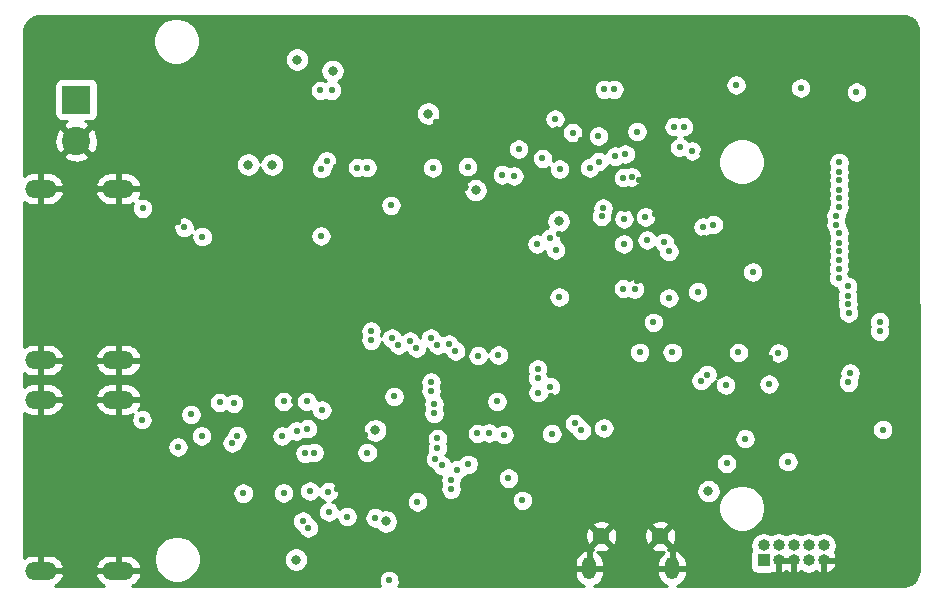
<source format=gbr>
G04 #@! TF.GenerationSoftware,KiCad,Pcbnew,(5.1.10)-1*
G04 #@! TF.CreationDate,2021-12-23T10:57:46+03:00*
G04 #@! TF.ProjectId,hdmi_to_mipi-dsi_converter,68646d69-5f74-46f5-9f6d-6970692d6473,rev?*
G04 #@! TF.SameCoordinates,Original*
G04 #@! TF.FileFunction,Copper,L2,Inr*
G04 #@! TF.FilePolarity,Positive*
%FSLAX46Y46*%
G04 Gerber Fmt 4.6, Leading zero omitted, Abs format (unit mm)*
G04 Created by KiCad (PCBNEW (5.1.10)-1) date 2021-12-23 10:57:46*
%MOMM*%
%LPD*%
G01*
G04 APERTURE LIST*
G04 #@! TA.AperFunction,ComponentPad*
%ADD10O,2.700000X1.500000*%
G04 #@! TD*
G04 #@! TA.AperFunction,ComponentPad*
%ADD11R,1.000000X1.000000*%
G04 #@! TD*
G04 #@! TA.AperFunction,ComponentPad*
%ADD12O,1.000000X1.000000*%
G04 #@! TD*
G04 #@! TA.AperFunction,ComponentPad*
%ADD13R,2.400000X2.400000*%
G04 #@! TD*
G04 #@! TA.AperFunction,ComponentPad*
%ADD14C,2.400000*%
G04 #@! TD*
G04 #@! TA.AperFunction,ComponentPad*
%ADD15C,1.450000*%
G04 #@! TD*
G04 #@! TA.AperFunction,ComponentPad*
%ADD16O,1.200000X1.900000*%
G04 #@! TD*
G04 #@! TA.AperFunction,ViaPad*
%ADD17C,0.550000*%
G04 #@! TD*
G04 #@! TA.AperFunction,ViaPad*
%ADD18C,0.800000*%
G04 #@! TD*
G04 #@! TA.AperFunction,Conductor*
%ADD19C,0.500000*%
G04 #@! TD*
G04 #@! TA.AperFunction,Conductor*
%ADD20C,0.254000*%
G04 #@! TD*
G04 #@! TA.AperFunction,Conductor*
%ADD21C,0.100000*%
G04 #@! TD*
G04 APERTURE END LIST*
D10*
X102600000Y-65300000D03*
X109140000Y-65300000D03*
X109140000Y-79800000D03*
X102600000Y-79800000D03*
X102600000Y-83150000D03*
X109140000Y-83150000D03*
X109140000Y-97650000D03*
X102600000Y-97650000D03*
D11*
X163780000Y-96760000D03*
D12*
X163780000Y-95490000D03*
X165050000Y-96760000D03*
X165050000Y-95490000D03*
X166320000Y-96760000D03*
X166320000Y-95490000D03*
X167590000Y-96760000D03*
X167590000Y-95490000D03*
X168860000Y-96760000D03*
X168860000Y-95490000D03*
D13*
X105580000Y-57740000D03*
D14*
X105580000Y-61240000D03*
D15*
X150030000Y-94720000D03*
X155030000Y-94720000D03*
D16*
X149030000Y-97420000D03*
X156030000Y-97420000D03*
D17*
X146120000Y-59390000D03*
X153060000Y-60450000D03*
X151210000Y-62540000D03*
X150060000Y-67640000D03*
X126965000Y-92646400D03*
X123140000Y-91050000D03*
X124240000Y-85800000D03*
X156684010Y-61790000D03*
X125110000Y-83300000D03*
X129400000Y-63500000D03*
X130219860Y-87630000D03*
X153914174Y-69624490D03*
X130200000Y-63500000D03*
X138720000Y-63430000D03*
X141660000Y-64110000D03*
X155755841Y-70594159D03*
D18*
X127290000Y-55310000D03*
X131790000Y-93450000D03*
X124190000Y-96700000D03*
D17*
X170970000Y-81670000D03*
X151910000Y-73740000D03*
X155760000Y-74529990D03*
X148360000Y-85750000D03*
X147775000Y-85165000D03*
D18*
X139395000Y-65405000D03*
D17*
X161450000Y-56500000D03*
X132090000Y-98450000D03*
X141200000Y-83300000D03*
X150250000Y-85550000D03*
X162860000Y-72340000D03*
X123140000Y-83300000D03*
X161650000Y-79150000D03*
X160650000Y-88550000D03*
X149795000Y-60825000D03*
X149060000Y-63515000D03*
X150195719Y-66932200D03*
X119724253Y-91070659D03*
X154451576Y-76600010D03*
X156046156Y-79140010D03*
X153293561Y-79140010D03*
X162220108Y-86454010D03*
X158200000Y-74020000D03*
X132224500Y-66692500D03*
X165020000Y-79190000D03*
X171110000Y-80880000D03*
D18*
X146421280Y-68040408D03*
X159110000Y-90900000D03*
D17*
X157710000Y-62090000D03*
D18*
X130890000Y-85743000D03*
D17*
X158652846Y-68527010D03*
X130890000Y-93150000D03*
X132500000Y-82880000D03*
X135770000Y-63520000D03*
D18*
X135382000Y-58928000D03*
D17*
X126780000Y-62940000D03*
X127200000Y-56950000D03*
X126260000Y-56970000D03*
X126334000Y-63596000D03*
X126300000Y-69290000D03*
X143360000Y-91670000D03*
D18*
X120142000Y-63242990D03*
X122174000Y-63242990D03*
D17*
X114200000Y-87150000D03*
X115300000Y-84400000D03*
X166923000Y-56750000D03*
X171640000Y-57110000D03*
X173870000Y-85682990D03*
D18*
X124280000Y-54350000D03*
D17*
X122997911Y-86225175D03*
X118790000Y-86816000D03*
X149810000Y-62988000D03*
X146510000Y-63633999D03*
X114707569Y-68548000D03*
X143040000Y-61940000D03*
X160570490Y-81918517D03*
X164230000Y-81830000D03*
X165830000Y-88400000D03*
X151935000Y-69965000D03*
X144600000Y-69970000D03*
X124760000Y-93440000D03*
X137842993Y-89085510D03*
X125240000Y-94000000D03*
X152860000Y-73790000D03*
X142180000Y-89800000D03*
X146480000Y-74460000D03*
X140540000Y-85970000D03*
X145850000Y-86030000D03*
X151960000Y-67840000D03*
X145704519Y-69460000D03*
X141330000Y-79380000D03*
X139610000Y-79430000D03*
X125360000Y-90890000D03*
X139550000Y-86010000D03*
X155377501Y-69840000D03*
X146173844Y-70465510D03*
X128520000Y-93050000D03*
X138770000Y-88620000D03*
X141790000Y-86100000D03*
X144650000Y-81300000D03*
X158496000Y-81534000D03*
X144650000Y-80550000D03*
X159004000Y-81026000D03*
X145723600Y-82050000D03*
X144700000Y-82550000D03*
X150300000Y-56870000D03*
X156210000Y-60040000D03*
X151100000Y-56870000D03*
X157010000Y-60040000D03*
X130556000Y-77324000D03*
X170180000Y-63060000D03*
X170180000Y-63860000D03*
X130556000Y-78124000D03*
X170180000Y-64560000D03*
X132305157Y-77949157D03*
X170180000Y-65360000D03*
X132870843Y-78514843D03*
X170180000Y-66060000D03*
X133829157Y-78203157D03*
X170180000Y-66860000D03*
X134394843Y-78768843D03*
X169926000Y-67560000D03*
X135607157Y-77949157D03*
X169926000Y-68360000D03*
X136172843Y-78514843D03*
X170180000Y-69060000D03*
X137131157Y-78457157D03*
X170180000Y-69860000D03*
X137696843Y-79022843D03*
X170180000Y-70560000D03*
X135636000Y-81642000D03*
X170180000Y-71360000D03*
X135636000Y-82442000D03*
X170150000Y-72060000D03*
X135890000Y-83520000D03*
X170150000Y-72860000D03*
X135890000Y-84320000D03*
X170907998Y-73560000D03*
X136170000Y-86430000D03*
X170907998Y-74360000D03*
X136170000Y-87230000D03*
X170912562Y-75060000D03*
X135987157Y-88157157D03*
X136545834Y-88715834D03*
X170977322Y-75795240D03*
X173608801Y-76560000D03*
X137320000Y-89930000D03*
X173608801Y-77360000D03*
X137320000Y-90730000D03*
X114200000Y-68100000D03*
X156510000Y-69590000D03*
X161960000Y-70590000D03*
X160360000Y-69890000D03*
X158710000Y-69440000D03*
X133090000Y-98350000D03*
X133390000Y-93500000D03*
X135640000Y-94900000D03*
X148010000Y-61740000D03*
X132640000Y-86554000D03*
X132590000Y-87554000D03*
X164050000Y-76503600D03*
X163050000Y-76503600D03*
X151000000Y-77600000D03*
X108150000Y-72050000D03*
X108150000Y-73550000D03*
X108150000Y-75050000D03*
X108150000Y-76550000D03*
X108000000Y-86900000D03*
X108000000Y-89900000D03*
X108000000Y-91400000D03*
X108000000Y-92900000D03*
X108000000Y-94400000D03*
X155108000Y-73040000D03*
X156412000Y-73040000D03*
X153060000Y-73090000D03*
D18*
X158710000Y-62340000D03*
D17*
X154510000Y-64490000D03*
X152010000Y-66390000D03*
X155110000Y-65690000D03*
X152010000Y-65690000D03*
X153246242Y-64521361D03*
X153860000Y-64490000D03*
X152066001Y-66990000D03*
X164450000Y-56600000D03*
X164450000Y-54250000D03*
X173450000Y-54300000D03*
X126990000Y-87800000D03*
X128190000Y-88250000D03*
X125140000Y-88950000D03*
X125140000Y-89600000D03*
X128240000Y-88950000D03*
X128240000Y-89600000D03*
X128190000Y-90250000D03*
X127640000Y-90750000D03*
X127036400Y-96600000D03*
X149350000Y-83650000D03*
X155260000Y-64440000D03*
X128190000Y-87600000D03*
X127640000Y-87750000D03*
X114250000Y-79690000D03*
X148335000Y-61190000D03*
X151110000Y-60207323D03*
X122580000Y-65240000D03*
X121580000Y-65330000D03*
X155110000Y-66390000D03*
X154552214Y-67442990D03*
X121990000Y-84960000D03*
X124050000Y-83270000D03*
X121280000Y-84880000D03*
X114863893Y-85686107D03*
X156453595Y-76600010D03*
X130048000Y-86106000D03*
X153000000Y-84974010D03*
X160931772Y-84974010D03*
X163350000Y-88200000D03*
X152842715Y-88534010D03*
X146460208Y-69095510D03*
X143210000Y-83420000D03*
X145780000Y-82820000D03*
X129590000Y-92755510D03*
X160860000Y-74000000D03*
X129230000Y-58610000D03*
X128250000Y-56440000D03*
X136060000Y-59610000D03*
X137350000Y-60760000D03*
X124750000Y-69370000D03*
X147380000Y-67040000D03*
X147025000Y-72275000D03*
X131800000Y-68200000D03*
X155805277Y-82582990D03*
X143190000Y-80190000D03*
X146930000Y-80150000D03*
X147860000Y-81000000D03*
X173330000Y-83200000D03*
X168430000Y-59690000D03*
X120680000Y-90240000D03*
X119550000Y-92490000D03*
X122780000Y-93810000D03*
X164354780Y-79582990D03*
X159720000Y-79620000D03*
X157020000Y-62790000D03*
X173310000Y-92260000D03*
X126400000Y-61570000D03*
X127550000Y-63470000D03*
D18*
X138412004Y-65139996D03*
X137000000Y-85220000D03*
X140280000Y-90340000D03*
X145410000Y-89790000D03*
X137620000Y-80870000D03*
X146330000Y-60390000D03*
X141970000Y-56920000D03*
X117380000Y-55760000D03*
X111410000Y-61850000D03*
X117770000Y-52620000D03*
X106080000Y-52580000D03*
X120860000Y-55670000D03*
X107940000Y-69050000D03*
D17*
X111150000Y-84850000D03*
X119190000Y-86200000D03*
X126380002Y-84030000D03*
X116200235Y-86218097D03*
X125730000Y-87630000D03*
X111200000Y-66950000D03*
X152610000Y-64290000D03*
X116250000Y-69350000D03*
X142632276Y-64210194D03*
X145060000Y-62720000D03*
X151910000Y-64360000D03*
X124950000Y-87690000D03*
X117720000Y-83390000D03*
X152070000Y-62360000D03*
X147610000Y-60540000D03*
X159530000Y-68330000D03*
X153780000Y-67680000D03*
X126940000Y-90940000D03*
X134470544Y-91794490D03*
X125160000Y-85610000D03*
X118910000Y-83460000D03*
D19*
X137350000Y-60760000D02*
X137350000Y-64077992D01*
X137350000Y-64077992D02*
X138412004Y-65139996D01*
D20*
X175799659Y-50678625D02*
X176049429Y-50754035D01*
X176279792Y-50876522D01*
X176481980Y-51041422D01*
X176648286Y-51242450D01*
X176772378Y-51471954D01*
X176849531Y-51721195D01*
X176880015Y-52011227D01*
X176909597Y-97581699D01*
X176875482Y-97870113D01*
X176793890Y-98122040D01*
X176664918Y-98353322D01*
X176493480Y-98555148D01*
X176286102Y-98719834D01*
X176050686Y-98841103D01*
X175793327Y-98915163D01*
X175529187Y-98939988D01*
X156452333Y-98932154D01*
X156610533Y-98867421D01*
X156813474Y-98733078D01*
X156986307Y-98561725D01*
X157122390Y-98359946D01*
X157216493Y-98135496D01*
X157265000Y-97897000D01*
X157265000Y-97547000D01*
X156157000Y-97547000D01*
X156157000Y-97567000D01*
X155903000Y-97567000D01*
X155903000Y-97547000D01*
X154795000Y-97547000D01*
X154795000Y-97897000D01*
X154843507Y-98135496D01*
X154937610Y-98359946D01*
X155073693Y-98561725D01*
X155246526Y-98733078D01*
X155449467Y-98867421D01*
X155606818Y-98931807D01*
X149459351Y-98929283D01*
X149610533Y-98867421D01*
X149813474Y-98733078D01*
X149986307Y-98561725D01*
X150122390Y-98359946D01*
X150216493Y-98135496D01*
X150265000Y-97897000D01*
X150265000Y-97547000D01*
X149157000Y-97547000D01*
X149157000Y-97567000D01*
X148903000Y-97567000D01*
X148903000Y-97547000D01*
X147795000Y-97547000D01*
X147795000Y-97897000D01*
X147843507Y-98135496D01*
X147937610Y-98359946D01*
X148073693Y-98561725D01*
X148246526Y-98733078D01*
X148449467Y-98867421D01*
X148599787Y-98928930D01*
X132868753Y-98922470D01*
X132896431Y-98881047D01*
X132965029Y-98715437D01*
X133000000Y-98539627D01*
X133000000Y-98360373D01*
X132965029Y-98184563D01*
X132896431Y-98018953D01*
X132796843Y-97869909D01*
X132670091Y-97743157D01*
X132521047Y-97643569D01*
X132355437Y-97574971D01*
X132179627Y-97540000D01*
X132000373Y-97540000D01*
X131824563Y-97574971D01*
X131658953Y-97643569D01*
X131509909Y-97743157D01*
X131383157Y-97869909D01*
X131283569Y-98018953D01*
X131214971Y-98184563D01*
X131180000Y-98360373D01*
X131180000Y-98539627D01*
X131214971Y-98715437D01*
X131283569Y-98881047D01*
X131310820Y-98921831D01*
X110308022Y-98913206D01*
X110387349Y-98880972D01*
X110615061Y-98731028D01*
X110809145Y-98539540D01*
X110962142Y-98313868D01*
X111068173Y-98062684D01*
X111082318Y-97991185D01*
X110959656Y-97777000D01*
X109267000Y-97777000D01*
X109267000Y-97797000D01*
X109013000Y-97797000D01*
X109013000Y-97777000D01*
X107320344Y-97777000D01*
X107197682Y-97991185D01*
X107211827Y-98062684D01*
X107317858Y-98313868D01*
X107470855Y-98539540D01*
X107664939Y-98731028D01*
X107892651Y-98880972D01*
X107969615Y-98912246D01*
X103774624Y-98910524D01*
X103847349Y-98880972D01*
X104075061Y-98731028D01*
X104269145Y-98539540D01*
X104422142Y-98313868D01*
X104528173Y-98062684D01*
X104542318Y-97991185D01*
X104419656Y-97777000D01*
X102727000Y-97777000D01*
X102727000Y-97797000D01*
X102473000Y-97797000D01*
X102473000Y-97777000D01*
X102453000Y-97777000D01*
X102453000Y-97523000D01*
X102473000Y-97523000D01*
X102473000Y-96265000D01*
X102727000Y-96265000D01*
X102727000Y-97523000D01*
X104419656Y-97523000D01*
X104542318Y-97308815D01*
X107197682Y-97308815D01*
X107320344Y-97523000D01*
X109013000Y-97523000D01*
X109013000Y-96265000D01*
X109267000Y-96265000D01*
X109267000Y-97523000D01*
X110959656Y-97523000D01*
X111082318Y-97308815D01*
X111068173Y-97237316D01*
X110962142Y-96986132D01*
X110809145Y-96760460D01*
X110615061Y-96568972D01*
X110456398Y-96464495D01*
X112155000Y-96464495D01*
X112155000Y-96855505D01*
X112231282Y-97239003D01*
X112380915Y-97600250D01*
X112598149Y-97925364D01*
X112874636Y-98201851D01*
X113199750Y-98419085D01*
X113560997Y-98568718D01*
X113944495Y-98645000D01*
X114335505Y-98645000D01*
X114719003Y-98568718D01*
X115080250Y-98419085D01*
X115405364Y-98201851D01*
X115681851Y-97925364D01*
X115899085Y-97600250D01*
X116048718Y-97239003D01*
X116125000Y-96855505D01*
X116125000Y-96598061D01*
X123155000Y-96598061D01*
X123155000Y-96801939D01*
X123194774Y-97001898D01*
X123272795Y-97190256D01*
X123386063Y-97359774D01*
X123530226Y-97503937D01*
X123699744Y-97617205D01*
X123888102Y-97695226D01*
X124088061Y-97735000D01*
X124291939Y-97735000D01*
X124491898Y-97695226D01*
X124680256Y-97617205D01*
X124849774Y-97503937D01*
X124993937Y-97359774D01*
X125107205Y-97190256D01*
X125185226Y-97001898D01*
X125196941Y-96943000D01*
X147795000Y-96943000D01*
X147795000Y-97293000D01*
X148903000Y-97293000D01*
X148903000Y-96001269D01*
X149157000Y-96001269D01*
X149157000Y-97293000D01*
X150265000Y-97293000D01*
X150265000Y-96943000D01*
X150216493Y-96704504D01*
X150122390Y-96480054D01*
X149986307Y-96278275D01*
X149813474Y-96106922D01*
X149718164Y-96043829D01*
X149835849Y-96072719D01*
X150103482Y-96084604D01*
X150368291Y-96044048D01*
X150620100Y-95952609D01*
X150727035Y-95895450D01*
X150789528Y-95659133D01*
X154270472Y-95659133D01*
X154332965Y-95895450D01*
X154575678Y-96008850D01*
X154835849Y-96072719D01*
X155103482Y-96084604D01*
X155333442Y-96049385D01*
X155246526Y-96106922D01*
X155073693Y-96278275D01*
X154937610Y-96480054D01*
X154843507Y-96704504D01*
X154795000Y-96943000D01*
X154795000Y-97293000D01*
X155903000Y-97293000D01*
X155903000Y-96001269D01*
X156157000Y-96001269D01*
X156157000Y-97293000D01*
X157265000Y-97293000D01*
X157265000Y-96943000D01*
X157216493Y-96704504D01*
X157122390Y-96480054D01*
X156986307Y-96278275D01*
X156967875Y-96260000D01*
X162641928Y-96260000D01*
X162641928Y-97260000D01*
X162654188Y-97384482D01*
X162690498Y-97504180D01*
X162749463Y-97614494D01*
X162828815Y-97711185D01*
X162925506Y-97790537D01*
X163035820Y-97849502D01*
X163155518Y-97885812D01*
X163280000Y-97898072D01*
X164280000Y-97898072D01*
X164404482Y-97885812D01*
X164524180Y-97849502D01*
X164613180Y-97801930D01*
X164693136Y-97837446D01*
X164748126Y-97854119D01*
X164923000Y-97727954D01*
X164923000Y-96887000D01*
X165177000Y-96887000D01*
X165177000Y-97727954D01*
X165351874Y-97854119D01*
X165406864Y-97837446D01*
X165610206Y-97747123D01*
X165685000Y-97694361D01*
X165759794Y-97747123D01*
X165963136Y-97837446D01*
X166018126Y-97854119D01*
X166193000Y-97727954D01*
X166193000Y-96887000D01*
X165177000Y-96887000D01*
X164923000Y-96887000D01*
X164918072Y-96887000D01*
X164918072Y-96633000D01*
X164923000Y-96633000D01*
X164923000Y-96621974D01*
X164938212Y-96625000D01*
X165161788Y-96625000D01*
X165177000Y-96621974D01*
X165177000Y-96633000D01*
X166193000Y-96633000D01*
X166193000Y-96621974D01*
X166208212Y-96625000D01*
X166431788Y-96625000D01*
X166447000Y-96621974D01*
X166447000Y-96633000D01*
X166458026Y-96633000D01*
X166455000Y-96648212D01*
X166455000Y-96871788D01*
X166458026Y-96887000D01*
X166447000Y-96887000D01*
X166447000Y-97727954D01*
X166621874Y-97854119D01*
X166676864Y-97837446D01*
X166880206Y-97747123D01*
X166950342Y-97697647D01*
X167052376Y-97765824D01*
X167258933Y-97851383D01*
X167478212Y-97895000D01*
X167701788Y-97895000D01*
X167921067Y-97851383D01*
X168127624Y-97765824D01*
X168229658Y-97697647D01*
X168299794Y-97747123D01*
X168503136Y-97837446D01*
X168558126Y-97854119D01*
X168733000Y-97727954D01*
X168733000Y-96887000D01*
X168987000Y-96887000D01*
X168987000Y-97727954D01*
X169161874Y-97854119D01*
X169216864Y-97837446D01*
X169420206Y-97747123D01*
X169602020Y-97618865D01*
X169755318Y-97457601D01*
X169874210Y-97269529D01*
X169954126Y-97061876D01*
X169829129Y-96887000D01*
X168987000Y-96887000D01*
X168733000Y-96887000D01*
X168721974Y-96887000D01*
X168725000Y-96871788D01*
X168725000Y-96648212D01*
X168721974Y-96633000D01*
X168733000Y-96633000D01*
X168733000Y-96621974D01*
X168748212Y-96625000D01*
X168971788Y-96625000D01*
X168987000Y-96621974D01*
X168987000Y-96633000D01*
X169829129Y-96633000D01*
X169954126Y-96458124D01*
X169874210Y-96250471D01*
X169797744Y-96129512D01*
X169865824Y-96027624D01*
X169951383Y-95821067D01*
X169995000Y-95601788D01*
X169995000Y-95378212D01*
X169951383Y-95158933D01*
X169865824Y-94952376D01*
X169741612Y-94766480D01*
X169583520Y-94608388D01*
X169397624Y-94484176D01*
X169191067Y-94398617D01*
X168971788Y-94355000D01*
X168748212Y-94355000D01*
X168528933Y-94398617D01*
X168322376Y-94484176D01*
X168225000Y-94549241D01*
X168127624Y-94484176D01*
X167921067Y-94398617D01*
X167701788Y-94355000D01*
X167478212Y-94355000D01*
X167258933Y-94398617D01*
X167052376Y-94484176D01*
X166955000Y-94549241D01*
X166857624Y-94484176D01*
X166651067Y-94398617D01*
X166431788Y-94355000D01*
X166208212Y-94355000D01*
X165988933Y-94398617D01*
X165782376Y-94484176D01*
X165685000Y-94549241D01*
X165587624Y-94484176D01*
X165381067Y-94398617D01*
X165161788Y-94355000D01*
X164938212Y-94355000D01*
X164718933Y-94398617D01*
X164512376Y-94484176D01*
X164415000Y-94549241D01*
X164317624Y-94484176D01*
X164111067Y-94398617D01*
X163891788Y-94355000D01*
X163668212Y-94355000D01*
X163448933Y-94398617D01*
X163242376Y-94484176D01*
X163056480Y-94608388D01*
X162898388Y-94766480D01*
X162774176Y-94952376D01*
X162688617Y-95158933D01*
X162645000Y-95378212D01*
X162645000Y-95601788D01*
X162688617Y-95821067D01*
X162734888Y-95932774D01*
X162690498Y-96015820D01*
X162654188Y-96135518D01*
X162641928Y-96260000D01*
X156967875Y-96260000D01*
X156813474Y-96106922D01*
X156610533Y-95972579D01*
X156385282Y-95880409D01*
X156347609Y-95876538D01*
X156157000Y-96001269D01*
X155903000Y-96001269D01*
X155729138Y-95887497D01*
X155789528Y-95659133D01*
X155030000Y-94899605D01*
X154270472Y-95659133D01*
X150789528Y-95659133D01*
X150030000Y-94899605D01*
X149270472Y-95659133D01*
X149330862Y-95887497D01*
X149157000Y-96001269D01*
X148903000Y-96001269D01*
X148712391Y-95876538D01*
X148674718Y-95880409D01*
X148449467Y-95972579D01*
X148246526Y-96106922D01*
X148073693Y-96278275D01*
X147937610Y-96480054D01*
X147843507Y-96704504D01*
X147795000Y-96943000D01*
X125196941Y-96943000D01*
X125225000Y-96801939D01*
X125225000Y-96598061D01*
X125185226Y-96398102D01*
X125107205Y-96209744D01*
X124993937Y-96040226D01*
X124849774Y-95896063D01*
X124680256Y-95782795D01*
X124491898Y-95704774D01*
X124291939Y-95665000D01*
X124088061Y-95665000D01*
X123888102Y-95704774D01*
X123699744Y-95782795D01*
X123530226Y-95896063D01*
X123386063Y-96040226D01*
X123272795Y-96209744D01*
X123194774Y-96398102D01*
X123155000Y-96598061D01*
X116125000Y-96598061D01*
X116125000Y-96464495D01*
X116048718Y-96080997D01*
X115899085Y-95719750D01*
X115681851Y-95394636D01*
X115405364Y-95118149D01*
X115080250Y-94900915D01*
X114719003Y-94751282D01*
X114335505Y-94675000D01*
X113944495Y-94675000D01*
X113560997Y-94751282D01*
X113199750Y-94900915D01*
X112874636Y-95118149D01*
X112598149Y-95394636D01*
X112380915Y-95719750D01*
X112231282Y-96080997D01*
X112155000Y-96464495D01*
X110456398Y-96464495D01*
X110387349Y-96419028D01*
X110134760Y-96316389D01*
X109867000Y-96265000D01*
X109267000Y-96265000D01*
X109013000Y-96265000D01*
X108413000Y-96265000D01*
X108145240Y-96316389D01*
X107892651Y-96419028D01*
X107664939Y-96568972D01*
X107470855Y-96760460D01*
X107317858Y-96986132D01*
X107211827Y-97237316D01*
X107197682Y-97308815D01*
X104542318Y-97308815D01*
X104528173Y-97237316D01*
X104422142Y-96986132D01*
X104269145Y-96760460D01*
X104075061Y-96568972D01*
X103847349Y-96419028D01*
X103594760Y-96316389D01*
X103327000Y-96265000D01*
X102727000Y-96265000D01*
X102473000Y-96265000D01*
X101873000Y-96265000D01*
X101605240Y-96316389D01*
X101352651Y-96419028D01*
X101160000Y-96545885D01*
X101160000Y-93350373D01*
X123850000Y-93350373D01*
X123850000Y-93529627D01*
X123884971Y-93705437D01*
X123953569Y-93871047D01*
X124053157Y-94020091D01*
X124179909Y-94146843D01*
X124328953Y-94246431D01*
X124364085Y-94260983D01*
X124364971Y-94265437D01*
X124433569Y-94431047D01*
X124533157Y-94580091D01*
X124659909Y-94706843D01*
X124808953Y-94806431D01*
X124974563Y-94875029D01*
X125150373Y-94910000D01*
X125329627Y-94910000D01*
X125505437Y-94875029D01*
X125671047Y-94806431D01*
X125690426Y-94793482D01*
X148665396Y-94793482D01*
X148705952Y-95058291D01*
X148797391Y-95310100D01*
X148854550Y-95417035D01*
X149090867Y-95479528D01*
X149850395Y-94720000D01*
X150209605Y-94720000D01*
X150969133Y-95479528D01*
X151205450Y-95417035D01*
X151318850Y-95174322D01*
X151382719Y-94914151D01*
X151388077Y-94793482D01*
X153665396Y-94793482D01*
X153705952Y-95058291D01*
X153797391Y-95310100D01*
X153854550Y-95417035D01*
X154090867Y-95479528D01*
X154850395Y-94720000D01*
X155209605Y-94720000D01*
X155969133Y-95479528D01*
X156205450Y-95417035D01*
X156318850Y-95174322D01*
X156382719Y-94914151D01*
X156394604Y-94646518D01*
X156354048Y-94381709D01*
X156262609Y-94129900D01*
X156205450Y-94022965D01*
X155969133Y-93960472D01*
X155209605Y-94720000D01*
X154850395Y-94720000D01*
X154090867Y-93960472D01*
X153854550Y-94022965D01*
X153741150Y-94265678D01*
X153677281Y-94525849D01*
X153665396Y-94793482D01*
X151388077Y-94793482D01*
X151394604Y-94646518D01*
X151354048Y-94381709D01*
X151262609Y-94129900D01*
X151205450Y-94022965D01*
X150969133Y-93960472D01*
X150209605Y-94720000D01*
X149850395Y-94720000D01*
X149090867Y-93960472D01*
X148854550Y-94022965D01*
X148741150Y-94265678D01*
X148677281Y-94525849D01*
X148665396Y-94793482D01*
X125690426Y-94793482D01*
X125820091Y-94706843D01*
X125946843Y-94580091D01*
X126046431Y-94431047D01*
X126115029Y-94265437D01*
X126150000Y-94089627D01*
X126150000Y-93910373D01*
X126115029Y-93734563D01*
X126046431Y-93568953D01*
X125946843Y-93419909D01*
X125820091Y-93293157D01*
X125671047Y-93193569D01*
X125635915Y-93179017D01*
X125635029Y-93174563D01*
X125566431Y-93008953D01*
X125466843Y-92859909D01*
X125340091Y-92733157D01*
X125191047Y-92633569D01*
X125025437Y-92564971D01*
X124849627Y-92530000D01*
X124670373Y-92530000D01*
X124494563Y-92564971D01*
X124328953Y-92633569D01*
X124179909Y-92733157D01*
X124053157Y-92859909D01*
X123953569Y-93008953D01*
X123884971Y-93174563D01*
X123850000Y-93350373D01*
X101160000Y-93350373D01*
X101160000Y-90981032D01*
X118814253Y-90981032D01*
X118814253Y-91160286D01*
X118849224Y-91336096D01*
X118917822Y-91501706D01*
X119017410Y-91650750D01*
X119144162Y-91777502D01*
X119293206Y-91877090D01*
X119458816Y-91945688D01*
X119634626Y-91980659D01*
X119813880Y-91980659D01*
X119989690Y-91945688D01*
X120155300Y-91877090D01*
X120304344Y-91777502D01*
X120431096Y-91650750D01*
X120530684Y-91501706D01*
X120599282Y-91336096D01*
X120634253Y-91160286D01*
X120634253Y-90981032D01*
X120630144Y-90960373D01*
X122230000Y-90960373D01*
X122230000Y-91139627D01*
X122264971Y-91315437D01*
X122333569Y-91481047D01*
X122433157Y-91630091D01*
X122559909Y-91756843D01*
X122708953Y-91856431D01*
X122874563Y-91925029D01*
X123050373Y-91960000D01*
X123229627Y-91960000D01*
X123405437Y-91925029D01*
X123571047Y-91856431D01*
X123720091Y-91756843D01*
X123846843Y-91630091D01*
X123946431Y-91481047D01*
X124015029Y-91315437D01*
X124050000Y-91139627D01*
X124050000Y-90960373D01*
X124018174Y-90800373D01*
X124450000Y-90800373D01*
X124450000Y-90979627D01*
X124484971Y-91155437D01*
X124553569Y-91321047D01*
X124653157Y-91470091D01*
X124779909Y-91596843D01*
X124928953Y-91696431D01*
X125094563Y-91765029D01*
X125270373Y-91800000D01*
X125449627Y-91800000D01*
X125625437Y-91765029D01*
X125791047Y-91696431D01*
X125940091Y-91596843D01*
X126066843Y-91470091D01*
X126133360Y-91370542D01*
X126133569Y-91371047D01*
X126233157Y-91520091D01*
X126359909Y-91646843D01*
X126508953Y-91746431D01*
X126634363Y-91798378D01*
X126533953Y-91839969D01*
X126384909Y-91939557D01*
X126258157Y-92066309D01*
X126158569Y-92215353D01*
X126089971Y-92380963D01*
X126055000Y-92556773D01*
X126055000Y-92736027D01*
X126089971Y-92911837D01*
X126158569Y-93077447D01*
X126258157Y-93226491D01*
X126384909Y-93353243D01*
X126533953Y-93452831D01*
X126699563Y-93521429D01*
X126875373Y-93556400D01*
X127054627Y-93556400D01*
X127230437Y-93521429D01*
X127396047Y-93452831D01*
X127545091Y-93353243D01*
X127634672Y-93263662D01*
X127644971Y-93315437D01*
X127713569Y-93481047D01*
X127813157Y-93630091D01*
X127939909Y-93756843D01*
X128088953Y-93856431D01*
X128254563Y-93925029D01*
X128430373Y-93960000D01*
X128609627Y-93960000D01*
X128785437Y-93925029D01*
X128951047Y-93856431D01*
X129100091Y-93756843D01*
X129226843Y-93630091D01*
X129326431Y-93481047D01*
X129395029Y-93315437D01*
X129430000Y-93139627D01*
X129430000Y-93060373D01*
X129980000Y-93060373D01*
X129980000Y-93239627D01*
X130014971Y-93415437D01*
X130083569Y-93581047D01*
X130183157Y-93730091D01*
X130309909Y-93856843D01*
X130458953Y-93956431D01*
X130624563Y-94025029D01*
X130800373Y-94060000D01*
X130952805Y-94060000D01*
X130986063Y-94109774D01*
X131130226Y-94253937D01*
X131299744Y-94367205D01*
X131488102Y-94445226D01*
X131688061Y-94485000D01*
X131891939Y-94485000D01*
X132091898Y-94445226D01*
X132280256Y-94367205D01*
X132449774Y-94253937D01*
X132593937Y-94109774D01*
X132707205Y-93940256D01*
X132773226Y-93780867D01*
X149270472Y-93780867D01*
X150030000Y-94540395D01*
X150789528Y-93780867D01*
X154270472Y-93780867D01*
X155030000Y-94540395D01*
X155789528Y-93780867D01*
X155727035Y-93544550D01*
X155484322Y-93431150D01*
X155224151Y-93367281D01*
X154956518Y-93355396D01*
X154691709Y-93395952D01*
X154439900Y-93487391D01*
X154332965Y-93544550D01*
X154270472Y-93780867D01*
X150789528Y-93780867D01*
X150727035Y-93544550D01*
X150484322Y-93431150D01*
X150224151Y-93367281D01*
X149956518Y-93355396D01*
X149691709Y-93395952D01*
X149439900Y-93487391D01*
X149332965Y-93544550D01*
X149270472Y-93780867D01*
X132773226Y-93780867D01*
X132785226Y-93751898D01*
X132825000Y-93551939D01*
X132825000Y-93348061D01*
X132785226Y-93148102D01*
X132707205Y-92959744D01*
X132593937Y-92790226D01*
X132449774Y-92646063D01*
X132280256Y-92532795D01*
X132091898Y-92454774D01*
X131891939Y-92415000D01*
X131688061Y-92415000D01*
X131488102Y-92454774D01*
X131483581Y-92456647D01*
X131470091Y-92443157D01*
X131321047Y-92343569D01*
X131155437Y-92274971D01*
X130979627Y-92240000D01*
X130800373Y-92240000D01*
X130624563Y-92274971D01*
X130458953Y-92343569D01*
X130309909Y-92443157D01*
X130183157Y-92569909D01*
X130083569Y-92718953D01*
X130014971Y-92884563D01*
X129980000Y-93060373D01*
X129430000Y-93060373D01*
X129430000Y-92960373D01*
X129395029Y-92784563D01*
X129326431Y-92618953D01*
X129226843Y-92469909D01*
X129100091Y-92343157D01*
X128951047Y-92243569D01*
X128785437Y-92174971D01*
X128609627Y-92140000D01*
X128430373Y-92140000D01*
X128254563Y-92174971D01*
X128088953Y-92243569D01*
X127939909Y-92343157D01*
X127850328Y-92432738D01*
X127840029Y-92380963D01*
X127771431Y-92215353D01*
X127671843Y-92066309D01*
X127545091Y-91939557D01*
X127396047Y-91839969D01*
X127270637Y-91788022D01*
X127371047Y-91746431D01*
X127433257Y-91704863D01*
X133560544Y-91704863D01*
X133560544Y-91884117D01*
X133595515Y-92059927D01*
X133664113Y-92225537D01*
X133763701Y-92374581D01*
X133890453Y-92501333D01*
X134039497Y-92600921D01*
X134205107Y-92669519D01*
X134380917Y-92704490D01*
X134560171Y-92704490D01*
X134735981Y-92669519D01*
X134901591Y-92600921D01*
X135050635Y-92501333D01*
X135177387Y-92374581D01*
X135276975Y-92225537D01*
X135345573Y-92059927D01*
X135380544Y-91884117D01*
X135380544Y-91704863D01*
X135345573Y-91529053D01*
X135276975Y-91363443D01*
X135177387Y-91214399D01*
X135050635Y-91087647D01*
X134901591Y-90988059D01*
X134735981Y-90919461D01*
X134560171Y-90884490D01*
X134380917Y-90884490D01*
X134205107Y-90919461D01*
X134039497Y-90988059D01*
X133890453Y-91087647D01*
X133763701Y-91214399D01*
X133664113Y-91363443D01*
X133595515Y-91529053D01*
X133560544Y-91704863D01*
X127433257Y-91704863D01*
X127520091Y-91646843D01*
X127646843Y-91520091D01*
X127746431Y-91371047D01*
X127815029Y-91205437D01*
X127850000Y-91029627D01*
X127850000Y-90850373D01*
X127815029Y-90674563D01*
X127746431Y-90508953D01*
X127646843Y-90359909D01*
X127520091Y-90233157D01*
X127371047Y-90133569D01*
X127205437Y-90064971D01*
X127029627Y-90030000D01*
X126850373Y-90030000D01*
X126674563Y-90064971D01*
X126508953Y-90133569D01*
X126359909Y-90233157D01*
X126233157Y-90359909D01*
X126166640Y-90459458D01*
X126166431Y-90458953D01*
X126066843Y-90309909D01*
X125940091Y-90183157D01*
X125791047Y-90083569D01*
X125625437Y-90014971D01*
X125449627Y-89980000D01*
X125270373Y-89980000D01*
X125094563Y-90014971D01*
X124928953Y-90083569D01*
X124779909Y-90183157D01*
X124653157Y-90309909D01*
X124553569Y-90458953D01*
X124484971Y-90624563D01*
X124450000Y-90800373D01*
X124018174Y-90800373D01*
X124015029Y-90784563D01*
X123946431Y-90618953D01*
X123846843Y-90469909D01*
X123720091Y-90343157D01*
X123571047Y-90243569D01*
X123405437Y-90174971D01*
X123229627Y-90140000D01*
X123050373Y-90140000D01*
X122874563Y-90174971D01*
X122708953Y-90243569D01*
X122559909Y-90343157D01*
X122433157Y-90469909D01*
X122333569Y-90618953D01*
X122264971Y-90784563D01*
X122230000Y-90960373D01*
X120630144Y-90960373D01*
X120599282Y-90805222D01*
X120530684Y-90639612D01*
X120431096Y-90490568D01*
X120304344Y-90363816D01*
X120155300Y-90264228D01*
X119989690Y-90195630D01*
X119813880Y-90160659D01*
X119634626Y-90160659D01*
X119458816Y-90195630D01*
X119293206Y-90264228D01*
X119144162Y-90363816D01*
X119017410Y-90490568D01*
X118917822Y-90639612D01*
X118849224Y-90805222D01*
X118814253Y-90981032D01*
X101160000Y-90981032D01*
X101160000Y-87060373D01*
X113290000Y-87060373D01*
X113290000Y-87239627D01*
X113324971Y-87415437D01*
X113393569Y-87581047D01*
X113493157Y-87730091D01*
X113619909Y-87856843D01*
X113768953Y-87956431D01*
X113934563Y-88025029D01*
X114110373Y-88060000D01*
X114289627Y-88060000D01*
X114465437Y-88025029D01*
X114631047Y-87956431D01*
X114780091Y-87856843D01*
X114906843Y-87730091D01*
X115006431Y-87581047D01*
X115075029Y-87415437D01*
X115110000Y-87239627D01*
X115110000Y-87060373D01*
X115075029Y-86884563D01*
X115006431Y-86718953D01*
X114906843Y-86569909D01*
X114780091Y-86443157D01*
X114631047Y-86343569D01*
X114465437Y-86274971D01*
X114289627Y-86240000D01*
X114110373Y-86240000D01*
X113934563Y-86274971D01*
X113768953Y-86343569D01*
X113619909Y-86443157D01*
X113493157Y-86569909D01*
X113393569Y-86718953D01*
X113324971Y-86884563D01*
X113290000Y-87060373D01*
X101160000Y-87060373D01*
X101160000Y-86128470D01*
X115290235Y-86128470D01*
X115290235Y-86307724D01*
X115325206Y-86483534D01*
X115393804Y-86649144D01*
X115493392Y-86798188D01*
X115620144Y-86924940D01*
X115769188Y-87024528D01*
X115934798Y-87093126D01*
X116110608Y-87128097D01*
X116289862Y-87128097D01*
X116465672Y-87093126D01*
X116631282Y-87024528D01*
X116780326Y-86924940D01*
X116907078Y-86798188D01*
X116955063Y-86726373D01*
X117880000Y-86726373D01*
X117880000Y-86905627D01*
X117914971Y-87081437D01*
X117983569Y-87247047D01*
X118083157Y-87396091D01*
X118209909Y-87522843D01*
X118358953Y-87622431D01*
X118524563Y-87691029D01*
X118700373Y-87726000D01*
X118879627Y-87726000D01*
X119055437Y-87691029D01*
X119221047Y-87622431D01*
X119254059Y-87600373D01*
X124040000Y-87600373D01*
X124040000Y-87779627D01*
X124074971Y-87955437D01*
X124143569Y-88121047D01*
X124243157Y-88270091D01*
X124369909Y-88396843D01*
X124518953Y-88496431D01*
X124684563Y-88565029D01*
X124860373Y-88600000D01*
X125039627Y-88600000D01*
X125215437Y-88565029D01*
X125381047Y-88496431D01*
X125405064Y-88480384D01*
X125464563Y-88505029D01*
X125640373Y-88540000D01*
X125819627Y-88540000D01*
X125995437Y-88505029D01*
X126161047Y-88436431D01*
X126310091Y-88336843D01*
X126436843Y-88210091D01*
X126536431Y-88061047D01*
X126605029Y-87895437D01*
X126640000Y-87719627D01*
X126640000Y-87540373D01*
X129309860Y-87540373D01*
X129309860Y-87719627D01*
X129344831Y-87895437D01*
X129413429Y-88061047D01*
X129513017Y-88210091D01*
X129639769Y-88336843D01*
X129788813Y-88436431D01*
X129954423Y-88505029D01*
X130130233Y-88540000D01*
X130309487Y-88540000D01*
X130485297Y-88505029D01*
X130650907Y-88436431D01*
X130799951Y-88336843D01*
X130926703Y-88210091D01*
X131021959Y-88067530D01*
X135077157Y-88067530D01*
X135077157Y-88246784D01*
X135112128Y-88422594D01*
X135180726Y-88588204D01*
X135280314Y-88737248D01*
X135407066Y-88864000D01*
X135556110Y-88963588D01*
X135685718Y-89017273D01*
X135739403Y-89146881D01*
X135838991Y-89295925D01*
X135965743Y-89422677D01*
X136114787Y-89522265D01*
X136280397Y-89590863D01*
X136456207Y-89625834D01*
X136461013Y-89625834D01*
X136444971Y-89664563D01*
X136410000Y-89840373D01*
X136410000Y-90019627D01*
X136444971Y-90195437D01*
X136500709Y-90330000D01*
X136444971Y-90464563D01*
X136410000Y-90640373D01*
X136410000Y-90819627D01*
X136444971Y-90995437D01*
X136513569Y-91161047D01*
X136613157Y-91310091D01*
X136739909Y-91436843D01*
X136888953Y-91536431D01*
X137054563Y-91605029D01*
X137230373Y-91640000D01*
X137409627Y-91640000D01*
X137585437Y-91605029D01*
X137644961Y-91580373D01*
X142450000Y-91580373D01*
X142450000Y-91759627D01*
X142484971Y-91935437D01*
X142553569Y-92101047D01*
X142653157Y-92250091D01*
X142779909Y-92376843D01*
X142928953Y-92476431D01*
X143094563Y-92545029D01*
X143270373Y-92580000D01*
X143449627Y-92580000D01*
X143625437Y-92545029D01*
X143791047Y-92476431D01*
X143940091Y-92376843D01*
X144066843Y-92250091D01*
X144137399Y-92144495D01*
X159955000Y-92144495D01*
X159955000Y-92535505D01*
X160031282Y-92919003D01*
X160180915Y-93280250D01*
X160398149Y-93605364D01*
X160674636Y-93881851D01*
X160999750Y-94099085D01*
X161360997Y-94248718D01*
X161744495Y-94325000D01*
X162135505Y-94325000D01*
X162519003Y-94248718D01*
X162880250Y-94099085D01*
X163205364Y-93881851D01*
X163481851Y-93605364D01*
X163699085Y-93280250D01*
X163848718Y-92919003D01*
X163925000Y-92535505D01*
X163925000Y-92144495D01*
X163848718Y-91760997D01*
X163699085Y-91399750D01*
X163481851Y-91074636D01*
X163205364Y-90798149D01*
X162880250Y-90580915D01*
X162519003Y-90431282D01*
X162135505Y-90355000D01*
X161744495Y-90355000D01*
X161360997Y-90431282D01*
X160999750Y-90580915D01*
X160674636Y-90798149D01*
X160398149Y-91074636D01*
X160180915Y-91399750D01*
X160031282Y-91760997D01*
X159955000Y-92144495D01*
X144137399Y-92144495D01*
X144166431Y-92101047D01*
X144235029Y-91935437D01*
X144270000Y-91759627D01*
X144270000Y-91580373D01*
X144235029Y-91404563D01*
X144166431Y-91238953D01*
X144066843Y-91089909D01*
X143940091Y-90963157D01*
X143791047Y-90863569D01*
X143632897Y-90798061D01*
X158075000Y-90798061D01*
X158075000Y-91001939D01*
X158114774Y-91201898D01*
X158192795Y-91390256D01*
X158306063Y-91559774D01*
X158450226Y-91703937D01*
X158619744Y-91817205D01*
X158808102Y-91895226D01*
X159008061Y-91935000D01*
X159211939Y-91935000D01*
X159411898Y-91895226D01*
X159600256Y-91817205D01*
X159769774Y-91703937D01*
X159913937Y-91559774D01*
X160027205Y-91390256D01*
X160105226Y-91201898D01*
X160145000Y-91001939D01*
X160145000Y-90798061D01*
X160105226Y-90598102D01*
X160027205Y-90409744D01*
X159913937Y-90240226D01*
X159769774Y-90096063D01*
X159600256Y-89982795D01*
X159411898Y-89904774D01*
X159211939Y-89865000D01*
X159008061Y-89865000D01*
X158808102Y-89904774D01*
X158619744Y-89982795D01*
X158450226Y-90096063D01*
X158306063Y-90240226D01*
X158192795Y-90409744D01*
X158114774Y-90598102D01*
X158075000Y-90798061D01*
X143632897Y-90798061D01*
X143625437Y-90794971D01*
X143449627Y-90760000D01*
X143270373Y-90760000D01*
X143094563Y-90794971D01*
X142928953Y-90863569D01*
X142779909Y-90963157D01*
X142653157Y-91089909D01*
X142553569Y-91238953D01*
X142484971Y-91404563D01*
X142450000Y-91580373D01*
X137644961Y-91580373D01*
X137751047Y-91536431D01*
X137900091Y-91436843D01*
X138026843Y-91310091D01*
X138126431Y-91161047D01*
X138195029Y-90995437D01*
X138230000Y-90819627D01*
X138230000Y-90640373D01*
X138195029Y-90464563D01*
X138139291Y-90330000D01*
X138195029Y-90195437D01*
X138230000Y-90019627D01*
X138230000Y-89910183D01*
X138274040Y-89891941D01*
X138423084Y-89792353D01*
X138505064Y-89710373D01*
X141270000Y-89710373D01*
X141270000Y-89889627D01*
X141304971Y-90065437D01*
X141373569Y-90231047D01*
X141473157Y-90380091D01*
X141599909Y-90506843D01*
X141748953Y-90606431D01*
X141914563Y-90675029D01*
X142090373Y-90710000D01*
X142269627Y-90710000D01*
X142445437Y-90675029D01*
X142611047Y-90606431D01*
X142760091Y-90506843D01*
X142886843Y-90380091D01*
X142986431Y-90231047D01*
X143055029Y-90065437D01*
X143090000Y-89889627D01*
X143090000Y-89710373D01*
X143055029Y-89534563D01*
X142986431Y-89368953D01*
X142886843Y-89219909D01*
X142760091Y-89093157D01*
X142611047Y-88993569D01*
X142445437Y-88924971D01*
X142269627Y-88890000D01*
X142090373Y-88890000D01*
X141914563Y-88924971D01*
X141748953Y-88993569D01*
X141599909Y-89093157D01*
X141473157Y-89219909D01*
X141373569Y-89368953D01*
X141304971Y-89534563D01*
X141270000Y-89710373D01*
X138505064Y-89710373D01*
X138549836Y-89665601D01*
X138645126Y-89522989D01*
X138680373Y-89530000D01*
X138859627Y-89530000D01*
X139035437Y-89495029D01*
X139201047Y-89426431D01*
X139350091Y-89326843D01*
X139476843Y-89200091D01*
X139576431Y-89051047D01*
X139645029Y-88885437D01*
X139680000Y-88709627D01*
X139680000Y-88530373D01*
X139666077Y-88460373D01*
X159740000Y-88460373D01*
X159740000Y-88639627D01*
X159774971Y-88815437D01*
X159843569Y-88981047D01*
X159943157Y-89130091D01*
X160069909Y-89256843D01*
X160218953Y-89356431D01*
X160384563Y-89425029D01*
X160560373Y-89460000D01*
X160739627Y-89460000D01*
X160915437Y-89425029D01*
X161081047Y-89356431D01*
X161230091Y-89256843D01*
X161356843Y-89130091D01*
X161456431Y-88981047D01*
X161525029Y-88815437D01*
X161560000Y-88639627D01*
X161560000Y-88460373D01*
X161530163Y-88310373D01*
X164920000Y-88310373D01*
X164920000Y-88489627D01*
X164954971Y-88665437D01*
X165023569Y-88831047D01*
X165123157Y-88980091D01*
X165249909Y-89106843D01*
X165398953Y-89206431D01*
X165564563Y-89275029D01*
X165740373Y-89310000D01*
X165919627Y-89310000D01*
X166095437Y-89275029D01*
X166261047Y-89206431D01*
X166410091Y-89106843D01*
X166536843Y-88980091D01*
X166636431Y-88831047D01*
X166705029Y-88665437D01*
X166740000Y-88489627D01*
X166740000Y-88310373D01*
X166705029Y-88134563D01*
X166636431Y-87968953D01*
X166536843Y-87819909D01*
X166410091Y-87693157D01*
X166261047Y-87593569D01*
X166095437Y-87524971D01*
X165919627Y-87490000D01*
X165740373Y-87490000D01*
X165564563Y-87524971D01*
X165398953Y-87593569D01*
X165249909Y-87693157D01*
X165123157Y-87819909D01*
X165023569Y-87968953D01*
X164954971Y-88134563D01*
X164920000Y-88310373D01*
X161530163Y-88310373D01*
X161525029Y-88284563D01*
X161456431Y-88118953D01*
X161356843Y-87969909D01*
X161230091Y-87843157D01*
X161081047Y-87743569D01*
X160915437Y-87674971D01*
X160739627Y-87640000D01*
X160560373Y-87640000D01*
X160384563Y-87674971D01*
X160218953Y-87743569D01*
X160069909Y-87843157D01*
X159943157Y-87969909D01*
X159843569Y-88118953D01*
X159774971Y-88284563D01*
X159740000Y-88460373D01*
X139666077Y-88460373D01*
X139645029Y-88354563D01*
X139576431Y-88188953D01*
X139476843Y-88039909D01*
X139350091Y-87913157D01*
X139201047Y-87813569D01*
X139035437Y-87744971D01*
X138859627Y-87710000D01*
X138680373Y-87710000D01*
X138504563Y-87744971D01*
X138338953Y-87813569D01*
X138189909Y-87913157D01*
X138063157Y-88039909D01*
X137967867Y-88182521D01*
X137932620Y-88175510D01*
X137753366Y-88175510D01*
X137577556Y-88210481D01*
X137411946Y-88279079D01*
X137363350Y-88311550D01*
X137352265Y-88284787D01*
X137252677Y-88135743D01*
X137125925Y-88008991D01*
X136976881Y-87909403D01*
X136847273Y-87855718D01*
X136842570Y-87844364D01*
X136876843Y-87810091D01*
X136976431Y-87661047D01*
X137045029Y-87495437D01*
X137080000Y-87319627D01*
X137080000Y-87140373D01*
X137045029Y-86964563D01*
X136989291Y-86830000D01*
X137045029Y-86695437D01*
X137080000Y-86519627D01*
X137080000Y-86340373D01*
X137045029Y-86164563D01*
X136976431Y-85998953D01*
X136923926Y-85920373D01*
X138640000Y-85920373D01*
X138640000Y-86099627D01*
X138674971Y-86275437D01*
X138743569Y-86441047D01*
X138843157Y-86590091D01*
X138969909Y-86716843D01*
X139118953Y-86816431D01*
X139284563Y-86885029D01*
X139460373Y-86920000D01*
X139639627Y-86920000D01*
X139815437Y-86885029D01*
X139981047Y-86816431D01*
X140074932Y-86753699D01*
X140108953Y-86776431D01*
X140274563Y-86845029D01*
X140450373Y-86880000D01*
X140629627Y-86880000D01*
X140805437Y-86845029D01*
X140971047Y-86776431D01*
X141096004Y-86692938D01*
X141209909Y-86806843D01*
X141358953Y-86906431D01*
X141524563Y-86975029D01*
X141700373Y-87010000D01*
X141879627Y-87010000D01*
X142055437Y-86975029D01*
X142221047Y-86906431D01*
X142370091Y-86806843D01*
X142496843Y-86680091D01*
X142596431Y-86531047D01*
X142665029Y-86365437D01*
X142700000Y-86189627D01*
X142700000Y-86010373D01*
X142686077Y-85940373D01*
X144940000Y-85940373D01*
X144940000Y-86119627D01*
X144974971Y-86295437D01*
X145043569Y-86461047D01*
X145143157Y-86610091D01*
X145269909Y-86736843D01*
X145418953Y-86836431D01*
X145584563Y-86905029D01*
X145760373Y-86940000D01*
X145939627Y-86940000D01*
X146115437Y-86905029D01*
X146281047Y-86836431D01*
X146430091Y-86736843D01*
X146556843Y-86610091D01*
X146656431Y-86461047D01*
X146725029Y-86295437D01*
X146760000Y-86119627D01*
X146760000Y-85940373D01*
X146725029Y-85764563D01*
X146656431Y-85598953D01*
X146556843Y-85449909D01*
X146430091Y-85323157D01*
X146281047Y-85223569D01*
X146115437Y-85154971D01*
X145939627Y-85120000D01*
X145760373Y-85120000D01*
X145584563Y-85154971D01*
X145418953Y-85223569D01*
X145269909Y-85323157D01*
X145143157Y-85449909D01*
X145043569Y-85598953D01*
X144974971Y-85764563D01*
X144940000Y-85940373D01*
X142686077Y-85940373D01*
X142665029Y-85834563D01*
X142596431Y-85668953D01*
X142496843Y-85519909D01*
X142370091Y-85393157D01*
X142221047Y-85293569D01*
X142055437Y-85224971D01*
X141879627Y-85190000D01*
X141700373Y-85190000D01*
X141524563Y-85224971D01*
X141358953Y-85293569D01*
X141233996Y-85377062D01*
X141120091Y-85263157D01*
X140971047Y-85163569D01*
X140805437Y-85094971D01*
X140706912Y-85075373D01*
X146865000Y-85075373D01*
X146865000Y-85254627D01*
X146899971Y-85430437D01*
X146968569Y-85596047D01*
X147068157Y-85745091D01*
X147194909Y-85871843D01*
X147343953Y-85971431D01*
X147492174Y-86032826D01*
X147553569Y-86181047D01*
X147653157Y-86330091D01*
X147779909Y-86456843D01*
X147928953Y-86556431D01*
X148094563Y-86625029D01*
X148270373Y-86660000D01*
X148449627Y-86660000D01*
X148625437Y-86625029D01*
X148791047Y-86556431D01*
X148940091Y-86456843D01*
X149066843Y-86330091D01*
X149166431Y-86181047D01*
X149235029Y-86015437D01*
X149270000Y-85839627D01*
X149270000Y-85660373D01*
X149235029Y-85484563D01*
X149225010Y-85460373D01*
X149340000Y-85460373D01*
X149340000Y-85639627D01*
X149374971Y-85815437D01*
X149443569Y-85981047D01*
X149543157Y-86130091D01*
X149669909Y-86256843D01*
X149818953Y-86356431D01*
X149984563Y-86425029D01*
X150160373Y-86460000D01*
X150339627Y-86460000D01*
X150515437Y-86425029D01*
X150661849Y-86364383D01*
X161310108Y-86364383D01*
X161310108Y-86543637D01*
X161345079Y-86719447D01*
X161413677Y-86885057D01*
X161513265Y-87034101D01*
X161640017Y-87160853D01*
X161789061Y-87260441D01*
X161954671Y-87329039D01*
X162130481Y-87364010D01*
X162309735Y-87364010D01*
X162485545Y-87329039D01*
X162651155Y-87260441D01*
X162800199Y-87160853D01*
X162926951Y-87034101D01*
X163026539Y-86885057D01*
X163095137Y-86719447D01*
X163130108Y-86543637D01*
X163130108Y-86364383D01*
X163095137Y-86188573D01*
X163026539Y-86022963D01*
X162926951Y-85873919D01*
X162800199Y-85747167D01*
X162651155Y-85647579D01*
X162520267Y-85593363D01*
X172960000Y-85593363D01*
X172960000Y-85772617D01*
X172994971Y-85948427D01*
X173063569Y-86114037D01*
X173163157Y-86263081D01*
X173289909Y-86389833D01*
X173438953Y-86489421D01*
X173604563Y-86558019D01*
X173780373Y-86592990D01*
X173959627Y-86592990D01*
X174135437Y-86558019D01*
X174301047Y-86489421D01*
X174450091Y-86389833D01*
X174576843Y-86263081D01*
X174676431Y-86114037D01*
X174745029Y-85948427D01*
X174780000Y-85772617D01*
X174780000Y-85593363D01*
X174745029Y-85417553D01*
X174676431Y-85251943D01*
X174576843Y-85102899D01*
X174450091Y-84976147D01*
X174301047Y-84876559D01*
X174135437Y-84807961D01*
X173959627Y-84772990D01*
X173780373Y-84772990D01*
X173604563Y-84807961D01*
X173438953Y-84876559D01*
X173289909Y-84976147D01*
X173163157Y-85102899D01*
X173063569Y-85251943D01*
X172994971Y-85417553D01*
X172960000Y-85593363D01*
X162520267Y-85593363D01*
X162485545Y-85578981D01*
X162309735Y-85544010D01*
X162130481Y-85544010D01*
X161954671Y-85578981D01*
X161789061Y-85647579D01*
X161640017Y-85747167D01*
X161513265Y-85873919D01*
X161413677Y-86022963D01*
X161345079Y-86188573D01*
X161310108Y-86364383D01*
X150661849Y-86364383D01*
X150681047Y-86356431D01*
X150830091Y-86256843D01*
X150956843Y-86130091D01*
X151056431Y-85981047D01*
X151125029Y-85815437D01*
X151160000Y-85639627D01*
X151160000Y-85460373D01*
X151125029Y-85284563D01*
X151056431Y-85118953D01*
X150956843Y-84969909D01*
X150830091Y-84843157D01*
X150681047Y-84743569D01*
X150515437Y-84674971D01*
X150339627Y-84640000D01*
X150160373Y-84640000D01*
X149984563Y-84674971D01*
X149818953Y-84743569D01*
X149669909Y-84843157D01*
X149543157Y-84969909D01*
X149443569Y-85118953D01*
X149374971Y-85284563D01*
X149340000Y-85460373D01*
X149225010Y-85460373D01*
X149166431Y-85318953D01*
X149066843Y-85169909D01*
X148940091Y-85043157D01*
X148791047Y-84943569D01*
X148642826Y-84882174D01*
X148581431Y-84733953D01*
X148481843Y-84584909D01*
X148355091Y-84458157D01*
X148206047Y-84358569D01*
X148040437Y-84289971D01*
X147864627Y-84255000D01*
X147685373Y-84255000D01*
X147509563Y-84289971D01*
X147343953Y-84358569D01*
X147194909Y-84458157D01*
X147068157Y-84584909D01*
X146968569Y-84733953D01*
X146899971Y-84899563D01*
X146865000Y-85075373D01*
X140706912Y-85075373D01*
X140629627Y-85060000D01*
X140450373Y-85060000D01*
X140274563Y-85094971D01*
X140108953Y-85163569D01*
X140015068Y-85226301D01*
X139981047Y-85203569D01*
X139815437Y-85134971D01*
X139639627Y-85100000D01*
X139460373Y-85100000D01*
X139284563Y-85134971D01*
X139118953Y-85203569D01*
X138969909Y-85303157D01*
X138843157Y-85429909D01*
X138743569Y-85578953D01*
X138674971Y-85744563D01*
X138640000Y-85920373D01*
X136923926Y-85920373D01*
X136876843Y-85849909D01*
X136750091Y-85723157D01*
X136601047Y-85623569D01*
X136435437Y-85554971D01*
X136259627Y-85520000D01*
X136080373Y-85520000D01*
X135904563Y-85554971D01*
X135738953Y-85623569D01*
X135589909Y-85723157D01*
X135463157Y-85849909D01*
X135363569Y-85998953D01*
X135294971Y-86164563D01*
X135260000Y-86340373D01*
X135260000Y-86519627D01*
X135294971Y-86695437D01*
X135350709Y-86830000D01*
X135294971Y-86964563D01*
X135260000Y-87140373D01*
X135260000Y-87319627D01*
X135294971Y-87495437D01*
X135314587Y-87542793D01*
X135280314Y-87577066D01*
X135180726Y-87726110D01*
X135112128Y-87891720D01*
X135077157Y-88067530D01*
X131021959Y-88067530D01*
X131026291Y-88061047D01*
X131094889Y-87895437D01*
X131129860Y-87719627D01*
X131129860Y-87540373D01*
X131094889Y-87364563D01*
X131026291Y-87198953D01*
X130926703Y-87049909D01*
X130799951Y-86923157D01*
X130650907Y-86823569D01*
X130485297Y-86754971D01*
X130309487Y-86720000D01*
X130130233Y-86720000D01*
X129954423Y-86754971D01*
X129788813Y-86823569D01*
X129639769Y-86923157D01*
X129513017Y-87049909D01*
X129413429Y-87198953D01*
X129344831Y-87364563D01*
X129309860Y-87540373D01*
X126640000Y-87540373D01*
X126605029Y-87364563D01*
X126536431Y-87198953D01*
X126436843Y-87049909D01*
X126310091Y-86923157D01*
X126161047Y-86823569D01*
X125995437Y-86754971D01*
X125819627Y-86720000D01*
X125640373Y-86720000D01*
X125464563Y-86754971D01*
X125298953Y-86823569D01*
X125274936Y-86839616D01*
X125215437Y-86814971D01*
X125039627Y-86780000D01*
X124860373Y-86780000D01*
X124684563Y-86814971D01*
X124518953Y-86883569D01*
X124369909Y-86983157D01*
X124243157Y-87109909D01*
X124143569Y-87258953D01*
X124074971Y-87424563D01*
X124040000Y-87600373D01*
X119254059Y-87600373D01*
X119370091Y-87522843D01*
X119496843Y-87396091D01*
X119596431Y-87247047D01*
X119665029Y-87081437D01*
X119688977Y-86961041D01*
X119770091Y-86906843D01*
X119896843Y-86780091D01*
X119996431Y-86631047D01*
X120065029Y-86465437D01*
X120100000Y-86289627D01*
X120100000Y-86135548D01*
X122087911Y-86135548D01*
X122087911Y-86314802D01*
X122122882Y-86490612D01*
X122191480Y-86656222D01*
X122291068Y-86805266D01*
X122417820Y-86932018D01*
X122566864Y-87031606D01*
X122732474Y-87100204D01*
X122908284Y-87135175D01*
X123087538Y-87135175D01*
X123263348Y-87100204D01*
X123428958Y-87031606D01*
X123578002Y-86932018D01*
X123704754Y-86805266D01*
X123804342Y-86656222D01*
X123822621Y-86612093D01*
X123974563Y-86675029D01*
X124150373Y-86710000D01*
X124329627Y-86710000D01*
X124505437Y-86675029D01*
X124671047Y-86606431D01*
X124820091Y-86506843D01*
X124857328Y-86469606D01*
X124894563Y-86485029D01*
X125070373Y-86520000D01*
X125249627Y-86520000D01*
X125425437Y-86485029D01*
X125591047Y-86416431D01*
X125740091Y-86316843D01*
X125866843Y-86190091D01*
X125966431Y-86041047D01*
X126035029Y-85875437D01*
X126070000Y-85699627D01*
X126070000Y-85641061D01*
X129855000Y-85641061D01*
X129855000Y-85844939D01*
X129894774Y-86044898D01*
X129972795Y-86233256D01*
X130086063Y-86402774D01*
X130230226Y-86546937D01*
X130399744Y-86660205D01*
X130588102Y-86738226D01*
X130788061Y-86778000D01*
X130991939Y-86778000D01*
X131191898Y-86738226D01*
X131380256Y-86660205D01*
X131549774Y-86546937D01*
X131693937Y-86402774D01*
X131807205Y-86233256D01*
X131885226Y-86044898D01*
X131925000Y-85844939D01*
X131925000Y-85641061D01*
X131885226Y-85441102D01*
X131807205Y-85252744D01*
X131693937Y-85083226D01*
X131549774Y-84939063D01*
X131380256Y-84825795D01*
X131191898Y-84747774D01*
X130991939Y-84708000D01*
X130788061Y-84708000D01*
X130588102Y-84747774D01*
X130399744Y-84825795D01*
X130230226Y-84939063D01*
X130086063Y-85083226D01*
X129972795Y-85252744D01*
X129894774Y-85441102D01*
X129855000Y-85641061D01*
X126070000Y-85641061D01*
X126070000Y-85520373D01*
X126035029Y-85344563D01*
X125966431Y-85178953D01*
X125866843Y-85029909D01*
X125740091Y-84903157D01*
X125591047Y-84803569D01*
X125425437Y-84734971D01*
X125249627Y-84700000D01*
X125070373Y-84700000D01*
X124894563Y-84734971D01*
X124728953Y-84803569D01*
X124579909Y-84903157D01*
X124542672Y-84940394D01*
X124505437Y-84924971D01*
X124329627Y-84890000D01*
X124150373Y-84890000D01*
X123974563Y-84924971D01*
X123808953Y-84993569D01*
X123659909Y-85093157D01*
X123533157Y-85219909D01*
X123433569Y-85368953D01*
X123415290Y-85413082D01*
X123263348Y-85350146D01*
X123087538Y-85315175D01*
X122908284Y-85315175D01*
X122732474Y-85350146D01*
X122566864Y-85418744D01*
X122417820Y-85518332D01*
X122291068Y-85645084D01*
X122191480Y-85794128D01*
X122122882Y-85959738D01*
X122087911Y-86135548D01*
X120100000Y-86135548D01*
X120100000Y-86110373D01*
X120065029Y-85934563D01*
X119996431Y-85768953D01*
X119896843Y-85619909D01*
X119770091Y-85493157D01*
X119621047Y-85393569D01*
X119455437Y-85324971D01*
X119279627Y-85290000D01*
X119100373Y-85290000D01*
X118924563Y-85324971D01*
X118758953Y-85393569D01*
X118609909Y-85493157D01*
X118483157Y-85619909D01*
X118383569Y-85768953D01*
X118314971Y-85934563D01*
X118291023Y-86054959D01*
X118209909Y-86109157D01*
X118083157Y-86235909D01*
X117983569Y-86384953D01*
X117914971Y-86550563D01*
X117880000Y-86726373D01*
X116955063Y-86726373D01*
X117006666Y-86649144D01*
X117075264Y-86483534D01*
X117110235Y-86307724D01*
X117110235Y-86128470D01*
X117075264Y-85952660D01*
X117006666Y-85787050D01*
X116907078Y-85638006D01*
X116780326Y-85511254D01*
X116631282Y-85411666D01*
X116465672Y-85343068D01*
X116289862Y-85308097D01*
X116110608Y-85308097D01*
X115934798Y-85343068D01*
X115769188Y-85411666D01*
X115620144Y-85511254D01*
X115493392Y-85638006D01*
X115393804Y-85787050D01*
X115325206Y-85952660D01*
X115290235Y-86128470D01*
X101160000Y-86128470D01*
X101160000Y-84254115D01*
X101352651Y-84380972D01*
X101605240Y-84483611D01*
X101873000Y-84535000D01*
X102473000Y-84535000D01*
X102473000Y-83277000D01*
X102727000Y-83277000D01*
X102727000Y-84535000D01*
X103327000Y-84535000D01*
X103594760Y-84483611D01*
X103847349Y-84380972D01*
X104075061Y-84231028D01*
X104269145Y-84039540D01*
X104422142Y-83813868D01*
X104528173Y-83562684D01*
X104542318Y-83491185D01*
X107197682Y-83491185D01*
X107211827Y-83562684D01*
X107317858Y-83813868D01*
X107470855Y-84039540D01*
X107664939Y-84231028D01*
X107892651Y-84380972D01*
X108145240Y-84483611D01*
X108413000Y-84535000D01*
X109013000Y-84535000D01*
X109013000Y-83277000D01*
X109267000Y-83277000D01*
X109267000Y-84535000D01*
X109867000Y-84535000D01*
X110134760Y-84483611D01*
X110362089Y-84391237D01*
X110343569Y-84418953D01*
X110274971Y-84584563D01*
X110240000Y-84760373D01*
X110240000Y-84939627D01*
X110274971Y-85115437D01*
X110343569Y-85281047D01*
X110443157Y-85430091D01*
X110569909Y-85556843D01*
X110718953Y-85656431D01*
X110884563Y-85725029D01*
X111060373Y-85760000D01*
X111239627Y-85760000D01*
X111415437Y-85725029D01*
X111581047Y-85656431D01*
X111730091Y-85556843D01*
X111856843Y-85430091D01*
X111956431Y-85281047D01*
X112025029Y-85115437D01*
X112060000Y-84939627D01*
X112060000Y-84760373D01*
X112025029Y-84584563D01*
X111956431Y-84418953D01*
X111883881Y-84310373D01*
X114390000Y-84310373D01*
X114390000Y-84489627D01*
X114424971Y-84665437D01*
X114493569Y-84831047D01*
X114593157Y-84980091D01*
X114719909Y-85106843D01*
X114868953Y-85206431D01*
X115034563Y-85275029D01*
X115210373Y-85310000D01*
X115389627Y-85310000D01*
X115565437Y-85275029D01*
X115731047Y-85206431D01*
X115880091Y-85106843D01*
X116006843Y-84980091D01*
X116106431Y-84831047D01*
X116175029Y-84665437D01*
X116210000Y-84489627D01*
X116210000Y-84310373D01*
X116175029Y-84134563D01*
X116106431Y-83968953D01*
X116006843Y-83819909D01*
X115880091Y-83693157D01*
X115731047Y-83593569D01*
X115565437Y-83524971D01*
X115389627Y-83490000D01*
X115210373Y-83490000D01*
X115034563Y-83524971D01*
X114868953Y-83593569D01*
X114719909Y-83693157D01*
X114593157Y-83819909D01*
X114493569Y-83968953D01*
X114424971Y-84134563D01*
X114390000Y-84310373D01*
X111883881Y-84310373D01*
X111856843Y-84269909D01*
X111730091Y-84143157D01*
X111581047Y-84043569D01*
X111415437Y-83974971D01*
X111239627Y-83940000D01*
X111060373Y-83940000D01*
X110884563Y-83974971D01*
X110840565Y-83993196D01*
X110962142Y-83813868D01*
X111068173Y-83562684D01*
X111082318Y-83491185D01*
X110973042Y-83300373D01*
X116810000Y-83300373D01*
X116810000Y-83479627D01*
X116844971Y-83655437D01*
X116913569Y-83821047D01*
X117013157Y-83970091D01*
X117139909Y-84096843D01*
X117288953Y-84196431D01*
X117454563Y-84265029D01*
X117630373Y-84300000D01*
X117809627Y-84300000D01*
X117985437Y-84265029D01*
X118151047Y-84196431D01*
X118276004Y-84112938D01*
X118329909Y-84166843D01*
X118478953Y-84266431D01*
X118644563Y-84335029D01*
X118820373Y-84370000D01*
X118999627Y-84370000D01*
X119175437Y-84335029D01*
X119341047Y-84266431D01*
X119490091Y-84166843D01*
X119616843Y-84040091D01*
X119716431Y-83891047D01*
X119785029Y-83725437D01*
X119820000Y-83549627D01*
X119820000Y-83370373D01*
X119788174Y-83210373D01*
X122230000Y-83210373D01*
X122230000Y-83389627D01*
X122264971Y-83565437D01*
X122333569Y-83731047D01*
X122433157Y-83880091D01*
X122559909Y-84006843D01*
X122708953Y-84106431D01*
X122874563Y-84175029D01*
X123050373Y-84210000D01*
X123229627Y-84210000D01*
X123405437Y-84175029D01*
X123571047Y-84106431D01*
X123720091Y-84006843D01*
X123846843Y-83880091D01*
X123946431Y-83731047D01*
X124015029Y-83565437D01*
X124050000Y-83389627D01*
X124050000Y-83210373D01*
X124200000Y-83210373D01*
X124200000Y-83389627D01*
X124234971Y-83565437D01*
X124303569Y-83731047D01*
X124403157Y-83880091D01*
X124529909Y-84006843D01*
X124678953Y-84106431D01*
X124844563Y-84175029D01*
X125020373Y-84210000D01*
X125199627Y-84210000D01*
X125375437Y-84175029D01*
X125472985Y-84134623D01*
X125504973Y-84295437D01*
X125573571Y-84461047D01*
X125673159Y-84610091D01*
X125799911Y-84736843D01*
X125948955Y-84836431D01*
X126114565Y-84905029D01*
X126290375Y-84940000D01*
X126469629Y-84940000D01*
X126645439Y-84905029D01*
X126811049Y-84836431D01*
X126960093Y-84736843D01*
X127086845Y-84610091D01*
X127186433Y-84461047D01*
X127255031Y-84295437D01*
X127290002Y-84119627D01*
X127290002Y-83940373D01*
X127255031Y-83764563D01*
X127186433Y-83598953D01*
X127086845Y-83449909D01*
X126960093Y-83323157D01*
X126811049Y-83223569D01*
X126645439Y-83154971D01*
X126469629Y-83120000D01*
X126290375Y-83120000D01*
X126114565Y-83154971D01*
X126017017Y-83195377D01*
X125985029Y-83034563D01*
X125916431Y-82868953D01*
X125863926Y-82790373D01*
X131590000Y-82790373D01*
X131590000Y-82969627D01*
X131624971Y-83145437D01*
X131693569Y-83311047D01*
X131793157Y-83460091D01*
X131919909Y-83586843D01*
X132068953Y-83686431D01*
X132234563Y-83755029D01*
X132410373Y-83790000D01*
X132589627Y-83790000D01*
X132765437Y-83755029D01*
X132931047Y-83686431D01*
X133080091Y-83586843D01*
X133206843Y-83460091D01*
X133306431Y-83311047D01*
X133375029Y-83145437D01*
X133410000Y-82969627D01*
X133410000Y-82790373D01*
X133375029Y-82614563D01*
X133306431Y-82448953D01*
X133206843Y-82299909D01*
X133080091Y-82173157D01*
X132931047Y-82073569D01*
X132765437Y-82004971D01*
X132589627Y-81970000D01*
X132410373Y-81970000D01*
X132234563Y-82004971D01*
X132068953Y-82073569D01*
X131919909Y-82173157D01*
X131793157Y-82299909D01*
X131693569Y-82448953D01*
X131624971Y-82614563D01*
X131590000Y-82790373D01*
X125863926Y-82790373D01*
X125816843Y-82719909D01*
X125690091Y-82593157D01*
X125541047Y-82493569D01*
X125375437Y-82424971D01*
X125199627Y-82390000D01*
X125020373Y-82390000D01*
X124844563Y-82424971D01*
X124678953Y-82493569D01*
X124529909Y-82593157D01*
X124403157Y-82719909D01*
X124303569Y-82868953D01*
X124234971Y-83034563D01*
X124200000Y-83210373D01*
X124050000Y-83210373D01*
X124015029Y-83034563D01*
X123946431Y-82868953D01*
X123846843Y-82719909D01*
X123720091Y-82593157D01*
X123571047Y-82493569D01*
X123405437Y-82424971D01*
X123229627Y-82390000D01*
X123050373Y-82390000D01*
X122874563Y-82424971D01*
X122708953Y-82493569D01*
X122559909Y-82593157D01*
X122433157Y-82719909D01*
X122333569Y-82868953D01*
X122264971Y-83034563D01*
X122230000Y-83210373D01*
X119788174Y-83210373D01*
X119785029Y-83194563D01*
X119716431Y-83028953D01*
X119616843Y-82879909D01*
X119490091Y-82753157D01*
X119341047Y-82653569D01*
X119175437Y-82584971D01*
X118999627Y-82550000D01*
X118820373Y-82550000D01*
X118644563Y-82584971D01*
X118478953Y-82653569D01*
X118353996Y-82737062D01*
X118300091Y-82683157D01*
X118151047Y-82583569D01*
X117985437Y-82514971D01*
X117809627Y-82480000D01*
X117630373Y-82480000D01*
X117454563Y-82514971D01*
X117288953Y-82583569D01*
X117139909Y-82683157D01*
X117013157Y-82809909D01*
X116913569Y-82958953D01*
X116844971Y-83124563D01*
X116810000Y-83300373D01*
X110973042Y-83300373D01*
X110959656Y-83277000D01*
X109267000Y-83277000D01*
X109013000Y-83277000D01*
X107320344Y-83277000D01*
X107197682Y-83491185D01*
X104542318Y-83491185D01*
X104419656Y-83277000D01*
X102727000Y-83277000D01*
X102473000Y-83277000D01*
X102453000Y-83277000D01*
X102453000Y-83023000D01*
X102473000Y-83023000D01*
X102473000Y-81765000D01*
X102727000Y-81765000D01*
X102727000Y-83023000D01*
X104419656Y-83023000D01*
X104542318Y-82808815D01*
X107197682Y-82808815D01*
X107320344Y-83023000D01*
X109013000Y-83023000D01*
X109013000Y-81765000D01*
X109267000Y-81765000D01*
X109267000Y-83023000D01*
X110959656Y-83023000D01*
X111082318Y-82808815D01*
X111068173Y-82737316D01*
X110962142Y-82486132D01*
X110809145Y-82260460D01*
X110615061Y-82068972D01*
X110387349Y-81919028D01*
X110134760Y-81816389D01*
X109867000Y-81765000D01*
X109267000Y-81765000D01*
X109013000Y-81765000D01*
X108413000Y-81765000D01*
X108145240Y-81816389D01*
X107892651Y-81919028D01*
X107664939Y-82068972D01*
X107470855Y-82260460D01*
X107317858Y-82486132D01*
X107211827Y-82737316D01*
X107197682Y-82808815D01*
X104542318Y-82808815D01*
X104528173Y-82737316D01*
X104422142Y-82486132D01*
X104269145Y-82260460D01*
X104075061Y-82068972D01*
X103847349Y-81919028D01*
X103594760Y-81816389D01*
X103327000Y-81765000D01*
X102727000Y-81765000D01*
X102473000Y-81765000D01*
X101873000Y-81765000D01*
X101605240Y-81816389D01*
X101352651Y-81919028D01*
X101160000Y-82045885D01*
X101160000Y-81552373D01*
X134726000Y-81552373D01*
X134726000Y-81731627D01*
X134760971Y-81907437D01*
X134816709Y-82042000D01*
X134760971Y-82176563D01*
X134726000Y-82352373D01*
X134726000Y-82531627D01*
X134760971Y-82707437D01*
X134829569Y-82873047D01*
X134929157Y-83022091D01*
X135055909Y-83148843D01*
X135058143Y-83150336D01*
X135014971Y-83254563D01*
X134980000Y-83430373D01*
X134980000Y-83609627D01*
X135014971Y-83785437D01*
X135070709Y-83920000D01*
X135014971Y-84054563D01*
X134980000Y-84230373D01*
X134980000Y-84409627D01*
X135014971Y-84585437D01*
X135083569Y-84751047D01*
X135183157Y-84900091D01*
X135309909Y-85026843D01*
X135458953Y-85126431D01*
X135624563Y-85195029D01*
X135800373Y-85230000D01*
X135979627Y-85230000D01*
X136155437Y-85195029D01*
X136321047Y-85126431D01*
X136470091Y-85026843D01*
X136596843Y-84900091D01*
X136696431Y-84751047D01*
X136765029Y-84585437D01*
X136800000Y-84409627D01*
X136800000Y-84230373D01*
X136765029Y-84054563D01*
X136709291Y-83920000D01*
X136765029Y-83785437D01*
X136800000Y-83609627D01*
X136800000Y-83430373D01*
X136765029Y-83254563D01*
X136746725Y-83210373D01*
X140290000Y-83210373D01*
X140290000Y-83389627D01*
X140324971Y-83565437D01*
X140393569Y-83731047D01*
X140493157Y-83880091D01*
X140619909Y-84006843D01*
X140768953Y-84106431D01*
X140934563Y-84175029D01*
X141110373Y-84210000D01*
X141289627Y-84210000D01*
X141465437Y-84175029D01*
X141631047Y-84106431D01*
X141780091Y-84006843D01*
X141906843Y-83880091D01*
X142006431Y-83731047D01*
X142075029Y-83565437D01*
X142110000Y-83389627D01*
X142110000Y-83210373D01*
X142075029Y-83034563D01*
X142006431Y-82868953D01*
X141906843Y-82719909D01*
X141780091Y-82593157D01*
X141631047Y-82493569D01*
X141465437Y-82424971D01*
X141289627Y-82390000D01*
X141110373Y-82390000D01*
X140934563Y-82424971D01*
X140768953Y-82493569D01*
X140619909Y-82593157D01*
X140493157Y-82719909D01*
X140393569Y-82868953D01*
X140324971Y-83034563D01*
X140290000Y-83210373D01*
X136746725Y-83210373D01*
X136696431Y-83088953D01*
X136596843Y-82939909D01*
X136470091Y-82813157D01*
X136467857Y-82811664D01*
X136511029Y-82707437D01*
X136546000Y-82531627D01*
X136546000Y-82352373D01*
X136511029Y-82176563D01*
X136455291Y-82042000D01*
X136511029Y-81907437D01*
X136546000Y-81731627D01*
X136546000Y-81552373D01*
X136511029Y-81376563D01*
X136442431Y-81210953D01*
X136342843Y-81061909D01*
X136216091Y-80935157D01*
X136067047Y-80835569D01*
X135901437Y-80766971D01*
X135725627Y-80732000D01*
X135546373Y-80732000D01*
X135370563Y-80766971D01*
X135204953Y-80835569D01*
X135055909Y-80935157D01*
X134929157Y-81061909D01*
X134829569Y-81210953D01*
X134760971Y-81376563D01*
X134726000Y-81552373D01*
X101160000Y-81552373D01*
X101160000Y-80904115D01*
X101352651Y-81030972D01*
X101605240Y-81133611D01*
X101873000Y-81185000D01*
X102473000Y-81185000D01*
X102473000Y-79927000D01*
X102727000Y-79927000D01*
X102727000Y-81185000D01*
X103327000Y-81185000D01*
X103594760Y-81133611D01*
X103847349Y-81030972D01*
X104075061Y-80881028D01*
X104269145Y-80689540D01*
X104422142Y-80463868D01*
X104528173Y-80212684D01*
X104542318Y-80141185D01*
X107197682Y-80141185D01*
X107211827Y-80212684D01*
X107317858Y-80463868D01*
X107470855Y-80689540D01*
X107664939Y-80881028D01*
X107892651Y-81030972D01*
X108145240Y-81133611D01*
X108413000Y-81185000D01*
X109013000Y-81185000D01*
X109013000Y-79927000D01*
X109267000Y-79927000D01*
X109267000Y-81185000D01*
X109867000Y-81185000D01*
X110134760Y-81133611D01*
X110387349Y-81030972D01*
X110615061Y-80881028D01*
X110809145Y-80689540D01*
X110962142Y-80463868D01*
X110963617Y-80460373D01*
X143740000Y-80460373D01*
X143740000Y-80639627D01*
X143774971Y-80815437D01*
X143820354Y-80925000D01*
X143774971Y-81034563D01*
X143740000Y-81210373D01*
X143740000Y-81389627D01*
X143774971Y-81565437D01*
X143843569Y-81731047D01*
X143943157Y-81880091D01*
X144013066Y-81950000D01*
X143993157Y-81969909D01*
X143893569Y-82118953D01*
X143824971Y-82284563D01*
X143790000Y-82460373D01*
X143790000Y-82639627D01*
X143824971Y-82815437D01*
X143893569Y-82981047D01*
X143993157Y-83130091D01*
X144119909Y-83256843D01*
X144268953Y-83356431D01*
X144434563Y-83425029D01*
X144610373Y-83460000D01*
X144789627Y-83460000D01*
X144965437Y-83425029D01*
X145131047Y-83356431D01*
X145280091Y-83256843D01*
X145406843Y-83130091D01*
X145506431Y-82981047D01*
X145524194Y-82938163D01*
X145633973Y-82960000D01*
X145813227Y-82960000D01*
X145989037Y-82925029D01*
X146154647Y-82856431D01*
X146303691Y-82756843D01*
X146430443Y-82630091D01*
X146530031Y-82481047D01*
X146598629Y-82315437D01*
X146633600Y-82139627D01*
X146633600Y-81960373D01*
X146598629Y-81784563D01*
X146530031Y-81618953D01*
X146430443Y-81469909D01*
X146404907Y-81444373D01*
X157586000Y-81444373D01*
X157586000Y-81623627D01*
X157620971Y-81799437D01*
X157689569Y-81965047D01*
X157789157Y-82114091D01*
X157915909Y-82240843D01*
X158064953Y-82340431D01*
X158230563Y-82409029D01*
X158406373Y-82444000D01*
X158585627Y-82444000D01*
X158761437Y-82409029D01*
X158927047Y-82340431D01*
X159076091Y-82240843D01*
X159202843Y-82114091D01*
X159302431Y-81965047D01*
X159341273Y-81871273D01*
X159435047Y-81832431D01*
X159584091Y-81732843D01*
X159710843Y-81606091D01*
X159721581Y-81590020D01*
X159695461Y-81653080D01*
X159660490Y-81828890D01*
X159660490Y-82008144D01*
X159695461Y-82183954D01*
X159764059Y-82349564D01*
X159863647Y-82498608D01*
X159990399Y-82625360D01*
X160139443Y-82724948D01*
X160305053Y-82793546D01*
X160480863Y-82828517D01*
X160660117Y-82828517D01*
X160835927Y-82793546D01*
X161001537Y-82724948D01*
X161150581Y-82625360D01*
X161277333Y-82498608D01*
X161376921Y-82349564D01*
X161445519Y-82183954D01*
X161480490Y-82008144D01*
X161480490Y-81828890D01*
X161462883Y-81740373D01*
X163320000Y-81740373D01*
X163320000Y-81919627D01*
X163354971Y-82095437D01*
X163423569Y-82261047D01*
X163523157Y-82410091D01*
X163649909Y-82536843D01*
X163798953Y-82636431D01*
X163964563Y-82705029D01*
X164140373Y-82740000D01*
X164319627Y-82740000D01*
X164495437Y-82705029D01*
X164661047Y-82636431D01*
X164810091Y-82536843D01*
X164936843Y-82410091D01*
X165036431Y-82261047D01*
X165105029Y-82095437D01*
X165140000Y-81919627D01*
X165140000Y-81740373D01*
X165108174Y-81580373D01*
X170060000Y-81580373D01*
X170060000Y-81759627D01*
X170094971Y-81935437D01*
X170163569Y-82101047D01*
X170263157Y-82250091D01*
X170389909Y-82376843D01*
X170538953Y-82476431D01*
X170704563Y-82545029D01*
X170880373Y-82580000D01*
X171059627Y-82580000D01*
X171235437Y-82545029D01*
X171401047Y-82476431D01*
X171550091Y-82376843D01*
X171676843Y-82250091D01*
X171776431Y-82101047D01*
X171845029Y-81935437D01*
X171880000Y-81759627D01*
X171880000Y-81580373D01*
X171847074Y-81414846D01*
X171916431Y-81311047D01*
X171985029Y-81145437D01*
X172020000Y-80969627D01*
X172020000Y-80790373D01*
X171985029Y-80614563D01*
X171916431Y-80448953D01*
X171816843Y-80299909D01*
X171690091Y-80173157D01*
X171541047Y-80073569D01*
X171375437Y-80004971D01*
X171199627Y-79970000D01*
X171020373Y-79970000D01*
X170844563Y-80004971D01*
X170678953Y-80073569D01*
X170529909Y-80173157D01*
X170403157Y-80299909D01*
X170303569Y-80448953D01*
X170234971Y-80614563D01*
X170200000Y-80790373D01*
X170200000Y-80969627D01*
X170232926Y-81135154D01*
X170163569Y-81238953D01*
X170094971Y-81404563D01*
X170060000Y-81580373D01*
X165108174Y-81580373D01*
X165105029Y-81564563D01*
X165036431Y-81398953D01*
X164936843Y-81249909D01*
X164810091Y-81123157D01*
X164661047Y-81023569D01*
X164495437Y-80954971D01*
X164319627Y-80920000D01*
X164140373Y-80920000D01*
X163964563Y-80954971D01*
X163798953Y-81023569D01*
X163649909Y-81123157D01*
X163523157Y-81249909D01*
X163423569Y-81398953D01*
X163354971Y-81564563D01*
X163320000Y-81740373D01*
X161462883Y-81740373D01*
X161445519Y-81653080D01*
X161376921Y-81487470D01*
X161277333Y-81338426D01*
X161150581Y-81211674D01*
X161001537Y-81112086D01*
X160835927Y-81043488D01*
X160660117Y-81008517D01*
X160480863Y-81008517D01*
X160305053Y-81043488D01*
X160139443Y-81112086D01*
X159990399Y-81211674D01*
X159863647Y-81338426D01*
X159852909Y-81354497D01*
X159879029Y-81291437D01*
X159914000Y-81115627D01*
X159914000Y-80936373D01*
X159879029Y-80760563D01*
X159810431Y-80594953D01*
X159710843Y-80445909D01*
X159584091Y-80319157D01*
X159435047Y-80219569D01*
X159269437Y-80150971D01*
X159093627Y-80116000D01*
X158914373Y-80116000D01*
X158738563Y-80150971D01*
X158572953Y-80219569D01*
X158423909Y-80319157D01*
X158297157Y-80445909D01*
X158197569Y-80594953D01*
X158158727Y-80688727D01*
X158064953Y-80727569D01*
X157915909Y-80827157D01*
X157789157Y-80953909D01*
X157689569Y-81102953D01*
X157620971Y-81268563D01*
X157586000Y-81444373D01*
X146404907Y-81444373D01*
X146303691Y-81343157D01*
X146154647Y-81243569D01*
X145989037Y-81174971D01*
X145813227Y-81140000D01*
X145633973Y-81140000D01*
X145549350Y-81156833D01*
X145525029Y-81034563D01*
X145479646Y-80925000D01*
X145525029Y-80815437D01*
X145560000Y-80639627D01*
X145560000Y-80460373D01*
X145525029Y-80284563D01*
X145456431Y-80118953D01*
X145356843Y-79969909D01*
X145230091Y-79843157D01*
X145081047Y-79743569D01*
X144915437Y-79674971D01*
X144739627Y-79640000D01*
X144560373Y-79640000D01*
X144384563Y-79674971D01*
X144218953Y-79743569D01*
X144069909Y-79843157D01*
X143943157Y-79969909D01*
X143843569Y-80118953D01*
X143774971Y-80284563D01*
X143740000Y-80460373D01*
X110963617Y-80460373D01*
X111068173Y-80212684D01*
X111082318Y-80141185D01*
X110959656Y-79927000D01*
X109267000Y-79927000D01*
X109013000Y-79927000D01*
X107320344Y-79927000D01*
X107197682Y-80141185D01*
X104542318Y-80141185D01*
X104419656Y-79927000D01*
X102727000Y-79927000D01*
X102473000Y-79927000D01*
X102453000Y-79927000D01*
X102453000Y-79673000D01*
X102473000Y-79673000D01*
X102473000Y-78415000D01*
X102727000Y-78415000D01*
X102727000Y-79673000D01*
X104419656Y-79673000D01*
X104542318Y-79458815D01*
X107197682Y-79458815D01*
X107320344Y-79673000D01*
X109013000Y-79673000D01*
X109013000Y-78415000D01*
X109267000Y-78415000D01*
X109267000Y-79673000D01*
X110959656Y-79673000D01*
X111082318Y-79458815D01*
X111068173Y-79387316D01*
X110962142Y-79136132D01*
X110809145Y-78910460D01*
X110615061Y-78718972D01*
X110387349Y-78569028D01*
X110134760Y-78466389D01*
X109867000Y-78415000D01*
X109267000Y-78415000D01*
X109013000Y-78415000D01*
X108413000Y-78415000D01*
X108145240Y-78466389D01*
X107892651Y-78569028D01*
X107664939Y-78718972D01*
X107470855Y-78910460D01*
X107317858Y-79136132D01*
X107211827Y-79387316D01*
X107197682Y-79458815D01*
X104542318Y-79458815D01*
X104528173Y-79387316D01*
X104422142Y-79136132D01*
X104269145Y-78910460D01*
X104075061Y-78718972D01*
X103847349Y-78569028D01*
X103594760Y-78466389D01*
X103327000Y-78415000D01*
X102727000Y-78415000D01*
X102473000Y-78415000D01*
X101873000Y-78415000D01*
X101605240Y-78466389D01*
X101352651Y-78569028D01*
X101160000Y-78695885D01*
X101160000Y-77234373D01*
X129646000Y-77234373D01*
X129646000Y-77413627D01*
X129680971Y-77589437D01*
X129736709Y-77724000D01*
X129680971Y-77858563D01*
X129646000Y-78034373D01*
X129646000Y-78213627D01*
X129680971Y-78389437D01*
X129749569Y-78555047D01*
X129849157Y-78704091D01*
X129975909Y-78830843D01*
X130124953Y-78930431D01*
X130290563Y-78999029D01*
X130466373Y-79034000D01*
X130645627Y-79034000D01*
X130821437Y-78999029D01*
X130987047Y-78930431D01*
X131136091Y-78830843D01*
X131262843Y-78704091D01*
X131362431Y-78555047D01*
X131431029Y-78389437D01*
X131454232Y-78272787D01*
X131498726Y-78380204D01*
X131598314Y-78529248D01*
X131725066Y-78656000D01*
X131874110Y-78755588D01*
X132008674Y-78811326D01*
X132064412Y-78945890D01*
X132164000Y-79094934D01*
X132290752Y-79221686D01*
X132439796Y-79321274D01*
X132605406Y-79389872D01*
X132781216Y-79424843D01*
X132960470Y-79424843D01*
X133136280Y-79389872D01*
X133301890Y-79321274D01*
X133450934Y-79221686D01*
X133554529Y-79118091D01*
X133588412Y-79199890D01*
X133688000Y-79348934D01*
X133814752Y-79475686D01*
X133963796Y-79575274D01*
X134129406Y-79643872D01*
X134305216Y-79678843D01*
X134484470Y-79678843D01*
X134660280Y-79643872D01*
X134825890Y-79575274D01*
X134974934Y-79475686D01*
X135101686Y-79348934D01*
X135201274Y-79199890D01*
X135269872Y-79034280D01*
X135304843Y-78858470D01*
X135304843Y-78808911D01*
X135310674Y-78811326D01*
X135366412Y-78945890D01*
X135466000Y-79094934D01*
X135592752Y-79221686D01*
X135741796Y-79321274D01*
X135907406Y-79389872D01*
X136083216Y-79424843D01*
X136262470Y-79424843D01*
X136438280Y-79389872D01*
X136603890Y-79321274D01*
X136695167Y-79260285D01*
X136700110Y-79263588D01*
X136834674Y-79319326D01*
X136890412Y-79453890D01*
X136990000Y-79602934D01*
X137116752Y-79729686D01*
X137265796Y-79829274D01*
X137431406Y-79897872D01*
X137607216Y-79932843D01*
X137786470Y-79932843D01*
X137962280Y-79897872D01*
X138127890Y-79829274D01*
X138276934Y-79729686D01*
X138403686Y-79602934D01*
X138503274Y-79453890D01*
X138550294Y-79340373D01*
X138700000Y-79340373D01*
X138700000Y-79519627D01*
X138734971Y-79695437D01*
X138803569Y-79861047D01*
X138903157Y-80010091D01*
X139029909Y-80136843D01*
X139178953Y-80236431D01*
X139344563Y-80305029D01*
X139520373Y-80340000D01*
X139699627Y-80340000D01*
X139875437Y-80305029D01*
X140041047Y-80236431D01*
X140190091Y-80136843D01*
X140316843Y-80010091D01*
X140416431Y-79861047D01*
X140480355Y-79706720D01*
X140523569Y-79811047D01*
X140623157Y-79960091D01*
X140749909Y-80086843D01*
X140898953Y-80186431D01*
X141064563Y-80255029D01*
X141240373Y-80290000D01*
X141419627Y-80290000D01*
X141595437Y-80255029D01*
X141761047Y-80186431D01*
X141910091Y-80086843D01*
X142036843Y-79960091D01*
X142136431Y-79811047D01*
X142205029Y-79645437D01*
X142240000Y-79469627D01*
X142240000Y-79290373D01*
X142205029Y-79114563D01*
X142178445Y-79050383D01*
X152383561Y-79050383D01*
X152383561Y-79229637D01*
X152418532Y-79405447D01*
X152487130Y-79571057D01*
X152586718Y-79720101D01*
X152713470Y-79846853D01*
X152862514Y-79946441D01*
X153028124Y-80015039D01*
X153203934Y-80050010D01*
X153383188Y-80050010D01*
X153558998Y-80015039D01*
X153724608Y-79946441D01*
X153873652Y-79846853D01*
X154000404Y-79720101D01*
X154099992Y-79571057D01*
X154168590Y-79405447D01*
X154203561Y-79229637D01*
X154203561Y-79050383D01*
X155136156Y-79050383D01*
X155136156Y-79229637D01*
X155171127Y-79405447D01*
X155239725Y-79571057D01*
X155339313Y-79720101D01*
X155466065Y-79846853D01*
X155615109Y-79946441D01*
X155780719Y-80015039D01*
X155956529Y-80050010D01*
X156135783Y-80050010D01*
X156311593Y-80015039D01*
X156477203Y-79946441D01*
X156626247Y-79846853D01*
X156752999Y-79720101D01*
X156852587Y-79571057D01*
X156921185Y-79405447D01*
X156956156Y-79229637D01*
X156956156Y-79060373D01*
X160740000Y-79060373D01*
X160740000Y-79239627D01*
X160774971Y-79415437D01*
X160843569Y-79581047D01*
X160943157Y-79730091D01*
X161069909Y-79856843D01*
X161218953Y-79956431D01*
X161384563Y-80025029D01*
X161560373Y-80060000D01*
X161739627Y-80060000D01*
X161915437Y-80025029D01*
X162081047Y-79956431D01*
X162230091Y-79856843D01*
X162356843Y-79730091D01*
X162456431Y-79581047D01*
X162525029Y-79415437D01*
X162560000Y-79239627D01*
X162560000Y-79100373D01*
X164110000Y-79100373D01*
X164110000Y-79279627D01*
X164144971Y-79455437D01*
X164213569Y-79621047D01*
X164313157Y-79770091D01*
X164439909Y-79896843D01*
X164588953Y-79996431D01*
X164754563Y-80065029D01*
X164930373Y-80100000D01*
X165109627Y-80100000D01*
X165285437Y-80065029D01*
X165451047Y-79996431D01*
X165600091Y-79896843D01*
X165726843Y-79770091D01*
X165826431Y-79621047D01*
X165895029Y-79455437D01*
X165930000Y-79279627D01*
X165930000Y-79100373D01*
X165895029Y-78924563D01*
X165826431Y-78758953D01*
X165726843Y-78609909D01*
X165600091Y-78483157D01*
X165451047Y-78383569D01*
X165285437Y-78314971D01*
X165109627Y-78280000D01*
X164930373Y-78280000D01*
X164754563Y-78314971D01*
X164588953Y-78383569D01*
X164439909Y-78483157D01*
X164313157Y-78609909D01*
X164213569Y-78758953D01*
X164144971Y-78924563D01*
X164110000Y-79100373D01*
X162560000Y-79100373D01*
X162560000Y-79060373D01*
X162525029Y-78884563D01*
X162456431Y-78718953D01*
X162356843Y-78569909D01*
X162230091Y-78443157D01*
X162081047Y-78343569D01*
X161915437Y-78274971D01*
X161739627Y-78240000D01*
X161560373Y-78240000D01*
X161384563Y-78274971D01*
X161218953Y-78343569D01*
X161069909Y-78443157D01*
X160943157Y-78569909D01*
X160843569Y-78718953D01*
X160774971Y-78884563D01*
X160740000Y-79060373D01*
X156956156Y-79060373D01*
X156956156Y-79050383D01*
X156921185Y-78874573D01*
X156852587Y-78708963D01*
X156752999Y-78559919D01*
X156626247Y-78433167D01*
X156477203Y-78333579D01*
X156311593Y-78264981D01*
X156135783Y-78230010D01*
X155956529Y-78230010D01*
X155780719Y-78264981D01*
X155615109Y-78333579D01*
X155466065Y-78433167D01*
X155339313Y-78559919D01*
X155239725Y-78708963D01*
X155171127Y-78874573D01*
X155136156Y-79050383D01*
X154203561Y-79050383D01*
X154168590Y-78874573D01*
X154099992Y-78708963D01*
X154000404Y-78559919D01*
X153873652Y-78433167D01*
X153724608Y-78333579D01*
X153558998Y-78264981D01*
X153383188Y-78230010D01*
X153203934Y-78230010D01*
X153028124Y-78264981D01*
X152862514Y-78333579D01*
X152713470Y-78433167D01*
X152586718Y-78559919D01*
X152487130Y-78708963D01*
X152418532Y-78874573D01*
X152383561Y-79050383D01*
X142178445Y-79050383D01*
X142136431Y-78948953D01*
X142036843Y-78799909D01*
X141910091Y-78673157D01*
X141761047Y-78573569D01*
X141595437Y-78504971D01*
X141419627Y-78470000D01*
X141240373Y-78470000D01*
X141064563Y-78504971D01*
X140898953Y-78573569D01*
X140749909Y-78673157D01*
X140623157Y-78799909D01*
X140523569Y-78948953D01*
X140459645Y-79103280D01*
X140416431Y-78998953D01*
X140316843Y-78849909D01*
X140190091Y-78723157D01*
X140041047Y-78623569D01*
X139875437Y-78554971D01*
X139699627Y-78520000D01*
X139520373Y-78520000D01*
X139344563Y-78554971D01*
X139178953Y-78623569D01*
X139029909Y-78723157D01*
X138903157Y-78849909D01*
X138803569Y-78998953D01*
X138734971Y-79164563D01*
X138700000Y-79340373D01*
X138550294Y-79340373D01*
X138571872Y-79288280D01*
X138606843Y-79112470D01*
X138606843Y-78933216D01*
X138571872Y-78757406D01*
X138503274Y-78591796D01*
X138403686Y-78442752D01*
X138276934Y-78316000D01*
X138127890Y-78216412D01*
X137993326Y-78160674D01*
X137937588Y-78026110D01*
X137838000Y-77877066D01*
X137711248Y-77750314D01*
X137562204Y-77650726D01*
X137396594Y-77582128D01*
X137220784Y-77547157D01*
X137041530Y-77547157D01*
X136865720Y-77582128D01*
X136700110Y-77650726D01*
X136608833Y-77711715D01*
X136603890Y-77708412D01*
X136469326Y-77652674D01*
X136413588Y-77518110D01*
X136314000Y-77369066D01*
X136187248Y-77242314D01*
X136038204Y-77142726D01*
X135872594Y-77074128D01*
X135696784Y-77039157D01*
X135517530Y-77039157D01*
X135341720Y-77074128D01*
X135176110Y-77142726D01*
X135027066Y-77242314D01*
X134900314Y-77369066D01*
X134800726Y-77518110D01*
X134732128Y-77683720D01*
X134697157Y-77859530D01*
X134697157Y-77909089D01*
X134691326Y-77906674D01*
X134635588Y-77772110D01*
X134536000Y-77623066D01*
X134409248Y-77496314D01*
X134260204Y-77396726D01*
X134094594Y-77328128D01*
X133918784Y-77293157D01*
X133739530Y-77293157D01*
X133563720Y-77328128D01*
X133398110Y-77396726D01*
X133249066Y-77496314D01*
X133145471Y-77599909D01*
X133111588Y-77518110D01*
X133012000Y-77369066D01*
X132885248Y-77242314D01*
X132736204Y-77142726D01*
X132570594Y-77074128D01*
X132394784Y-77039157D01*
X132215530Y-77039157D01*
X132039720Y-77074128D01*
X131874110Y-77142726D01*
X131725066Y-77242314D01*
X131598314Y-77369066D01*
X131498726Y-77518110D01*
X131430128Y-77683720D01*
X131406925Y-77800370D01*
X131375291Y-77724000D01*
X131431029Y-77589437D01*
X131466000Y-77413627D01*
X131466000Y-77234373D01*
X131431029Y-77058563D01*
X131362431Y-76892953D01*
X131262843Y-76743909D01*
X131136091Y-76617157D01*
X130987047Y-76517569D01*
X130969699Y-76510383D01*
X153541576Y-76510383D01*
X153541576Y-76689637D01*
X153576547Y-76865447D01*
X153645145Y-77031057D01*
X153744733Y-77180101D01*
X153871485Y-77306853D01*
X154020529Y-77406441D01*
X154186139Y-77475039D01*
X154361949Y-77510010D01*
X154541203Y-77510010D01*
X154717013Y-77475039D01*
X154882623Y-77406441D01*
X155031667Y-77306853D01*
X155158419Y-77180101D01*
X155258007Y-77031057D01*
X155326605Y-76865447D01*
X155361576Y-76689637D01*
X155361576Y-76510383D01*
X155326605Y-76334573D01*
X155258007Y-76168963D01*
X155158419Y-76019919D01*
X155031667Y-75893167D01*
X154882623Y-75793579D01*
X154717013Y-75724981D01*
X154541203Y-75690010D01*
X154361949Y-75690010D01*
X154186139Y-75724981D01*
X154020529Y-75793579D01*
X153871485Y-75893167D01*
X153744733Y-76019919D01*
X153645145Y-76168963D01*
X153576547Y-76334573D01*
X153541576Y-76510383D01*
X130969699Y-76510383D01*
X130821437Y-76448971D01*
X130645627Y-76414000D01*
X130466373Y-76414000D01*
X130290563Y-76448971D01*
X130124953Y-76517569D01*
X129975909Y-76617157D01*
X129849157Y-76743909D01*
X129749569Y-76892953D01*
X129680971Y-77058563D01*
X129646000Y-77234373D01*
X101160000Y-77234373D01*
X101160000Y-74370373D01*
X145570000Y-74370373D01*
X145570000Y-74549627D01*
X145604971Y-74725437D01*
X145673569Y-74891047D01*
X145773157Y-75040091D01*
X145899909Y-75166843D01*
X146048953Y-75266431D01*
X146214563Y-75335029D01*
X146390373Y-75370000D01*
X146569627Y-75370000D01*
X146745437Y-75335029D01*
X146911047Y-75266431D01*
X147060091Y-75166843D01*
X147186843Y-75040091D01*
X147286431Y-74891047D01*
X147355029Y-74725437D01*
X147390000Y-74549627D01*
X147390000Y-74370373D01*
X147355029Y-74194563D01*
X147286431Y-74028953D01*
X147186843Y-73879909D01*
X147060091Y-73753157D01*
X146911047Y-73653569D01*
X146903332Y-73650373D01*
X151000000Y-73650373D01*
X151000000Y-73829627D01*
X151034971Y-74005437D01*
X151103569Y-74171047D01*
X151203157Y-74320091D01*
X151329909Y-74446843D01*
X151478953Y-74546431D01*
X151644563Y-74615029D01*
X151820373Y-74650000D01*
X151999627Y-74650000D01*
X152175437Y-74615029D01*
X152341047Y-74546431D01*
X152347585Y-74542063D01*
X152428953Y-74596431D01*
X152594563Y-74665029D01*
X152770373Y-74700000D01*
X152949627Y-74700000D01*
X153125437Y-74665029D01*
X153291047Y-74596431D01*
X153440091Y-74496843D01*
X153496571Y-74440363D01*
X154850000Y-74440363D01*
X154850000Y-74619617D01*
X154884971Y-74795427D01*
X154953569Y-74961037D01*
X155053157Y-75110081D01*
X155179909Y-75236833D01*
X155328953Y-75336421D01*
X155494563Y-75405019D01*
X155670373Y-75439990D01*
X155849627Y-75439990D01*
X156025437Y-75405019D01*
X156191047Y-75336421D01*
X156340091Y-75236833D01*
X156466843Y-75110081D01*
X156566431Y-74961037D01*
X156635029Y-74795427D01*
X156670000Y-74619617D01*
X156670000Y-74440363D01*
X156635029Y-74264553D01*
X156566431Y-74098943D01*
X156466843Y-73949899D01*
X156447317Y-73930373D01*
X157290000Y-73930373D01*
X157290000Y-74109627D01*
X157324971Y-74285437D01*
X157393569Y-74451047D01*
X157493157Y-74600091D01*
X157619909Y-74726843D01*
X157768953Y-74826431D01*
X157934563Y-74895029D01*
X158110373Y-74930000D01*
X158289627Y-74930000D01*
X158465437Y-74895029D01*
X158631047Y-74826431D01*
X158780091Y-74726843D01*
X158906843Y-74600091D01*
X159006431Y-74451047D01*
X159075029Y-74285437D01*
X159110000Y-74109627D01*
X159110000Y-73930373D01*
X159075029Y-73754563D01*
X159006431Y-73588953D01*
X158906843Y-73439909D01*
X158780091Y-73313157D01*
X158631047Y-73213569D01*
X158465437Y-73144971D01*
X158289627Y-73110000D01*
X158110373Y-73110000D01*
X157934563Y-73144971D01*
X157768953Y-73213569D01*
X157619909Y-73313157D01*
X157493157Y-73439909D01*
X157393569Y-73588953D01*
X157324971Y-73754563D01*
X157290000Y-73930373D01*
X156447317Y-73930373D01*
X156340091Y-73823147D01*
X156191047Y-73723559D01*
X156025437Y-73654961D01*
X155849627Y-73619990D01*
X155670373Y-73619990D01*
X155494563Y-73654961D01*
X155328953Y-73723559D01*
X155179909Y-73823147D01*
X155053157Y-73949899D01*
X154953569Y-74098943D01*
X154884971Y-74264553D01*
X154850000Y-74440363D01*
X153496571Y-74440363D01*
X153566843Y-74370091D01*
X153666431Y-74221047D01*
X153735029Y-74055437D01*
X153770000Y-73879627D01*
X153770000Y-73700373D01*
X153735029Y-73524563D01*
X153666431Y-73358953D01*
X153566843Y-73209909D01*
X153440091Y-73083157D01*
X153291047Y-72983569D01*
X153125437Y-72914971D01*
X152949627Y-72880000D01*
X152770373Y-72880000D01*
X152594563Y-72914971D01*
X152428953Y-72983569D01*
X152422415Y-72987937D01*
X152341047Y-72933569D01*
X152175437Y-72864971D01*
X151999627Y-72830000D01*
X151820373Y-72830000D01*
X151644563Y-72864971D01*
X151478953Y-72933569D01*
X151329909Y-73033157D01*
X151203157Y-73159909D01*
X151103569Y-73308953D01*
X151034971Y-73474563D01*
X151000000Y-73650373D01*
X146903332Y-73650373D01*
X146745437Y-73584971D01*
X146569627Y-73550000D01*
X146390373Y-73550000D01*
X146214563Y-73584971D01*
X146048953Y-73653569D01*
X145899909Y-73753157D01*
X145773157Y-73879909D01*
X145673569Y-74028953D01*
X145604971Y-74194563D01*
X145570000Y-74370373D01*
X101160000Y-74370373D01*
X101160000Y-72250373D01*
X161950000Y-72250373D01*
X161950000Y-72429627D01*
X161984971Y-72605437D01*
X162053569Y-72771047D01*
X162153157Y-72920091D01*
X162279909Y-73046843D01*
X162428953Y-73146431D01*
X162594563Y-73215029D01*
X162770373Y-73250000D01*
X162949627Y-73250000D01*
X163125437Y-73215029D01*
X163291047Y-73146431D01*
X163440091Y-73046843D01*
X163566843Y-72920091D01*
X163666431Y-72771047D01*
X163735029Y-72605437D01*
X163770000Y-72429627D01*
X163770000Y-72250373D01*
X163735029Y-72074563D01*
X163666431Y-71908953D01*
X163566843Y-71759909D01*
X163440091Y-71633157D01*
X163291047Y-71533569D01*
X163125437Y-71464971D01*
X162949627Y-71430000D01*
X162770373Y-71430000D01*
X162594563Y-71464971D01*
X162428953Y-71533569D01*
X162279909Y-71633157D01*
X162153157Y-71759909D01*
X162053569Y-71908953D01*
X161984971Y-72074563D01*
X161950000Y-72250373D01*
X101160000Y-72250373D01*
X101160000Y-68458373D01*
X113797569Y-68458373D01*
X113797569Y-68637627D01*
X113832540Y-68813437D01*
X113901138Y-68979047D01*
X114000726Y-69128091D01*
X114127478Y-69254843D01*
X114276522Y-69354431D01*
X114442132Y-69423029D01*
X114617942Y-69458000D01*
X114797196Y-69458000D01*
X114973006Y-69423029D01*
X115138616Y-69354431D01*
X115287660Y-69254843D01*
X115354369Y-69188134D01*
X115340000Y-69260373D01*
X115340000Y-69439627D01*
X115374971Y-69615437D01*
X115443569Y-69781047D01*
X115543157Y-69930091D01*
X115669909Y-70056843D01*
X115818953Y-70156431D01*
X115984563Y-70225029D01*
X116160373Y-70260000D01*
X116339627Y-70260000D01*
X116515437Y-70225029D01*
X116681047Y-70156431D01*
X116830091Y-70056843D01*
X116956843Y-69930091D01*
X117056431Y-69781047D01*
X117125029Y-69615437D01*
X117160000Y-69439627D01*
X117160000Y-69260373D01*
X117148066Y-69200373D01*
X125390000Y-69200373D01*
X125390000Y-69379627D01*
X125424971Y-69555437D01*
X125493569Y-69721047D01*
X125593157Y-69870091D01*
X125719909Y-69996843D01*
X125868953Y-70096431D01*
X126034563Y-70165029D01*
X126210373Y-70200000D01*
X126389627Y-70200000D01*
X126565437Y-70165029D01*
X126731047Y-70096431D01*
X126880091Y-69996843D01*
X126996561Y-69880373D01*
X143690000Y-69880373D01*
X143690000Y-70059627D01*
X143724971Y-70235437D01*
X143793569Y-70401047D01*
X143893157Y-70550091D01*
X144019909Y-70676843D01*
X144168953Y-70776431D01*
X144334563Y-70845029D01*
X144510373Y-70880000D01*
X144689627Y-70880000D01*
X144865437Y-70845029D01*
X145031047Y-70776431D01*
X145180091Y-70676843D01*
X145270141Y-70586793D01*
X145298815Y-70730947D01*
X145367413Y-70896557D01*
X145467001Y-71045601D01*
X145593753Y-71172353D01*
X145742797Y-71271941D01*
X145908407Y-71340539D01*
X146084217Y-71375510D01*
X146263471Y-71375510D01*
X146439281Y-71340539D01*
X146604891Y-71271941D01*
X146753935Y-71172353D01*
X146880687Y-71045601D01*
X146980275Y-70896557D01*
X147048873Y-70730947D01*
X147083844Y-70555137D01*
X147083844Y-70375883D01*
X147048873Y-70200073D01*
X146980275Y-70034463D01*
X146880687Y-69885419D01*
X146870641Y-69875373D01*
X151025000Y-69875373D01*
X151025000Y-70054627D01*
X151059971Y-70230437D01*
X151128569Y-70396047D01*
X151228157Y-70545091D01*
X151354909Y-70671843D01*
X151503953Y-70771431D01*
X151669563Y-70840029D01*
X151845373Y-70875000D01*
X152024627Y-70875000D01*
X152200437Y-70840029D01*
X152366047Y-70771431D01*
X152515091Y-70671843D01*
X152641843Y-70545091D01*
X152741431Y-70396047D01*
X152810029Y-70230437D01*
X152845000Y-70054627D01*
X152845000Y-69875373D01*
X152810029Y-69699563D01*
X152741808Y-69534863D01*
X153004174Y-69534863D01*
X153004174Y-69714117D01*
X153039145Y-69889927D01*
X153107743Y-70055537D01*
X153207331Y-70204581D01*
X153334083Y-70331333D01*
X153483127Y-70430921D01*
X153648737Y-70499519D01*
X153824547Y-70534490D01*
X154003801Y-70534490D01*
X154179611Y-70499519D01*
X154345221Y-70430921D01*
X154494265Y-70331333D01*
X154566232Y-70259366D01*
X154571070Y-70271047D01*
X154670658Y-70420091D01*
X154797410Y-70546843D01*
X154845841Y-70579204D01*
X154845841Y-70683786D01*
X154880812Y-70859596D01*
X154949410Y-71025206D01*
X155048998Y-71174250D01*
X155175750Y-71301002D01*
X155324794Y-71400590D01*
X155490404Y-71469188D01*
X155666214Y-71504159D01*
X155845468Y-71504159D01*
X156021278Y-71469188D01*
X156186888Y-71400590D01*
X156335932Y-71301002D01*
X156462684Y-71174250D01*
X156562272Y-71025206D01*
X156630870Y-70859596D01*
X156665841Y-70683786D01*
X156665841Y-70504532D01*
X156630870Y-70328722D01*
X156562272Y-70163112D01*
X156462684Y-70014068D01*
X156335932Y-69887316D01*
X156287501Y-69854955D01*
X156287501Y-69750373D01*
X156252530Y-69574563D01*
X156183932Y-69408953D01*
X156084344Y-69259909D01*
X155957592Y-69133157D01*
X155808548Y-69033569D01*
X155642938Y-68964971D01*
X155467128Y-68930000D01*
X155287874Y-68930000D01*
X155112064Y-68964971D01*
X154946454Y-69033569D01*
X154797410Y-69133157D01*
X154725443Y-69205124D01*
X154720605Y-69193443D01*
X154621017Y-69044399D01*
X154494265Y-68917647D01*
X154345221Y-68818059D01*
X154179611Y-68749461D01*
X154003801Y-68714490D01*
X153824547Y-68714490D01*
X153648737Y-68749461D01*
X153483127Y-68818059D01*
X153334083Y-68917647D01*
X153207331Y-69044399D01*
X153107743Y-69193443D01*
X153039145Y-69359053D01*
X153004174Y-69534863D01*
X152741808Y-69534863D01*
X152741431Y-69533953D01*
X152641843Y-69384909D01*
X152515091Y-69258157D01*
X152366047Y-69158569D01*
X152200437Y-69089971D01*
X152024627Y-69055000D01*
X151845373Y-69055000D01*
X151669563Y-69089971D01*
X151503953Y-69158569D01*
X151354909Y-69258157D01*
X151228157Y-69384909D01*
X151128569Y-69533953D01*
X151059971Y-69699563D01*
X151025000Y-69875373D01*
X146870641Y-69875373D01*
X146753935Y-69758667D01*
X146604891Y-69659079D01*
X146593672Y-69654432D01*
X146614519Y-69549627D01*
X146614519Y-69370373D01*
X146579548Y-69194563D01*
X146529662Y-69074127D01*
X146723178Y-69035634D01*
X146911536Y-68957613D01*
X147081054Y-68844345D01*
X147225217Y-68700182D01*
X147338485Y-68530664D01*
X147416506Y-68342306D01*
X147456280Y-68142347D01*
X147456280Y-67938469D01*
X147416506Y-67738510D01*
X147338577Y-67550373D01*
X149150000Y-67550373D01*
X149150000Y-67729627D01*
X149184971Y-67905437D01*
X149253569Y-68071047D01*
X149353157Y-68220091D01*
X149479909Y-68346843D01*
X149628953Y-68446431D01*
X149794563Y-68515029D01*
X149970373Y-68550000D01*
X150149627Y-68550000D01*
X150325437Y-68515029D01*
X150491047Y-68446431D01*
X150640091Y-68346843D01*
X150766843Y-68220091D01*
X150866431Y-68071047D01*
X150935029Y-67905437D01*
X150965873Y-67750373D01*
X151050000Y-67750373D01*
X151050000Y-67929627D01*
X151084971Y-68105437D01*
X151153569Y-68271047D01*
X151253157Y-68420091D01*
X151379909Y-68546843D01*
X151528953Y-68646431D01*
X151694563Y-68715029D01*
X151870373Y-68750000D01*
X152049627Y-68750000D01*
X152225437Y-68715029D01*
X152391047Y-68646431D01*
X152540091Y-68546843D01*
X152666843Y-68420091D01*
X152766431Y-68271047D01*
X152835029Y-68105437D01*
X152870000Y-67929627D01*
X152870000Y-67769627D01*
X152904971Y-67945437D01*
X152973569Y-68111047D01*
X153073157Y-68260091D01*
X153199909Y-68386843D01*
X153348953Y-68486431D01*
X153514563Y-68555029D01*
X153690373Y-68590000D01*
X153869627Y-68590000D01*
X154045437Y-68555029D01*
X154211047Y-68486431D01*
X154284452Y-68437383D01*
X157742846Y-68437383D01*
X157742846Y-68616637D01*
X157777817Y-68792447D01*
X157846415Y-68958057D01*
X157946003Y-69107101D01*
X158072755Y-69233853D01*
X158221799Y-69333441D01*
X158387409Y-69402039D01*
X158563219Y-69437010D01*
X158742473Y-69437010D01*
X158918283Y-69402039D01*
X159083893Y-69333441D01*
X159232937Y-69233853D01*
X159262582Y-69204208D01*
X159264563Y-69205029D01*
X159440373Y-69240000D01*
X159619627Y-69240000D01*
X159795437Y-69205029D01*
X159961047Y-69136431D01*
X160110091Y-69036843D01*
X160236843Y-68910091D01*
X160336431Y-68761047D01*
X160405029Y-68595437D01*
X160440000Y-68419627D01*
X160440000Y-68240373D01*
X160405029Y-68064563D01*
X160336431Y-67898953D01*
X160236843Y-67749909D01*
X160110091Y-67623157D01*
X159961047Y-67523569D01*
X159832621Y-67470373D01*
X169016000Y-67470373D01*
X169016000Y-67649627D01*
X169050971Y-67825437D01*
X169106709Y-67960000D01*
X169050971Y-68094563D01*
X169016000Y-68270373D01*
X169016000Y-68449627D01*
X169050971Y-68625437D01*
X169119569Y-68791047D01*
X169219157Y-68940091D01*
X169270000Y-68990934D01*
X169270000Y-69149627D01*
X169304971Y-69325437D01*
X169360709Y-69460000D01*
X169304971Y-69594563D01*
X169270000Y-69770373D01*
X169270000Y-69949627D01*
X169304971Y-70125437D01*
X169339998Y-70210000D01*
X169304971Y-70294563D01*
X169270000Y-70470373D01*
X169270000Y-70649627D01*
X169304971Y-70825437D01*
X169360709Y-70960000D01*
X169304971Y-71094563D01*
X169270000Y-71270373D01*
X169270000Y-71449627D01*
X169304971Y-71625437D01*
X169324998Y-71673787D01*
X169274971Y-71794563D01*
X169240000Y-71970373D01*
X169240000Y-72149627D01*
X169274971Y-72325437D01*
X169330709Y-72460000D01*
X169274971Y-72594563D01*
X169240000Y-72770373D01*
X169240000Y-72949627D01*
X169274971Y-73125437D01*
X169343569Y-73291047D01*
X169443157Y-73440091D01*
X169569909Y-73566843D01*
X169718953Y-73666431D01*
X169884563Y-73735029D01*
X170020359Y-73762041D01*
X170032969Y-73825437D01*
X170088707Y-73960000D01*
X170032969Y-74094563D01*
X169997998Y-74270373D01*
X169997998Y-74449627D01*
X170032969Y-74625437D01*
X170070278Y-74715509D01*
X170037533Y-74794563D01*
X170002562Y-74970373D01*
X170002562Y-75149627D01*
X170037533Y-75325437D01*
X170106131Y-75491047D01*
X170113672Y-75502332D01*
X170102293Y-75529803D01*
X170067322Y-75705613D01*
X170067322Y-75884867D01*
X170102293Y-76060677D01*
X170170891Y-76226287D01*
X170270479Y-76375331D01*
X170397231Y-76502083D01*
X170546275Y-76601671D01*
X170711885Y-76670269D01*
X170887695Y-76705240D01*
X171066949Y-76705240D01*
X171242759Y-76670269D01*
X171408369Y-76601671D01*
X171557413Y-76502083D01*
X171589123Y-76470373D01*
X172698801Y-76470373D01*
X172698801Y-76649627D01*
X172733772Y-76825437D01*
X172789510Y-76960000D01*
X172733772Y-77094563D01*
X172698801Y-77270373D01*
X172698801Y-77449627D01*
X172733772Y-77625437D01*
X172802370Y-77791047D01*
X172901958Y-77940091D01*
X173028710Y-78066843D01*
X173177754Y-78166431D01*
X173343364Y-78235029D01*
X173519174Y-78270000D01*
X173698428Y-78270000D01*
X173874238Y-78235029D01*
X174039848Y-78166431D01*
X174188892Y-78066843D01*
X174315644Y-77940091D01*
X174415232Y-77791047D01*
X174483830Y-77625437D01*
X174518801Y-77449627D01*
X174518801Y-77270373D01*
X174483830Y-77094563D01*
X174428092Y-76960000D01*
X174483830Y-76825437D01*
X174518801Y-76649627D01*
X174518801Y-76470373D01*
X174483830Y-76294563D01*
X174415232Y-76128953D01*
X174315644Y-75979909D01*
X174188892Y-75853157D01*
X174039848Y-75753569D01*
X173874238Y-75684971D01*
X173698428Y-75650000D01*
X173519174Y-75650000D01*
X173343364Y-75684971D01*
X173177754Y-75753569D01*
X173028710Y-75853157D01*
X172901958Y-75979909D01*
X172802370Y-76128953D01*
X172733772Y-76294563D01*
X172698801Y-76470373D01*
X171589123Y-76470373D01*
X171684165Y-76375331D01*
X171783753Y-76226287D01*
X171852351Y-76060677D01*
X171887322Y-75884867D01*
X171887322Y-75705613D01*
X171852351Y-75529803D01*
X171783753Y-75364193D01*
X171776212Y-75352908D01*
X171787591Y-75325437D01*
X171822562Y-75149627D01*
X171822562Y-74970373D01*
X171787591Y-74794563D01*
X171750282Y-74704491D01*
X171783027Y-74625437D01*
X171817998Y-74449627D01*
X171817998Y-74270373D01*
X171783027Y-74094563D01*
X171727289Y-73960000D01*
X171783027Y-73825437D01*
X171817998Y-73649627D01*
X171817998Y-73470373D01*
X171783027Y-73294563D01*
X171714429Y-73128953D01*
X171614841Y-72979909D01*
X171488089Y-72853157D01*
X171339045Y-72753569D01*
X171173435Y-72684971D01*
X171037639Y-72657959D01*
X171025029Y-72594563D01*
X170969291Y-72460000D01*
X171025029Y-72325437D01*
X171060000Y-72149627D01*
X171060000Y-71970373D01*
X171025029Y-71794563D01*
X171005002Y-71746213D01*
X171055029Y-71625437D01*
X171090000Y-71449627D01*
X171090000Y-71270373D01*
X171055029Y-71094563D01*
X170999291Y-70960000D01*
X171055029Y-70825437D01*
X171090000Y-70649627D01*
X171090000Y-70470373D01*
X171055029Y-70294563D01*
X171020002Y-70210000D01*
X171055029Y-70125437D01*
X171090000Y-69949627D01*
X171090000Y-69770373D01*
X171055029Y-69594563D01*
X170999291Y-69460000D01*
X171055029Y-69325437D01*
X171090000Y-69149627D01*
X171090000Y-68970373D01*
X171055029Y-68794563D01*
X170986431Y-68628953D01*
X170886843Y-68479909D01*
X170836000Y-68429066D01*
X170836000Y-68270373D01*
X170801029Y-68094563D01*
X170745291Y-67960000D01*
X170801029Y-67825437D01*
X170836000Y-67649627D01*
X170836000Y-67490934D01*
X170886843Y-67440091D01*
X170986431Y-67291047D01*
X171055029Y-67125437D01*
X171090000Y-66949627D01*
X171090000Y-66770373D01*
X171055029Y-66594563D01*
X170999291Y-66460000D01*
X171055029Y-66325437D01*
X171090000Y-66149627D01*
X171090000Y-65970373D01*
X171055029Y-65794563D01*
X171020002Y-65710000D01*
X171055029Y-65625437D01*
X171090000Y-65449627D01*
X171090000Y-65270373D01*
X171055029Y-65094563D01*
X170999291Y-64960000D01*
X171055029Y-64825437D01*
X171090000Y-64649627D01*
X171090000Y-64470373D01*
X171055029Y-64294563D01*
X171020002Y-64210000D01*
X171055029Y-64125437D01*
X171090000Y-63949627D01*
X171090000Y-63770373D01*
X171055029Y-63594563D01*
X170999291Y-63460000D01*
X171055029Y-63325437D01*
X171090000Y-63149627D01*
X171090000Y-62970373D01*
X171055029Y-62794563D01*
X170986431Y-62628953D01*
X170886843Y-62479909D01*
X170760091Y-62353157D01*
X170611047Y-62253569D01*
X170445437Y-62184971D01*
X170269627Y-62150000D01*
X170090373Y-62150000D01*
X169914563Y-62184971D01*
X169748953Y-62253569D01*
X169599909Y-62353157D01*
X169473157Y-62479909D01*
X169373569Y-62628953D01*
X169304971Y-62794563D01*
X169270000Y-62970373D01*
X169270000Y-63149627D01*
X169304971Y-63325437D01*
X169360709Y-63460000D01*
X169304971Y-63594563D01*
X169270000Y-63770373D01*
X169270000Y-63949627D01*
X169304971Y-64125437D01*
X169339998Y-64210000D01*
X169304971Y-64294563D01*
X169270000Y-64470373D01*
X169270000Y-64649627D01*
X169304971Y-64825437D01*
X169360709Y-64960000D01*
X169304971Y-65094563D01*
X169270000Y-65270373D01*
X169270000Y-65449627D01*
X169304971Y-65625437D01*
X169339998Y-65710000D01*
X169304971Y-65794563D01*
X169270000Y-65970373D01*
X169270000Y-66149627D01*
X169304971Y-66325437D01*
X169360709Y-66460000D01*
X169304971Y-66594563D01*
X169270000Y-66770373D01*
X169270000Y-66929066D01*
X169219157Y-66979909D01*
X169119569Y-67128953D01*
X169050971Y-67294563D01*
X169016000Y-67470373D01*
X159832621Y-67470373D01*
X159795437Y-67454971D01*
X159619627Y-67420000D01*
X159440373Y-67420000D01*
X159264563Y-67454971D01*
X159098953Y-67523569D01*
X158949909Y-67623157D01*
X158920264Y-67652802D01*
X158918283Y-67651981D01*
X158742473Y-67617010D01*
X158563219Y-67617010D01*
X158387409Y-67651981D01*
X158221799Y-67720579D01*
X158072755Y-67820167D01*
X157946003Y-67946919D01*
X157846415Y-68095963D01*
X157777817Y-68261573D01*
X157742846Y-68437383D01*
X154284452Y-68437383D01*
X154360091Y-68386843D01*
X154486843Y-68260091D01*
X154586431Y-68111047D01*
X154655029Y-67945437D01*
X154690000Y-67769627D01*
X154690000Y-67590373D01*
X154655029Y-67414563D01*
X154586431Y-67248953D01*
X154486843Y-67099909D01*
X154360091Y-66973157D01*
X154211047Y-66873569D01*
X154045437Y-66804971D01*
X153869627Y-66770000D01*
X153690373Y-66770000D01*
X153514563Y-66804971D01*
X153348953Y-66873569D01*
X153199909Y-66973157D01*
X153073157Y-67099909D01*
X152973569Y-67248953D01*
X152904971Y-67414563D01*
X152870000Y-67590373D01*
X152870000Y-67750373D01*
X152835029Y-67574563D01*
X152766431Y-67408953D01*
X152666843Y-67259909D01*
X152540091Y-67133157D01*
X152391047Y-67033569D01*
X152225437Y-66964971D01*
X152049627Y-66930000D01*
X151870373Y-66930000D01*
X151694563Y-66964971D01*
X151528953Y-67033569D01*
X151379909Y-67133157D01*
X151253157Y-67259909D01*
X151153569Y-67408953D01*
X151084971Y-67574563D01*
X151050000Y-67750373D01*
X150965873Y-67750373D01*
X150970000Y-67729627D01*
X150970000Y-67550373D01*
X150948692Y-67443252D01*
X151002150Y-67363247D01*
X151070748Y-67197637D01*
X151105719Y-67021827D01*
X151105719Y-66842573D01*
X151070748Y-66666763D01*
X151002150Y-66501153D01*
X150902562Y-66352109D01*
X150775810Y-66225357D01*
X150626766Y-66125769D01*
X150461156Y-66057171D01*
X150285346Y-66022200D01*
X150106092Y-66022200D01*
X149930282Y-66057171D01*
X149764672Y-66125769D01*
X149615628Y-66225357D01*
X149488876Y-66352109D01*
X149389288Y-66501153D01*
X149320690Y-66666763D01*
X149285719Y-66842573D01*
X149285719Y-67021827D01*
X149307027Y-67128948D01*
X149253569Y-67208953D01*
X149184971Y-67374563D01*
X149150000Y-67550373D01*
X147338577Y-67550373D01*
X147338485Y-67550152D01*
X147225217Y-67380634D01*
X147081054Y-67236471D01*
X146911536Y-67123203D01*
X146723178Y-67045182D01*
X146523219Y-67005408D01*
X146319341Y-67005408D01*
X146119382Y-67045182D01*
X145931024Y-67123203D01*
X145761506Y-67236471D01*
X145617343Y-67380634D01*
X145504075Y-67550152D01*
X145426054Y-67738510D01*
X145386280Y-67938469D01*
X145386280Y-68142347D01*
X145426054Y-68342306D01*
X145504075Y-68530664D01*
X145528480Y-68567189D01*
X145439082Y-68584971D01*
X145273472Y-68653569D01*
X145124428Y-68753157D01*
X144997676Y-68879909D01*
X144898088Y-69028953D01*
X144869965Y-69096847D01*
X144865437Y-69094971D01*
X144689627Y-69060000D01*
X144510373Y-69060000D01*
X144334563Y-69094971D01*
X144168953Y-69163569D01*
X144019909Y-69263157D01*
X143893157Y-69389909D01*
X143793569Y-69538953D01*
X143724971Y-69704563D01*
X143690000Y-69880373D01*
X126996561Y-69880373D01*
X127006843Y-69870091D01*
X127106431Y-69721047D01*
X127175029Y-69555437D01*
X127210000Y-69379627D01*
X127210000Y-69200373D01*
X127175029Y-69024563D01*
X127106431Y-68858953D01*
X127006843Y-68709909D01*
X126880091Y-68583157D01*
X126731047Y-68483569D01*
X126565437Y-68414971D01*
X126389627Y-68380000D01*
X126210373Y-68380000D01*
X126034563Y-68414971D01*
X125868953Y-68483569D01*
X125719909Y-68583157D01*
X125593157Y-68709909D01*
X125493569Y-68858953D01*
X125424971Y-69024563D01*
X125390000Y-69200373D01*
X117148066Y-69200373D01*
X117125029Y-69084563D01*
X117056431Y-68918953D01*
X116956843Y-68769909D01*
X116830091Y-68643157D01*
X116681047Y-68543569D01*
X116515437Y-68474971D01*
X116339627Y-68440000D01*
X116160373Y-68440000D01*
X115984563Y-68474971D01*
X115818953Y-68543569D01*
X115669909Y-68643157D01*
X115603200Y-68709866D01*
X115617569Y-68637627D01*
X115617569Y-68458373D01*
X115582598Y-68282563D01*
X115514000Y-68116953D01*
X115414412Y-67967909D01*
X115287660Y-67841157D01*
X115138616Y-67741569D01*
X114973006Y-67672971D01*
X114797196Y-67638000D01*
X114617942Y-67638000D01*
X114442132Y-67672971D01*
X114276522Y-67741569D01*
X114127478Y-67841157D01*
X114000726Y-67967909D01*
X113901138Y-68116953D01*
X113832540Y-68282563D01*
X113797569Y-68458373D01*
X101160000Y-68458373D01*
X101160000Y-66404115D01*
X101352651Y-66530972D01*
X101605240Y-66633611D01*
X101873000Y-66685000D01*
X102473000Y-66685000D01*
X102473000Y-65427000D01*
X102727000Y-65427000D01*
X102727000Y-66685000D01*
X103327000Y-66685000D01*
X103594760Y-66633611D01*
X103847349Y-66530972D01*
X104075061Y-66381028D01*
X104269145Y-66189540D01*
X104422142Y-65963868D01*
X104528173Y-65712684D01*
X104542318Y-65641185D01*
X107197682Y-65641185D01*
X107211827Y-65712684D01*
X107317858Y-65963868D01*
X107470855Y-66189540D01*
X107664939Y-66381028D01*
X107892651Y-66530972D01*
X108145240Y-66633611D01*
X108413000Y-66685000D01*
X109013000Y-66685000D01*
X109013000Y-65427000D01*
X109267000Y-65427000D01*
X109267000Y-66685000D01*
X109867000Y-66685000D01*
X110134760Y-66633611D01*
X110387349Y-66530972D01*
X110389056Y-66529848D01*
X110324971Y-66684563D01*
X110290000Y-66860373D01*
X110290000Y-67039627D01*
X110324971Y-67215437D01*
X110393569Y-67381047D01*
X110493157Y-67530091D01*
X110619909Y-67656843D01*
X110768953Y-67756431D01*
X110934563Y-67825029D01*
X111110373Y-67860000D01*
X111289627Y-67860000D01*
X111465437Y-67825029D01*
X111631047Y-67756431D01*
X111780091Y-67656843D01*
X111906843Y-67530091D01*
X112006431Y-67381047D01*
X112075029Y-67215437D01*
X112110000Y-67039627D01*
X112110000Y-66860373D01*
X112075029Y-66684563D01*
X112041192Y-66602873D01*
X131314500Y-66602873D01*
X131314500Y-66782127D01*
X131349471Y-66957937D01*
X131418069Y-67123547D01*
X131517657Y-67272591D01*
X131644409Y-67399343D01*
X131793453Y-67498931D01*
X131959063Y-67567529D01*
X132134873Y-67602500D01*
X132314127Y-67602500D01*
X132489937Y-67567529D01*
X132655547Y-67498931D01*
X132804591Y-67399343D01*
X132931343Y-67272591D01*
X133030931Y-67123547D01*
X133099529Y-66957937D01*
X133134500Y-66782127D01*
X133134500Y-66602873D01*
X133099529Y-66427063D01*
X133030931Y-66261453D01*
X132931343Y-66112409D01*
X132804591Y-65985657D01*
X132655547Y-65886069D01*
X132489937Y-65817471D01*
X132314127Y-65782500D01*
X132134873Y-65782500D01*
X131959063Y-65817471D01*
X131793453Y-65886069D01*
X131644409Y-65985657D01*
X131517657Y-66112409D01*
X131418069Y-66261453D01*
X131349471Y-66427063D01*
X131314500Y-66602873D01*
X112041192Y-66602873D01*
X112006431Y-66518953D01*
X111906843Y-66369909D01*
X111780091Y-66243157D01*
X111631047Y-66143569D01*
X111465437Y-66074971D01*
X111289627Y-66040000D01*
X111110373Y-66040000D01*
X110934563Y-66074971D01*
X110868175Y-66102470D01*
X110962142Y-65963868D01*
X111068173Y-65712684D01*
X111082318Y-65641185D01*
X110959656Y-65427000D01*
X109267000Y-65427000D01*
X109013000Y-65427000D01*
X107320344Y-65427000D01*
X107197682Y-65641185D01*
X104542318Y-65641185D01*
X104419656Y-65427000D01*
X102727000Y-65427000D01*
X102473000Y-65427000D01*
X102453000Y-65427000D01*
X102453000Y-65303061D01*
X138360000Y-65303061D01*
X138360000Y-65506939D01*
X138399774Y-65706898D01*
X138477795Y-65895256D01*
X138591063Y-66064774D01*
X138735226Y-66208937D01*
X138904744Y-66322205D01*
X139093102Y-66400226D01*
X139293061Y-66440000D01*
X139496939Y-66440000D01*
X139696898Y-66400226D01*
X139885256Y-66322205D01*
X140054774Y-66208937D01*
X140198937Y-66064774D01*
X140312205Y-65895256D01*
X140390226Y-65706898D01*
X140430000Y-65506939D01*
X140430000Y-65303061D01*
X140390226Y-65103102D01*
X140312205Y-64914744D01*
X140198937Y-64745226D01*
X140054774Y-64601063D01*
X139885256Y-64487795D01*
X139696898Y-64409774D01*
X139496939Y-64370000D01*
X139293061Y-64370000D01*
X139093102Y-64409774D01*
X138904744Y-64487795D01*
X138735226Y-64601063D01*
X138591063Y-64745226D01*
X138477795Y-64914744D01*
X138399774Y-65103102D01*
X138360000Y-65303061D01*
X102453000Y-65303061D01*
X102453000Y-65173000D01*
X102473000Y-65173000D01*
X102473000Y-63915000D01*
X102727000Y-63915000D01*
X102727000Y-65173000D01*
X104419656Y-65173000D01*
X104542318Y-64958815D01*
X107197682Y-64958815D01*
X107320344Y-65173000D01*
X109013000Y-65173000D01*
X109013000Y-63915000D01*
X109267000Y-63915000D01*
X109267000Y-65173000D01*
X110959656Y-65173000D01*
X111082318Y-64958815D01*
X111068173Y-64887316D01*
X110962142Y-64636132D01*
X110809145Y-64410460D01*
X110615061Y-64218972D01*
X110387349Y-64069028D01*
X110134760Y-63966389D01*
X109867000Y-63915000D01*
X109267000Y-63915000D01*
X109013000Y-63915000D01*
X108413000Y-63915000D01*
X108145240Y-63966389D01*
X107892651Y-64069028D01*
X107664939Y-64218972D01*
X107470855Y-64410460D01*
X107317858Y-64636132D01*
X107211827Y-64887316D01*
X107197682Y-64958815D01*
X104542318Y-64958815D01*
X104528173Y-64887316D01*
X104422142Y-64636132D01*
X104269145Y-64410460D01*
X104075061Y-64218972D01*
X103847349Y-64069028D01*
X103594760Y-63966389D01*
X103327000Y-63915000D01*
X102727000Y-63915000D01*
X102473000Y-63915000D01*
X101873000Y-63915000D01*
X101605240Y-63966389D01*
X101352651Y-64069028D01*
X101160000Y-64195885D01*
X101160000Y-63141051D01*
X119107000Y-63141051D01*
X119107000Y-63344929D01*
X119146774Y-63544888D01*
X119224795Y-63733246D01*
X119338063Y-63902764D01*
X119482226Y-64046927D01*
X119651744Y-64160195D01*
X119840102Y-64238216D01*
X120040061Y-64277990D01*
X120243939Y-64277990D01*
X120443898Y-64238216D01*
X120632256Y-64160195D01*
X120801774Y-64046927D01*
X120945937Y-63902764D01*
X121059205Y-63733246D01*
X121137226Y-63544888D01*
X121158000Y-63440449D01*
X121178774Y-63544888D01*
X121256795Y-63733246D01*
X121370063Y-63902764D01*
X121514226Y-64046927D01*
X121683744Y-64160195D01*
X121872102Y-64238216D01*
X122072061Y-64277990D01*
X122275939Y-64277990D01*
X122475898Y-64238216D01*
X122664256Y-64160195D01*
X122833774Y-64046927D01*
X122977937Y-63902764D01*
X123091205Y-63733246D01*
X123169226Y-63544888D01*
X123176887Y-63506373D01*
X125424000Y-63506373D01*
X125424000Y-63685627D01*
X125458971Y-63861437D01*
X125527569Y-64027047D01*
X125627157Y-64176091D01*
X125753909Y-64302843D01*
X125902953Y-64402431D01*
X126068563Y-64471029D01*
X126244373Y-64506000D01*
X126423627Y-64506000D01*
X126599437Y-64471029D01*
X126765047Y-64402431D01*
X126914091Y-64302843D01*
X127040843Y-64176091D01*
X127140431Y-64027047D01*
X127209029Y-63861437D01*
X127235102Y-63730358D01*
X127360091Y-63646843D01*
X127486843Y-63520091D01*
X127560154Y-63410373D01*
X128490000Y-63410373D01*
X128490000Y-63589627D01*
X128524971Y-63765437D01*
X128593569Y-63931047D01*
X128693157Y-64080091D01*
X128819909Y-64206843D01*
X128968953Y-64306431D01*
X129134563Y-64375029D01*
X129310373Y-64410000D01*
X129489627Y-64410000D01*
X129665437Y-64375029D01*
X129800000Y-64319291D01*
X129934563Y-64375029D01*
X130110373Y-64410000D01*
X130289627Y-64410000D01*
X130465437Y-64375029D01*
X130631047Y-64306431D01*
X130780091Y-64206843D01*
X130906843Y-64080091D01*
X131006431Y-63931047D01*
X131075029Y-63765437D01*
X131110000Y-63589627D01*
X131110000Y-63430373D01*
X134860000Y-63430373D01*
X134860000Y-63609627D01*
X134894971Y-63785437D01*
X134963569Y-63951047D01*
X135063157Y-64100091D01*
X135189909Y-64226843D01*
X135338953Y-64326431D01*
X135504563Y-64395029D01*
X135680373Y-64430000D01*
X135859627Y-64430000D01*
X136035437Y-64395029D01*
X136201047Y-64326431D01*
X136350091Y-64226843D01*
X136476843Y-64100091D01*
X136576431Y-63951047D01*
X136645029Y-63785437D01*
X136680000Y-63609627D01*
X136680000Y-63430373D01*
X136662098Y-63340373D01*
X137810000Y-63340373D01*
X137810000Y-63519627D01*
X137844971Y-63695437D01*
X137913569Y-63861047D01*
X138013157Y-64010091D01*
X138139909Y-64136843D01*
X138288953Y-64236431D01*
X138454563Y-64305029D01*
X138630373Y-64340000D01*
X138809627Y-64340000D01*
X138985437Y-64305029D01*
X139151047Y-64236431D01*
X139300091Y-64136843D01*
X139416561Y-64020373D01*
X140750000Y-64020373D01*
X140750000Y-64199627D01*
X140784971Y-64375437D01*
X140853569Y-64541047D01*
X140953157Y-64690091D01*
X141079909Y-64816843D01*
X141228953Y-64916431D01*
X141394563Y-64985029D01*
X141570373Y-65020000D01*
X141749627Y-65020000D01*
X141925437Y-64985029D01*
X142066497Y-64926600D01*
X142201229Y-65016625D01*
X142366839Y-65085223D01*
X142542649Y-65120194D01*
X142721903Y-65120194D01*
X142897713Y-65085223D01*
X143063323Y-65016625D01*
X143212367Y-64917037D01*
X143339119Y-64790285D01*
X143438707Y-64641241D01*
X143507305Y-64475631D01*
X143542276Y-64299821D01*
X143542276Y-64120567D01*
X143507305Y-63944757D01*
X143438707Y-63779147D01*
X143339119Y-63630103D01*
X143212367Y-63503351D01*
X143063323Y-63403763D01*
X142897713Y-63335165D01*
X142721903Y-63300194D01*
X142542649Y-63300194D01*
X142366839Y-63335165D01*
X142225779Y-63393594D01*
X142091047Y-63303569D01*
X141925437Y-63234971D01*
X141749627Y-63200000D01*
X141570373Y-63200000D01*
X141394563Y-63234971D01*
X141228953Y-63303569D01*
X141079909Y-63403157D01*
X140953157Y-63529909D01*
X140853569Y-63678953D01*
X140784971Y-63844563D01*
X140750000Y-64020373D01*
X139416561Y-64020373D01*
X139426843Y-64010091D01*
X139526431Y-63861047D01*
X139595029Y-63695437D01*
X139630000Y-63519627D01*
X139630000Y-63340373D01*
X139595029Y-63164563D01*
X139526431Y-62998953D01*
X139426843Y-62849909D01*
X139300091Y-62723157D01*
X139151047Y-62623569D01*
X138985437Y-62554971D01*
X138809627Y-62520000D01*
X138630373Y-62520000D01*
X138454563Y-62554971D01*
X138288953Y-62623569D01*
X138139909Y-62723157D01*
X138013157Y-62849909D01*
X137913569Y-62998953D01*
X137844971Y-63164563D01*
X137810000Y-63340373D01*
X136662098Y-63340373D01*
X136645029Y-63254563D01*
X136576431Y-63088953D01*
X136476843Y-62939909D01*
X136350091Y-62813157D01*
X136201047Y-62713569D01*
X136035437Y-62644971D01*
X135859627Y-62610000D01*
X135680373Y-62610000D01*
X135504563Y-62644971D01*
X135338953Y-62713569D01*
X135189909Y-62813157D01*
X135063157Y-62939909D01*
X134963569Y-63088953D01*
X134894971Y-63254563D01*
X134860000Y-63430373D01*
X131110000Y-63430373D01*
X131110000Y-63410373D01*
X131075029Y-63234563D01*
X131006431Y-63068953D01*
X130906843Y-62919909D01*
X130780091Y-62793157D01*
X130631047Y-62693569D01*
X130465437Y-62624971D01*
X130289627Y-62590000D01*
X130110373Y-62590000D01*
X129934563Y-62624971D01*
X129800000Y-62680709D01*
X129665437Y-62624971D01*
X129489627Y-62590000D01*
X129310373Y-62590000D01*
X129134563Y-62624971D01*
X128968953Y-62693569D01*
X128819909Y-62793157D01*
X128693157Y-62919909D01*
X128593569Y-63068953D01*
X128524971Y-63234563D01*
X128490000Y-63410373D01*
X127560154Y-63410373D01*
X127586431Y-63371047D01*
X127655029Y-63205437D01*
X127690000Y-63029627D01*
X127690000Y-62850373D01*
X127655029Y-62674563D01*
X127586431Y-62508953D01*
X127486843Y-62359909D01*
X127360091Y-62233157D01*
X127211047Y-62133569D01*
X127045437Y-62064971D01*
X126869627Y-62030000D01*
X126690373Y-62030000D01*
X126514563Y-62064971D01*
X126348953Y-62133569D01*
X126199909Y-62233157D01*
X126073157Y-62359909D01*
X125973569Y-62508953D01*
X125904971Y-62674563D01*
X125878898Y-62805642D01*
X125753909Y-62889157D01*
X125627157Y-63015909D01*
X125527569Y-63164953D01*
X125458971Y-63330563D01*
X125424000Y-63506373D01*
X123176887Y-63506373D01*
X123209000Y-63344929D01*
X123209000Y-63141051D01*
X123169226Y-62941092D01*
X123091205Y-62752734D01*
X122977937Y-62583216D01*
X122833774Y-62439053D01*
X122664256Y-62325785D01*
X122475898Y-62247764D01*
X122275939Y-62207990D01*
X122072061Y-62207990D01*
X121872102Y-62247764D01*
X121683744Y-62325785D01*
X121514226Y-62439053D01*
X121370063Y-62583216D01*
X121256795Y-62752734D01*
X121178774Y-62941092D01*
X121158000Y-63045531D01*
X121137226Y-62941092D01*
X121059205Y-62752734D01*
X120945937Y-62583216D01*
X120801774Y-62439053D01*
X120632256Y-62325785D01*
X120443898Y-62247764D01*
X120243939Y-62207990D01*
X120040061Y-62207990D01*
X119840102Y-62247764D01*
X119651744Y-62325785D01*
X119482226Y-62439053D01*
X119338063Y-62583216D01*
X119224795Y-62752734D01*
X119146774Y-62941092D01*
X119107000Y-63141051D01*
X101160000Y-63141051D01*
X101160000Y-62517980D01*
X104481626Y-62517980D01*
X104601514Y-62802836D01*
X104925210Y-62963699D01*
X105274069Y-63058322D01*
X105634684Y-63083067D01*
X105993198Y-63036985D01*
X106335833Y-62921846D01*
X106558486Y-62802836D01*
X106678374Y-62517980D01*
X105580000Y-61419605D01*
X104481626Y-62517980D01*
X101160000Y-62517980D01*
X101160000Y-61294684D01*
X103736933Y-61294684D01*
X103783015Y-61653198D01*
X103898154Y-61995833D01*
X104017164Y-62218486D01*
X104302020Y-62338374D01*
X105400395Y-61240000D01*
X105759605Y-61240000D01*
X106857980Y-62338374D01*
X107142836Y-62218486D01*
X107303699Y-61894790D01*
X107315746Y-61850373D01*
X142130000Y-61850373D01*
X142130000Y-62029627D01*
X142164971Y-62205437D01*
X142233569Y-62371047D01*
X142333157Y-62520091D01*
X142459909Y-62646843D01*
X142608953Y-62746431D01*
X142774563Y-62815029D01*
X142950373Y-62850000D01*
X143129627Y-62850000D01*
X143305437Y-62815029D01*
X143471047Y-62746431D01*
X143620091Y-62646843D01*
X143636561Y-62630373D01*
X144150000Y-62630373D01*
X144150000Y-62809627D01*
X144184971Y-62985437D01*
X144253569Y-63151047D01*
X144353157Y-63300091D01*
X144479909Y-63426843D01*
X144628953Y-63526431D01*
X144794563Y-63595029D01*
X144970373Y-63630000D01*
X145149627Y-63630000D01*
X145325437Y-63595029D01*
X145491047Y-63526431D01*
X145620816Y-63439722D01*
X145600000Y-63544372D01*
X145600000Y-63723626D01*
X145634971Y-63899436D01*
X145703569Y-64065046D01*
X145803157Y-64214090D01*
X145929909Y-64340842D01*
X146078953Y-64440430D01*
X146244563Y-64509028D01*
X146420373Y-64543999D01*
X146599627Y-64543999D01*
X146775437Y-64509028D01*
X146941047Y-64440430D01*
X147090091Y-64340842D01*
X147216843Y-64214090D01*
X147316431Y-64065046D01*
X147385029Y-63899436D01*
X147420000Y-63723626D01*
X147420000Y-63544372D01*
X147396330Y-63425373D01*
X148150000Y-63425373D01*
X148150000Y-63604627D01*
X148184971Y-63780437D01*
X148253569Y-63946047D01*
X148353157Y-64095091D01*
X148479909Y-64221843D01*
X148628953Y-64321431D01*
X148794563Y-64390029D01*
X148970373Y-64425000D01*
X149149627Y-64425000D01*
X149325437Y-64390029D01*
X149491047Y-64321431D01*
X149567460Y-64270373D01*
X151000000Y-64270373D01*
X151000000Y-64449627D01*
X151034971Y-64625437D01*
X151103569Y-64791047D01*
X151203157Y-64940091D01*
X151329909Y-65066843D01*
X151478953Y-65166431D01*
X151644563Y-65235029D01*
X151820373Y-65270000D01*
X151999627Y-65270000D01*
X152175437Y-65235029D01*
X152341047Y-65166431D01*
X152343688Y-65164666D01*
X152344563Y-65165029D01*
X152520373Y-65200000D01*
X152699627Y-65200000D01*
X152875437Y-65165029D01*
X153041047Y-65096431D01*
X153190091Y-64996843D01*
X153316843Y-64870091D01*
X153416431Y-64721047D01*
X153485029Y-64555437D01*
X153520000Y-64379627D01*
X153520000Y-64200373D01*
X153485029Y-64024563D01*
X153416431Y-63858953D01*
X153316843Y-63709909D01*
X153190091Y-63583157D01*
X153041047Y-63483569D01*
X152875437Y-63414971D01*
X152699627Y-63380000D01*
X152520373Y-63380000D01*
X152344563Y-63414971D01*
X152178953Y-63483569D01*
X152176312Y-63485334D01*
X152175437Y-63484971D01*
X151999627Y-63450000D01*
X151820373Y-63450000D01*
X151644563Y-63484971D01*
X151478953Y-63553569D01*
X151329909Y-63653157D01*
X151203157Y-63779909D01*
X151103569Y-63928953D01*
X151034971Y-64094563D01*
X151000000Y-64270373D01*
X149567460Y-64270373D01*
X149640091Y-64221843D01*
X149766843Y-64095091D01*
X149866431Y-63946047D01*
X149886333Y-63898000D01*
X149899627Y-63898000D01*
X150075437Y-63863029D01*
X150241047Y-63794431D01*
X150390091Y-63694843D01*
X150516843Y-63568091D01*
X150616431Y-63419047D01*
X150675220Y-63277119D01*
X150778953Y-63346431D01*
X150944563Y-63415029D01*
X151120373Y-63450000D01*
X151299627Y-63450000D01*
X151475437Y-63415029D01*
X151641047Y-63346431D01*
X151790091Y-63246843D01*
X151802684Y-63234250D01*
X151804563Y-63235029D01*
X151980373Y-63270000D01*
X152159627Y-63270000D01*
X152335437Y-63235029D01*
X152501047Y-63166431D01*
X152650091Y-63066843D01*
X152776843Y-62940091D01*
X152876431Y-62791047D01*
X152945029Y-62625437D01*
X152980000Y-62449627D01*
X152980000Y-62270373D01*
X152945029Y-62094563D01*
X152876431Y-61928953D01*
X152776843Y-61779909D01*
X152650091Y-61653157D01*
X152501047Y-61553569D01*
X152335437Y-61484971D01*
X152159627Y-61450000D01*
X151980373Y-61450000D01*
X151804563Y-61484971D01*
X151638953Y-61553569D01*
X151489909Y-61653157D01*
X151477316Y-61665750D01*
X151475437Y-61664971D01*
X151299627Y-61630000D01*
X151120373Y-61630000D01*
X150944563Y-61664971D01*
X150778953Y-61733569D01*
X150629909Y-61833157D01*
X150503157Y-61959909D01*
X150403569Y-62108953D01*
X150344780Y-62250881D01*
X150241047Y-62181569D01*
X150075437Y-62112971D01*
X149899627Y-62078000D01*
X149720373Y-62078000D01*
X149544563Y-62112971D01*
X149378953Y-62181569D01*
X149229909Y-62281157D01*
X149103157Y-62407909D01*
X149003569Y-62556953D01*
X148983667Y-62605000D01*
X148970373Y-62605000D01*
X148794563Y-62639971D01*
X148628953Y-62708569D01*
X148479909Y-62808157D01*
X148353157Y-62934909D01*
X148253569Y-63083953D01*
X148184971Y-63249563D01*
X148150000Y-63425373D01*
X147396330Y-63425373D01*
X147385029Y-63368562D01*
X147316431Y-63202952D01*
X147216843Y-63053908D01*
X147090091Y-62927156D01*
X146941047Y-62827568D01*
X146775437Y-62758970D01*
X146599627Y-62723999D01*
X146420373Y-62723999D01*
X146244563Y-62758970D01*
X146078953Y-62827568D01*
X145949184Y-62914277D01*
X145970000Y-62809627D01*
X145970000Y-62630373D01*
X145935029Y-62454563D01*
X145866431Y-62288953D01*
X145766843Y-62139909D01*
X145640091Y-62013157D01*
X145491047Y-61913569D01*
X145325437Y-61844971D01*
X145149627Y-61810000D01*
X144970373Y-61810000D01*
X144794563Y-61844971D01*
X144628953Y-61913569D01*
X144479909Y-62013157D01*
X144353157Y-62139909D01*
X144253569Y-62288953D01*
X144184971Y-62454563D01*
X144150000Y-62630373D01*
X143636561Y-62630373D01*
X143746843Y-62520091D01*
X143846431Y-62371047D01*
X143915029Y-62205437D01*
X143950000Y-62029627D01*
X143950000Y-61850373D01*
X143915029Y-61674563D01*
X143846431Y-61508953D01*
X143746843Y-61359909D01*
X143620091Y-61233157D01*
X143471047Y-61133569D01*
X143305437Y-61064971D01*
X143129627Y-61030000D01*
X142950373Y-61030000D01*
X142774563Y-61064971D01*
X142608953Y-61133569D01*
X142459909Y-61233157D01*
X142333157Y-61359909D01*
X142233569Y-61508953D01*
X142164971Y-61674563D01*
X142130000Y-61850373D01*
X107315746Y-61850373D01*
X107398322Y-61545931D01*
X107423067Y-61185316D01*
X107376985Y-60826802D01*
X107261846Y-60484167D01*
X107243783Y-60450373D01*
X146700000Y-60450373D01*
X146700000Y-60629627D01*
X146734971Y-60805437D01*
X146803569Y-60971047D01*
X146903157Y-61120091D01*
X147029909Y-61246843D01*
X147178953Y-61346431D01*
X147344563Y-61415029D01*
X147520373Y-61450000D01*
X147699627Y-61450000D01*
X147875437Y-61415029D01*
X148041047Y-61346431D01*
X148190091Y-61246843D01*
X148316843Y-61120091D01*
X148416431Y-60971047D01*
X148485029Y-60805437D01*
X148498965Y-60735373D01*
X148885000Y-60735373D01*
X148885000Y-60914627D01*
X148919971Y-61090437D01*
X148988569Y-61256047D01*
X149088157Y-61405091D01*
X149214909Y-61531843D01*
X149363953Y-61631431D01*
X149529563Y-61700029D01*
X149705373Y-61735000D01*
X149884627Y-61735000D01*
X150060437Y-61700029D01*
X150226047Y-61631431D01*
X150375091Y-61531843D01*
X150501843Y-61405091D01*
X150601431Y-61256047D01*
X150670029Y-61090437D01*
X150705000Y-60914627D01*
X150705000Y-60735373D01*
X150670029Y-60559563D01*
X150601431Y-60393953D01*
X150578994Y-60360373D01*
X152150000Y-60360373D01*
X152150000Y-60539627D01*
X152184971Y-60715437D01*
X152253569Y-60881047D01*
X152353157Y-61030091D01*
X152479909Y-61156843D01*
X152628953Y-61256431D01*
X152794563Y-61325029D01*
X152970373Y-61360000D01*
X153149627Y-61360000D01*
X153325437Y-61325029D01*
X153491047Y-61256431D01*
X153640091Y-61156843D01*
X153766843Y-61030091D01*
X153866431Y-60881047D01*
X153935029Y-60715437D01*
X153970000Y-60539627D01*
X153970000Y-60360373D01*
X153935029Y-60184563D01*
X153866431Y-60018953D01*
X153820608Y-59950373D01*
X155300000Y-59950373D01*
X155300000Y-60129627D01*
X155334971Y-60305437D01*
X155403569Y-60471047D01*
X155503157Y-60620091D01*
X155629909Y-60746843D01*
X155778953Y-60846431D01*
X155944563Y-60915029D01*
X156120373Y-60950000D01*
X156299627Y-60950000D01*
X156365768Y-60936844D01*
X156252963Y-60983569D01*
X156103919Y-61083157D01*
X155977167Y-61209909D01*
X155877579Y-61358953D01*
X155808981Y-61524563D01*
X155774010Y-61700373D01*
X155774010Y-61879627D01*
X155808981Y-62055437D01*
X155877579Y-62221047D01*
X155977167Y-62370091D01*
X156103919Y-62496843D01*
X156252963Y-62596431D01*
X156418573Y-62665029D01*
X156594383Y-62700000D01*
X156773637Y-62700000D01*
X156949447Y-62665029D01*
X156988865Y-62648702D01*
X157003157Y-62670091D01*
X157129909Y-62796843D01*
X157278953Y-62896431D01*
X157444563Y-62965029D01*
X157620373Y-63000000D01*
X157799627Y-63000000D01*
X157975437Y-62965029D01*
X158141047Y-62896431D01*
X158278638Y-62804495D01*
X159945000Y-62804495D01*
X159945000Y-63195505D01*
X160021282Y-63579003D01*
X160170915Y-63940250D01*
X160388149Y-64265364D01*
X160664636Y-64541851D01*
X160989750Y-64759085D01*
X161350997Y-64908718D01*
X161734495Y-64985000D01*
X162125505Y-64985000D01*
X162509003Y-64908718D01*
X162870250Y-64759085D01*
X163195364Y-64541851D01*
X163471851Y-64265364D01*
X163689085Y-63940250D01*
X163838718Y-63579003D01*
X163915000Y-63195505D01*
X163915000Y-62804495D01*
X163838718Y-62420997D01*
X163689085Y-62059750D01*
X163471851Y-61734636D01*
X163195364Y-61458149D01*
X162870250Y-61240915D01*
X162509003Y-61091282D01*
X162125505Y-61015000D01*
X161734495Y-61015000D01*
X161350997Y-61091282D01*
X160989750Y-61240915D01*
X160664636Y-61458149D01*
X160388149Y-61734636D01*
X160170915Y-62059750D01*
X160021282Y-62420997D01*
X159945000Y-62804495D01*
X158278638Y-62804495D01*
X158290091Y-62796843D01*
X158416843Y-62670091D01*
X158516431Y-62521047D01*
X158585029Y-62355437D01*
X158620000Y-62179627D01*
X158620000Y-62000373D01*
X158585029Y-61824563D01*
X158516431Y-61658953D01*
X158416843Y-61509909D01*
X158290091Y-61383157D01*
X158141047Y-61283569D01*
X157975437Y-61214971D01*
X157799627Y-61180000D01*
X157620373Y-61180000D01*
X157444563Y-61214971D01*
X157405145Y-61231298D01*
X157390853Y-61209909D01*
X157264101Y-61083157D01*
X157115057Y-60983569D01*
X157034014Y-60950000D01*
X157099627Y-60950000D01*
X157275437Y-60915029D01*
X157441047Y-60846431D01*
X157590091Y-60746843D01*
X157716843Y-60620091D01*
X157816431Y-60471047D01*
X157885029Y-60305437D01*
X157920000Y-60129627D01*
X157920000Y-59950373D01*
X157885029Y-59774563D01*
X157816431Y-59608953D01*
X157716843Y-59459909D01*
X157590091Y-59333157D01*
X157441047Y-59233569D01*
X157275437Y-59164971D01*
X157099627Y-59130000D01*
X156920373Y-59130000D01*
X156744563Y-59164971D01*
X156610000Y-59220709D01*
X156475437Y-59164971D01*
X156299627Y-59130000D01*
X156120373Y-59130000D01*
X155944563Y-59164971D01*
X155778953Y-59233569D01*
X155629909Y-59333157D01*
X155503157Y-59459909D01*
X155403569Y-59608953D01*
X155334971Y-59774563D01*
X155300000Y-59950373D01*
X153820608Y-59950373D01*
X153766843Y-59869909D01*
X153640091Y-59743157D01*
X153491047Y-59643569D01*
X153325437Y-59574971D01*
X153149627Y-59540000D01*
X152970373Y-59540000D01*
X152794563Y-59574971D01*
X152628953Y-59643569D01*
X152479909Y-59743157D01*
X152353157Y-59869909D01*
X152253569Y-60018953D01*
X152184971Y-60184563D01*
X152150000Y-60360373D01*
X150578994Y-60360373D01*
X150501843Y-60244909D01*
X150375091Y-60118157D01*
X150226047Y-60018569D01*
X150060437Y-59949971D01*
X149884627Y-59915000D01*
X149705373Y-59915000D01*
X149529563Y-59949971D01*
X149363953Y-60018569D01*
X149214909Y-60118157D01*
X149088157Y-60244909D01*
X148988569Y-60393953D01*
X148919971Y-60559563D01*
X148885000Y-60735373D01*
X148498965Y-60735373D01*
X148520000Y-60629627D01*
X148520000Y-60450373D01*
X148485029Y-60274563D01*
X148416431Y-60108953D01*
X148316843Y-59959909D01*
X148190091Y-59833157D01*
X148041047Y-59733569D01*
X147875437Y-59664971D01*
X147699627Y-59630000D01*
X147520373Y-59630000D01*
X147344563Y-59664971D01*
X147178953Y-59733569D01*
X147029909Y-59833157D01*
X146903157Y-59959909D01*
X146803569Y-60108953D01*
X146734971Y-60274563D01*
X146700000Y-60450373D01*
X107243783Y-60450373D01*
X107142836Y-60261514D01*
X106857980Y-60141626D01*
X105759605Y-61240000D01*
X105400395Y-61240000D01*
X104302020Y-60141626D01*
X104017164Y-60261514D01*
X103856301Y-60585210D01*
X103761678Y-60934069D01*
X103736933Y-61294684D01*
X101160000Y-61294684D01*
X101160000Y-56540000D01*
X103741928Y-56540000D01*
X103741928Y-58940000D01*
X103754188Y-59064482D01*
X103790498Y-59184180D01*
X103849463Y-59294494D01*
X103928815Y-59391185D01*
X104025506Y-59470537D01*
X104135820Y-59529502D01*
X104255518Y-59565812D01*
X104380000Y-59578072D01*
X104786903Y-59578072D01*
X104601514Y-59677164D01*
X104481626Y-59962020D01*
X105580000Y-61060395D01*
X106678374Y-59962020D01*
X106558486Y-59677164D01*
X106359088Y-59578072D01*
X106780000Y-59578072D01*
X106904482Y-59565812D01*
X107024180Y-59529502D01*
X107134494Y-59470537D01*
X107231185Y-59391185D01*
X107310537Y-59294494D01*
X107369502Y-59184180D01*
X107405812Y-59064482D01*
X107418072Y-58940000D01*
X107418072Y-58826061D01*
X134347000Y-58826061D01*
X134347000Y-59029939D01*
X134386774Y-59229898D01*
X134464795Y-59418256D01*
X134578063Y-59587774D01*
X134722226Y-59731937D01*
X134891744Y-59845205D01*
X135080102Y-59923226D01*
X135280061Y-59963000D01*
X135483939Y-59963000D01*
X135683898Y-59923226D01*
X135872256Y-59845205D01*
X136041774Y-59731937D01*
X136185937Y-59587774D01*
X136299205Y-59418256D01*
X136348034Y-59300373D01*
X145210000Y-59300373D01*
X145210000Y-59479627D01*
X145244971Y-59655437D01*
X145313569Y-59821047D01*
X145413157Y-59970091D01*
X145539909Y-60096843D01*
X145688953Y-60196431D01*
X145854563Y-60265029D01*
X146030373Y-60300000D01*
X146209627Y-60300000D01*
X146385437Y-60265029D01*
X146551047Y-60196431D01*
X146700091Y-60096843D01*
X146826843Y-59970091D01*
X146926431Y-59821047D01*
X146995029Y-59655437D01*
X147030000Y-59479627D01*
X147030000Y-59300373D01*
X146995029Y-59124563D01*
X146926431Y-58958953D01*
X146826843Y-58809909D01*
X146700091Y-58683157D01*
X146551047Y-58583569D01*
X146385437Y-58514971D01*
X146209627Y-58480000D01*
X146030373Y-58480000D01*
X145854563Y-58514971D01*
X145688953Y-58583569D01*
X145539909Y-58683157D01*
X145413157Y-58809909D01*
X145313569Y-58958953D01*
X145244971Y-59124563D01*
X145210000Y-59300373D01*
X136348034Y-59300373D01*
X136377226Y-59229898D01*
X136417000Y-59029939D01*
X136417000Y-58826061D01*
X136377226Y-58626102D01*
X136299205Y-58437744D01*
X136185937Y-58268226D01*
X136041774Y-58124063D01*
X135872256Y-58010795D01*
X135683898Y-57932774D01*
X135483939Y-57893000D01*
X135280061Y-57893000D01*
X135080102Y-57932774D01*
X134891744Y-58010795D01*
X134722226Y-58124063D01*
X134578063Y-58268226D01*
X134464795Y-58437744D01*
X134386774Y-58626102D01*
X134347000Y-58826061D01*
X107418072Y-58826061D01*
X107418072Y-56880373D01*
X125350000Y-56880373D01*
X125350000Y-57059627D01*
X125384971Y-57235437D01*
X125453569Y-57401047D01*
X125553157Y-57550091D01*
X125679909Y-57676843D01*
X125828953Y-57776431D01*
X125994563Y-57845029D01*
X126170373Y-57880000D01*
X126349627Y-57880000D01*
X126525437Y-57845029D01*
X126691047Y-57776431D01*
X126744966Y-57740403D01*
X126768953Y-57756431D01*
X126934563Y-57825029D01*
X127110373Y-57860000D01*
X127289627Y-57860000D01*
X127465437Y-57825029D01*
X127631047Y-57756431D01*
X127780091Y-57656843D01*
X127906843Y-57530091D01*
X128006431Y-57381047D01*
X128075029Y-57215437D01*
X128110000Y-57039627D01*
X128110000Y-56860373D01*
X128094087Y-56780373D01*
X149390000Y-56780373D01*
X149390000Y-56959627D01*
X149424971Y-57135437D01*
X149493569Y-57301047D01*
X149593157Y-57450091D01*
X149719909Y-57576843D01*
X149868953Y-57676431D01*
X150034563Y-57745029D01*
X150210373Y-57780000D01*
X150389627Y-57780000D01*
X150565437Y-57745029D01*
X150700000Y-57689291D01*
X150834563Y-57745029D01*
X151010373Y-57780000D01*
X151189627Y-57780000D01*
X151365437Y-57745029D01*
X151531047Y-57676431D01*
X151680091Y-57576843D01*
X151806843Y-57450091D01*
X151906431Y-57301047D01*
X151975029Y-57135437D01*
X152010000Y-56959627D01*
X152010000Y-56780373D01*
X151975029Y-56604563D01*
X151906431Y-56438953D01*
X151887335Y-56410373D01*
X160540000Y-56410373D01*
X160540000Y-56589627D01*
X160574971Y-56765437D01*
X160643569Y-56931047D01*
X160743157Y-57080091D01*
X160869909Y-57206843D01*
X161018953Y-57306431D01*
X161184563Y-57375029D01*
X161360373Y-57410000D01*
X161539627Y-57410000D01*
X161715437Y-57375029D01*
X161881047Y-57306431D01*
X162030091Y-57206843D01*
X162156843Y-57080091D01*
X162256431Y-56931047D01*
X162325029Y-56765437D01*
X162345927Y-56660373D01*
X166013000Y-56660373D01*
X166013000Y-56839627D01*
X166047971Y-57015437D01*
X166116569Y-57181047D01*
X166216157Y-57330091D01*
X166342909Y-57456843D01*
X166491953Y-57556431D01*
X166657563Y-57625029D01*
X166833373Y-57660000D01*
X167012627Y-57660000D01*
X167188437Y-57625029D01*
X167354047Y-57556431D01*
X167503091Y-57456843D01*
X167629843Y-57330091D01*
X167729431Y-57181047D01*
X167795984Y-57020373D01*
X170730000Y-57020373D01*
X170730000Y-57199627D01*
X170764971Y-57375437D01*
X170833569Y-57541047D01*
X170933157Y-57690091D01*
X171059909Y-57816843D01*
X171208953Y-57916431D01*
X171374563Y-57985029D01*
X171550373Y-58020000D01*
X171729627Y-58020000D01*
X171905437Y-57985029D01*
X172071047Y-57916431D01*
X172220091Y-57816843D01*
X172346843Y-57690091D01*
X172446431Y-57541047D01*
X172515029Y-57375437D01*
X172550000Y-57199627D01*
X172550000Y-57020373D01*
X172515029Y-56844563D01*
X172446431Y-56678953D01*
X172346843Y-56529909D01*
X172220091Y-56403157D01*
X172071047Y-56303569D01*
X171905437Y-56234971D01*
X171729627Y-56200000D01*
X171550373Y-56200000D01*
X171374563Y-56234971D01*
X171208953Y-56303569D01*
X171059909Y-56403157D01*
X170933157Y-56529909D01*
X170833569Y-56678953D01*
X170764971Y-56844563D01*
X170730000Y-57020373D01*
X167795984Y-57020373D01*
X167798029Y-57015437D01*
X167833000Y-56839627D01*
X167833000Y-56660373D01*
X167798029Y-56484563D01*
X167729431Y-56318953D01*
X167629843Y-56169909D01*
X167503091Y-56043157D01*
X167354047Y-55943569D01*
X167188437Y-55874971D01*
X167012627Y-55840000D01*
X166833373Y-55840000D01*
X166657563Y-55874971D01*
X166491953Y-55943569D01*
X166342909Y-56043157D01*
X166216157Y-56169909D01*
X166116569Y-56318953D01*
X166047971Y-56484563D01*
X166013000Y-56660373D01*
X162345927Y-56660373D01*
X162360000Y-56589627D01*
X162360000Y-56410373D01*
X162325029Y-56234563D01*
X162256431Y-56068953D01*
X162156843Y-55919909D01*
X162030091Y-55793157D01*
X161881047Y-55693569D01*
X161715437Y-55624971D01*
X161539627Y-55590000D01*
X161360373Y-55590000D01*
X161184563Y-55624971D01*
X161018953Y-55693569D01*
X160869909Y-55793157D01*
X160743157Y-55919909D01*
X160643569Y-56068953D01*
X160574971Y-56234563D01*
X160540000Y-56410373D01*
X151887335Y-56410373D01*
X151806843Y-56289909D01*
X151680091Y-56163157D01*
X151531047Y-56063569D01*
X151365437Y-55994971D01*
X151189627Y-55960000D01*
X151010373Y-55960000D01*
X150834563Y-55994971D01*
X150700000Y-56050709D01*
X150565437Y-55994971D01*
X150389627Y-55960000D01*
X150210373Y-55960000D01*
X150034563Y-55994971D01*
X149868953Y-56063569D01*
X149719909Y-56163157D01*
X149593157Y-56289909D01*
X149493569Y-56438953D01*
X149424971Y-56604563D01*
X149390000Y-56780373D01*
X128094087Y-56780373D01*
X128075029Y-56684563D01*
X128006431Y-56518953D01*
X127906843Y-56369909D01*
X127780091Y-56243157D01*
X127765416Y-56233352D01*
X127780256Y-56227205D01*
X127949774Y-56113937D01*
X128093937Y-55969774D01*
X128207205Y-55800256D01*
X128285226Y-55611898D01*
X128325000Y-55411939D01*
X128325000Y-55208061D01*
X128285226Y-55008102D01*
X128207205Y-54819744D01*
X128093937Y-54650226D01*
X127949774Y-54506063D01*
X127780256Y-54392795D01*
X127591898Y-54314774D01*
X127391939Y-54275000D01*
X127188061Y-54275000D01*
X126988102Y-54314774D01*
X126799744Y-54392795D01*
X126630226Y-54506063D01*
X126486063Y-54650226D01*
X126372795Y-54819744D01*
X126294774Y-55008102D01*
X126255000Y-55208061D01*
X126255000Y-55411939D01*
X126294774Y-55611898D01*
X126372795Y-55800256D01*
X126486063Y-55969774D01*
X126630226Y-56113937D01*
X126721763Y-56175100D01*
X126715034Y-56179597D01*
X126691047Y-56163569D01*
X126525437Y-56094971D01*
X126349627Y-56060000D01*
X126170373Y-56060000D01*
X125994563Y-56094971D01*
X125828953Y-56163569D01*
X125679909Y-56263157D01*
X125553157Y-56389909D01*
X125453569Y-56538953D01*
X125384971Y-56704563D01*
X125350000Y-56880373D01*
X107418072Y-56880373D01*
X107418072Y-56540000D01*
X107405812Y-56415518D01*
X107369502Y-56295820D01*
X107310537Y-56185506D01*
X107231185Y-56088815D01*
X107134494Y-56009463D01*
X107024180Y-55950498D01*
X106904482Y-55914188D01*
X106780000Y-55901928D01*
X104380000Y-55901928D01*
X104255518Y-55914188D01*
X104135820Y-55950498D01*
X104025506Y-56009463D01*
X103928815Y-56088815D01*
X103849463Y-56185506D01*
X103790498Y-56295820D01*
X103754188Y-56415518D01*
X103741928Y-56540000D01*
X101160000Y-56540000D01*
X101160000Y-52594495D01*
X112075000Y-52594495D01*
X112075000Y-52985505D01*
X112151282Y-53369003D01*
X112300915Y-53730250D01*
X112518149Y-54055364D01*
X112794636Y-54331851D01*
X113119750Y-54549085D01*
X113480997Y-54698718D01*
X113864495Y-54775000D01*
X114255505Y-54775000D01*
X114639003Y-54698718D01*
X115000250Y-54549085D01*
X115325364Y-54331851D01*
X115409154Y-54248061D01*
X123245000Y-54248061D01*
X123245000Y-54451939D01*
X123284774Y-54651898D01*
X123362795Y-54840256D01*
X123476063Y-55009774D01*
X123620226Y-55153937D01*
X123789744Y-55267205D01*
X123978102Y-55345226D01*
X124178061Y-55385000D01*
X124381939Y-55385000D01*
X124581898Y-55345226D01*
X124770256Y-55267205D01*
X124939774Y-55153937D01*
X125083937Y-55009774D01*
X125197205Y-54840256D01*
X125275226Y-54651898D01*
X125315000Y-54451939D01*
X125315000Y-54248061D01*
X125275226Y-54048102D01*
X125197205Y-53859744D01*
X125083937Y-53690226D01*
X124939774Y-53546063D01*
X124770256Y-53432795D01*
X124581898Y-53354774D01*
X124381939Y-53315000D01*
X124178061Y-53315000D01*
X123978102Y-53354774D01*
X123789744Y-53432795D01*
X123620226Y-53546063D01*
X123476063Y-53690226D01*
X123362795Y-53859744D01*
X123284774Y-54048102D01*
X123245000Y-54248061D01*
X115409154Y-54248061D01*
X115601851Y-54055364D01*
X115819085Y-53730250D01*
X115968718Y-53369003D01*
X116045000Y-52985505D01*
X116045000Y-52594495D01*
X115968718Y-52210997D01*
X115819085Y-51849750D01*
X115601851Y-51524636D01*
X115325364Y-51248149D01*
X115000250Y-51030915D01*
X114639003Y-50881282D01*
X114255505Y-50805000D01*
X113864495Y-50805000D01*
X113480997Y-50881282D01*
X113119750Y-51030915D01*
X112794636Y-51248149D01*
X112518149Y-51524636D01*
X112300915Y-51849750D01*
X112151282Y-52210997D01*
X112075000Y-52594495D01*
X101160000Y-52594495D01*
X101160000Y-52032279D01*
X101188625Y-51740341D01*
X101264035Y-51490571D01*
X101386522Y-51260208D01*
X101551422Y-51058020D01*
X101752450Y-50891714D01*
X101981954Y-50767622D01*
X102231195Y-50690469D01*
X102521120Y-50659997D01*
X175507760Y-50650004D01*
X175799659Y-50678625D01*
G04 #@! TA.AperFunction,Conductor*
D21*
G36*
X175799659Y-50678625D02*
G01*
X176049429Y-50754035D01*
X176279792Y-50876522D01*
X176481980Y-51041422D01*
X176648286Y-51242450D01*
X176772378Y-51471954D01*
X176849531Y-51721195D01*
X176880015Y-52011227D01*
X176909597Y-97581699D01*
X176875482Y-97870113D01*
X176793890Y-98122040D01*
X176664918Y-98353322D01*
X176493480Y-98555148D01*
X176286102Y-98719834D01*
X176050686Y-98841103D01*
X175793327Y-98915163D01*
X175529187Y-98939988D01*
X156452333Y-98932154D01*
X156610533Y-98867421D01*
X156813474Y-98733078D01*
X156986307Y-98561725D01*
X157122390Y-98359946D01*
X157216493Y-98135496D01*
X157265000Y-97897000D01*
X157265000Y-97547000D01*
X156157000Y-97547000D01*
X156157000Y-97567000D01*
X155903000Y-97567000D01*
X155903000Y-97547000D01*
X154795000Y-97547000D01*
X154795000Y-97897000D01*
X154843507Y-98135496D01*
X154937610Y-98359946D01*
X155073693Y-98561725D01*
X155246526Y-98733078D01*
X155449467Y-98867421D01*
X155606818Y-98931807D01*
X149459351Y-98929283D01*
X149610533Y-98867421D01*
X149813474Y-98733078D01*
X149986307Y-98561725D01*
X150122390Y-98359946D01*
X150216493Y-98135496D01*
X150265000Y-97897000D01*
X150265000Y-97547000D01*
X149157000Y-97547000D01*
X149157000Y-97567000D01*
X148903000Y-97567000D01*
X148903000Y-97547000D01*
X147795000Y-97547000D01*
X147795000Y-97897000D01*
X147843507Y-98135496D01*
X147937610Y-98359946D01*
X148073693Y-98561725D01*
X148246526Y-98733078D01*
X148449467Y-98867421D01*
X148599787Y-98928930D01*
X132868753Y-98922470D01*
X132896431Y-98881047D01*
X132965029Y-98715437D01*
X133000000Y-98539627D01*
X133000000Y-98360373D01*
X132965029Y-98184563D01*
X132896431Y-98018953D01*
X132796843Y-97869909D01*
X132670091Y-97743157D01*
X132521047Y-97643569D01*
X132355437Y-97574971D01*
X132179627Y-97540000D01*
X132000373Y-97540000D01*
X131824563Y-97574971D01*
X131658953Y-97643569D01*
X131509909Y-97743157D01*
X131383157Y-97869909D01*
X131283569Y-98018953D01*
X131214971Y-98184563D01*
X131180000Y-98360373D01*
X131180000Y-98539627D01*
X131214971Y-98715437D01*
X131283569Y-98881047D01*
X131310820Y-98921831D01*
X110308022Y-98913206D01*
X110387349Y-98880972D01*
X110615061Y-98731028D01*
X110809145Y-98539540D01*
X110962142Y-98313868D01*
X111068173Y-98062684D01*
X111082318Y-97991185D01*
X110959656Y-97777000D01*
X109267000Y-97777000D01*
X109267000Y-97797000D01*
X109013000Y-97797000D01*
X109013000Y-97777000D01*
X107320344Y-97777000D01*
X107197682Y-97991185D01*
X107211827Y-98062684D01*
X107317858Y-98313868D01*
X107470855Y-98539540D01*
X107664939Y-98731028D01*
X107892651Y-98880972D01*
X107969615Y-98912246D01*
X103774624Y-98910524D01*
X103847349Y-98880972D01*
X104075061Y-98731028D01*
X104269145Y-98539540D01*
X104422142Y-98313868D01*
X104528173Y-98062684D01*
X104542318Y-97991185D01*
X104419656Y-97777000D01*
X102727000Y-97777000D01*
X102727000Y-97797000D01*
X102473000Y-97797000D01*
X102473000Y-97777000D01*
X102453000Y-97777000D01*
X102453000Y-97523000D01*
X102473000Y-97523000D01*
X102473000Y-96265000D01*
X102727000Y-96265000D01*
X102727000Y-97523000D01*
X104419656Y-97523000D01*
X104542318Y-97308815D01*
X107197682Y-97308815D01*
X107320344Y-97523000D01*
X109013000Y-97523000D01*
X109013000Y-96265000D01*
X109267000Y-96265000D01*
X109267000Y-97523000D01*
X110959656Y-97523000D01*
X111082318Y-97308815D01*
X111068173Y-97237316D01*
X110962142Y-96986132D01*
X110809145Y-96760460D01*
X110615061Y-96568972D01*
X110456398Y-96464495D01*
X112155000Y-96464495D01*
X112155000Y-96855505D01*
X112231282Y-97239003D01*
X112380915Y-97600250D01*
X112598149Y-97925364D01*
X112874636Y-98201851D01*
X113199750Y-98419085D01*
X113560997Y-98568718D01*
X113944495Y-98645000D01*
X114335505Y-98645000D01*
X114719003Y-98568718D01*
X115080250Y-98419085D01*
X115405364Y-98201851D01*
X115681851Y-97925364D01*
X115899085Y-97600250D01*
X116048718Y-97239003D01*
X116125000Y-96855505D01*
X116125000Y-96598061D01*
X123155000Y-96598061D01*
X123155000Y-96801939D01*
X123194774Y-97001898D01*
X123272795Y-97190256D01*
X123386063Y-97359774D01*
X123530226Y-97503937D01*
X123699744Y-97617205D01*
X123888102Y-97695226D01*
X124088061Y-97735000D01*
X124291939Y-97735000D01*
X124491898Y-97695226D01*
X124680256Y-97617205D01*
X124849774Y-97503937D01*
X124993937Y-97359774D01*
X125107205Y-97190256D01*
X125185226Y-97001898D01*
X125196941Y-96943000D01*
X147795000Y-96943000D01*
X147795000Y-97293000D01*
X148903000Y-97293000D01*
X148903000Y-96001269D01*
X149157000Y-96001269D01*
X149157000Y-97293000D01*
X150265000Y-97293000D01*
X150265000Y-96943000D01*
X150216493Y-96704504D01*
X150122390Y-96480054D01*
X149986307Y-96278275D01*
X149813474Y-96106922D01*
X149718164Y-96043829D01*
X149835849Y-96072719D01*
X150103482Y-96084604D01*
X150368291Y-96044048D01*
X150620100Y-95952609D01*
X150727035Y-95895450D01*
X150789528Y-95659133D01*
X154270472Y-95659133D01*
X154332965Y-95895450D01*
X154575678Y-96008850D01*
X154835849Y-96072719D01*
X155103482Y-96084604D01*
X155333442Y-96049385D01*
X155246526Y-96106922D01*
X155073693Y-96278275D01*
X154937610Y-96480054D01*
X154843507Y-96704504D01*
X154795000Y-96943000D01*
X154795000Y-97293000D01*
X155903000Y-97293000D01*
X155903000Y-96001269D01*
X156157000Y-96001269D01*
X156157000Y-97293000D01*
X157265000Y-97293000D01*
X157265000Y-96943000D01*
X157216493Y-96704504D01*
X157122390Y-96480054D01*
X156986307Y-96278275D01*
X156967875Y-96260000D01*
X162641928Y-96260000D01*
X162641928Y-97260000D01*
X162654188Y-97384482D01*
X162690498Y-97504180D01*
X162749463Y-97614494D01*
X162828815Y-97711185D01*
X162925506Y-97790537D01*
X163035820Y-97849502D01*
X163155518Y-97885812D01*
X163280000Y-97898072D01*
X164280000Y-97898072D01*
X164404482Y-97885812D01*
X164524180Y-97849502D01*
X164613180Y-97801930D01*
X164693136Y-97837446D01*
X164748126Y-97854119D01*
X164923000Y-97727954D01*
X164923000Y-96887000D01*
X165177000Y-96887000D01*
X165177000Y-97727954D01*
X165351874Y-97854119D01*
X165406864Y-97837446D01*
X165610206Y-97747123D01*
X165685000Y-97694361D01*
X165759794Y-97747123D01*
X165963136Y-97837446D01*
X166018126Y-97854119D01*
X166193000Y-97727954D01*
X166193000Y-96887000D01*
X165177000Y-96887000D01*
X164923000Y-96887000D01*
X164918072Y-96887000D01*
X164918072Y-96633000D01*
X164923000Y-96633000D01*
X164923000Y-96621974D01*
X164938212Y-96625000D01*
X165161788Y-96625000D01*
X165177000Y-96621974D01*
X165177000Y-96633000D01*
X166193000Y-96633000D01*
X166193000Y-96621974D01*
X166208212Y-96625000D01*
X166431788Y-96625000D01*
X166447000Y-96621974D01*
X166447000Y-96633000D01*
X166458026Y-96633000D01*
X166455000Y-96648212D01*
X166455000Y-96871788D01*
X166458026Y-96887000D01*
X166447000Y-96887000D01*
X166447000Y-97727954D01*
X166621874Y-97854119D01*
X166676864Y-97837446D01*
X166880206Y-97747123D01*
X166950342Y-97697647D01*
X167052376Y-97765824D01*
X167258933Y-97851383D01*
X167478212Y-97895000D01*
X167701788Y-97895000D01*
X167921067Y-97851383D01*
X168127624Y-97765824D01*
X168229658Y-97697647D01*
X168299794Y-97747123D01*
X168503136Y-97837446D01*
X168558126Y-97854119D01*
X168733000Y-97727954D01*
X168733000Y-96887000D01*
X168987000Y-96887000D01*
X168987000Y-97727954D01*
X169161874Y-97854119D01*
X169216864Y-97837446D01*
X169420206Y-97747123D01*
X169602020Y-97618865D01*
X169755318Y-97457601D01*
X169874210Y-97269529D01*
X169954126Y-97061876D01*
X169829129Y-96887000D01*
X168987000Y-96887000D01*
X168733000Y-96887000D01*
X168721974Y-96887000D01*
X168725000Y-96871788D01*
X168725000Y-96648212D01*
X168721974Y-96633000D01*
X168733000Y-96633000D01*
X168733000Y-96621974D01*
X168748212Y-96625000D01*
X168971788Y-96625000D01*
X168987000Y-96621974D01*
X168987000Y-96633000D01*
X169829129Y-96633000D01*
X169954126Y-96458124D01*
X169874210Y-96250471D01*
X169797744Y-96129512D01*
X169865824Y-96027624D01*
X169951383Y-95821067D01*
X169995000Y-95601788D01*
X169995000Y-95378212D01*
X169951383Y-95158933D01*
X169865824Y-94952376D01*
X169741612Y-94766480D01*
X169583520Y-94608388D01*
X169397624Y-94484176D01*
X169191067Y-94398617D01*
X168971788Y-94355000D01*
X168748212Y-94355000D01*
X168528933Y-94398617D01*
X168322376Y-94484176D01*
X168225000Y-94549241D01*
X168127624Y-94484176D01*
X167921067Y-94398617D01*
X167701788Y-94355000D01*
X167478212Y-94355000D01*
X167258933Y-94398617D01*
X167052376Y-94484176D01*
X166955000Y-94549241D01*
X166857624Y-94484176D01*
X166651067Y-94398617D01*
X166431788Y-94355000D01*
X166208212Y-94355000D01*
X165988933Y-94398617D01*
X165782376Y-94484176D01*
X165685000Y-94549241D01*
X165587624Y-94484176D01*
X165381067Y-94398617D01*
X165161788Y-94355000D01*
X164938212Y-94355000D01*
X164718933Y-94398617D01*
X164512376Y-94484176D01*
X164415000Y-94549241D01*
X164317624Y-94484176D01*
X164111067Y-94398617D01*
X163891788Y-94355000D01*
X163668212Y-94355000D01*
X163448933Y-94398617D01*
X163242376Y-94484176D01*
X163056480Y-94608388D01*
X162898388Y-94766480D01*
X162774176Y-94952376D01*
X162688617Y-95158933D01*
X162645000Y-95378212D01*
X162645000Y-95601788D01*
X162688617Y-95821067D01*
X162734888Y-95932774D01*
X162690498Y-96015820D01*
X162654188Y-96135518D01*
X162641928Y-96260000D01*
X156967875Y-96260000D01*
X156813474Y-96106922D01*
X156610533Y-95972579D01*
X156385282Y-95880409D01*
X156347609Y-95876538D01*
X156157000Y-96001269D01*
X155903000Y-96001269D01*
X155729138Y-95887497D01*
X155789528Y-95659133D01*
X155030000Y-94899605D01*
X154270472Y-95659133D01*
X150789528Y-95659133D01*
X150030000Y-94899605D01*
X149270472Y-95659133D01*
X149330862Y-95887497D01*
X149157000Y-96001269D01*
X148903000Y-96001269D01*
X148712391Y-95876538D01*
X148674718Y-95880409D01*
X148449467Y-95972579D01*
X148246526Y-96106922D01*
X148073693Y-96278275D01*
X147937610Y-96480054D01*
X147843507Y-96704504D01*
X147795000Y-96943000D01*
X125196941Y-96943000D01*
X125225000Y-96801939D01*
X125225000Y-96598061D01*
X125185226Y-96398102D01*
X125107205Y-96209744D01*
X124993937Y-96040226D01*
X124849774Y-95896063D01*
X124680256Y-95782795D01*
X124491898Y-95704774D01*
X124291939Y-95665000D01*
X124088061Y-95665000D01*
X123888102Y-95704774D01*
X123699744Y-95782795D01*
X123530226Y-95896063D01*
X123386063Y-96040226D01*
X123272795Y-96209744D01*
X123194774Y-96398102D01*
X123155000Y-96598061D01*
X116125000Y-96598061D01*
X116125000Y-96464495D01*
X116048718Y-96080997D01*
X115899085Y-95719750D01*
X115681851Y-95394636D01*
X115405364Y-95118149D01*
X115080250Y-94900915D01*
X114719003Y-94751282D01*
X114335505Y-94675000D01*
X113944495Y-94675000D01*
X113560997Y-94751282D01*
X113199750Y-94900915D01*
X112874636Y-95118149D01*
X112598149Y-95394636D01*
X112380915Y-95719750D01*
X112231282Y-96080997D01*
X112155000Y-96464495D01*
X110456398Y-96464495D01*
X110387349Y-96419028D01*
X110134760Y-96316389D01*
X109867000Y-96265000D01*
X109267000Y-96265000D01*
X109013000Y-96265000D01*
X108413000Y-96265000D01*
X108145240Y-96316389D01*
X107892651Y-96419028D01*
X107664939Y-96568972D01*
X107470855Y-96760460D01*
X107317858Y-96986132D01*
X107211827Y-97237316D01*
X107197682Y-97308815D01*
X104542318Y-97308815D01*
X104528173Y-97237316D01*
X104422142Y-96986132D01*
X104269145Y-96760460D01*
X104075061Y-96568972D01*
X103847349Y-96419028D01*
X103594760Y-96316389D01*
X103327000Y-96265000D01*
X102727000Y-96265000D01*
X102473000Y-96265000D01*
X101873000Y-96265000D01*
X101605240Y-96316389D01*
X101352651Y-96419028D01*
X101160000Y-96545885D01*
X101160000Y-93350373D01*
X123850000Y-93350373D01*
X123850000Y-93529627D01*
X123884971Y-93705437D01*
X123953569Y-93871047D01*
X124053157Y-94020091D01*
X124179909Y-94146843D01*
X124328953Y-94246431D01*
X124364085Y-94260983D01*
X124364971Y-94265437D01*
X124433569Y-94431047D01*
X124533157Y-94580091D01*
X124659909Y-94706843D01*
X124808953Y-94806431D01*
X124974563Y-94875029D01*
X125150373Y-94910000D01*
X125329627Y-94910000D01*
X125505437Y-94875029D01*
X125671047Y-94806431D01*
X125690426Y-94793482D01*
X148665396Y-94793482D01*
X148705952Y-95058291D01*
X148797391Y-95310100D01*
X148854550Y-95417035D01*
X149090867Y-95479528D01*
X149850395Y-94720000D01*
X150209605Y-94720000D01*
X150969133Y-95479528D01*
X151205450Y-95417035D01*
X151318850Y-95174322D01*
X151382719Y-94914151D01*
X151388077Y-94793482D01*
X153665396Y-94793482D01*
X153705952Y-95058291D01*
X153797391Y-95310100D01*
X153854550Y-95417035D01*
X154090867Y-95479528D01*
X154850395Y-94720000D01*
X155209605Y-94720000D01*
X155969133Y-95479528D01*
X156205450Y-95417035D01*
X156318850Y-95174322D01*
X156382719Y-94914151D01*
X156394604Y-94646518D01*
X156354048Y-94381709D01*
X156262609Y-94129900D01*
X156205450Y-94022965D01*
X155969133Y-93960472D01*
X155209605Y-94720000D01*
X154850395Y-94720000D01*
X154090867Y-93960472D01*
X153854550Y-94022965D01*
X153741150Y-94265678D01*
X153677281Y-94525849D01*
X153665396Y-94793482D01*
X151388077Y-94793482D01*
X151394604Y-94646518D01*
X151354048Y-94381709D01*
X151262609Y-94129900D01*
X151205450Y-94022965D01*
X150969133Y-93960472D01*
X150209605Y-94720000D01*
X149850395Y-94720000D01*
X149090867Y-93960472D01*
X148854550Y-94022965D01*
X148741150Y-94265678D01*
X148677281Y-94525849D01*
X148665396Y-94793482D01*
X125690426Y-94793482D01*
X125820091Y-94706843D01*
X125946843Y-94580091D01*
X126046431Y-94431047D01*
X126115029Y-94265437D01*
X126150000Y-94089627D01*
X126150000Y-93910373D01*
X126115029Y-93734563D01*
X126046431Y-93568953D01*
X125946843Y-93419909D01*
X125820091Y-93293157D01*
X125671047Y-93193569D01*
X125635915Y-93179017D01*
X125635029Y-93174563D01*
X125566431Y-93008953D01*
X125466843Y-92859909D01*
X125340091Y-92733157D01*
X125191047Y-92633569D01*
X125025437Y-92564971D01*
X124849627Y-92530000D01*
X124670373Y-92530000D01*
X124494563Y-92564971D01*
X124328953Y-92633569D01*
X124179909Y-92733157D01*
X124053157Y-92859909D01*
X123953569Y-93008953D01*
X123884971Y-93174563D01*
X123850000Y-93350373D01*
X101160000Y-93350373D01*
X101160000Y-90981032D01*
X118814253Y-90981032D01*
X118814253Y-91160286D01*
X118849224Y-91336096D01*
X118917822Y-91501706D01*
X119017410Y-91650750D01*
X119144162Y-91777502D01*
X119293206Y-91877090D01*
X119458816Y-91945688D01*
X119634626Y-91980659D01*
X119813880Y-91980659D01*
X119989690Y-91945688D01*
X120155300Y-91877090D01*
X120304344Y-91777502D01*
X120431096Y-91650750D01*
X120530684Y-91501706D01*
X120599282Y-91336096D01*
X120634253Y-91160286D01*
X120634253Y-90981032D01*
X120630144Y-90960373D01*
X122230000Y-90960373D01*
X122230000Y-91139627D01*
X122264971Y-91315437D01*
X122333569Y-91481047D01*
X122433157Y-91630091D01*
X122559909Y-91756843D01*
X122708953Y-91856431D01*
X122874563Y-91925029D01*
X123050373Y-91960000D01*
X123229627Y-91960000D01*
X123405437Y-91925029D01*
X123571047Y-91856431D01*
X123720091Y-91756843D01*
X123846843Y-91630091D01*
X123946431Y-91481047D01*
X124015029Y-91315437D01*
X124050000Y-91139627D01*
X124050000Y-90960373D01*
X124018174Y-90800373D01*
X124450000Y-90800373D01*
X124450000Y-90979627D01*
X124484971Y-91155437D01*
X124553569Y-91321047D01*
X124653157Y-91470091D01*
X124779909Y-91596843D01*
X124928953Y-91696431D01*
X125094563Y-91765029D01*
X125270373Y-91800000D01*
X125449627Y-91800000D01*
X125625437Y-91765029D01*
X125791047Y-91696431D01*
X125940091Y-91596843D01*
X126066843Y-91470091D01*
X126133360Y-91370542D01*
X126133569Y-91371047D01*
X126233157Y-91520091D01*
X126359909Y-91646843D01*
X126508953Y-91746431D01*
X126634363Y-91798378D01*
X126533953Y-91839969D01*
X126384909Y-91939557D01*
X126258157Y-92066309D01*
X126158569Y-92215353D01*
X126089971Y-92380963D01*
X126055000Y-92556773D01*
X126055000Y-92736027D01*
X126089971Y-92911837D01*
X126158569Y-93077447D01*
X126258157Y-93226491D01*
X126384909Y-93353243D01*
X126533953Y-93452831D01*
X126699563Y-93521429D01*
X126875373Y-93556400D01*
X127054627Y-93556400D01*
X127230437Y-93521429D01*
X127396047Y-93452831D01*
X127545091Y-93353243D01*
X127634672Y-93263662D01*
X127644971Y-93315437D01*
X127713569Y-93481047D01*
X127813157Y-93630091D01*
X127939909Y-93756843D01*
X128088953Y-93856431D01*
X128254563Y-93925029D01*
X128430373Y-93960000D01*
X128609627Y-93960000D01*
X128785437Y-93925029D01*
X128951047Y-93856431D01*
X129100091Y-93756843D01*
X129226843Y-93630091D01*
X129326431Y-93481047D01*
X129395029Y-93315437D01*
X129430000Y-93139627D01*
X129430000Y-93060373D01*
X129980000Y-93060373D01*
X129980000Y-93239627D01*
X130014971Y-93415437D01*
X130083569Y-93581047D01*
X130183157Y-93730091D01*
X130309909Y-93856843D01*
X130458953Y-93956431D01*
X130624563Y-94025029D01*
X130800373Y-94060000D01*
X130952805Y-94060000D01*
X130986063Y-94109774D01*
X131130226Y-94253937D01*
X131299744Y-94367205D01*
X131488102Y-94445226D01*
X131688061Y-94485000D01*
X131891939Y-94485000D01*
X132091898Y-94445226D01*
X132280256Y-94367205D01*
X132449774Y-94253937D01*
X132593937Y-94109774D01*
X132707205Y-93940256D01*
X132773226Y-93780867D01*
X149270472Y-93780867D01*
X150030000Y-94540395D01*
X150789528Y-93780867D01*
X154270472Y-93780867D01*
X155030000Y-94540395D01*
X155789528Y-93780867D01*
X155727035Y-93544550D01*
X155484322Y-93431150D01*
X155224151Y-93367281D01*
X154956518Y-93355396D01*
X154691709Y-93395952D01*
X154439900Y-93487391D01*
X154332965Y-93544550D01*
X154270472Y-93780867D01*
X150789528Y-93780867D01*
X150727035Y-93544550D01*
X150484322Y-93431150D01*
X150224151Y-93367281D01*
X149956518Y-93355396D01*
X149691709Y-93395952D01*
X149439900Y-93487391D01*
X149332965Y-93544550D01*
X149270472Y-93780867D01*
X132773226Y-93780867D01*
X132785226Y-93751898D01*
X132825000Y-93551939D01*
X132825000Y-93348061D01*
X132785226Y-93148102D01*
X132707205Y-92959744D01*
X132593937Y-92790226D01*
X132449774Y-92646063D01*
X132280256Y-92532795D01*
X132091898Y-92454774D01*
X131891939Y-92415000D01*
X131688061Y-92415000D01*
X131488102Y-92454774D01*
X131483581Y-92456647D01*
X131470091Y-92443157D01*
X131321047Y-92343569D01*
X131155437Y-92274971D01*
X130979627Y-92240000D01*
X130800373Y-92240000D01*
X130624563Y-92274971D01*
X130458953Y-92343569D01*
X130309909Y-92443157D01*
X130183157Y-92569909D01*
X130083569Y-92718953D01*
X130014971Y-92884563D01*
X129980000Y-93060373D01*
X129430000Y-93060373D01*
X129430000Y-92960373D01*
X129395029Y-92784563D01*
X129326431Y-92618953D01*
X129226843Y-92469909D01*
X129100091Y-92343157D01*
X128951047Y-92243569D01*
X128785437Y-92174971D01*
X128609627Y-92140000D01*
X128430373Y-92140000D01*
X128254563Y-92174971D01*
X128088953Y-92243569D01*
X127939909Y-92343157D01*
X127850328Y-92432738D01*
X127840029Y-92380963D01*
X127771431Y-92215353D01*
X127671843Y-92066309D01*
X127545091Y-91939557D01*
X127396047Y-91839969D01*
X127270637Y-91788022D01*
X127371047Y-91746431D01*
X127433257Y-91704863D01*
X133560544Y-91704863D01*
X133560544Y-91884117D01*
X133595515Y-92059927D01*
X133664113Y-92225537D01*
X133763701Y-92374581D01*
X133890453Y-92501333D01*
X134039497Y-92600921D01*
X134205107Y-92669519D01*
X134380917Y-92704490D01*
X134560171Y-92704490D01*
X134735981Y-92669519D01*
X134901591Y-92600921D01*
X135050635Y-92501333D01*
X135177387Y-92374581D01*
X135276975Y-92225537D01*
X135345573Y-92059927D01*
X135380544Y-91884117D01*
X135380544Y-91704863D01*
X135345573Y-91529053D01*
X135276975Y-91363443D01*
X135177387Y-91214399D01*
X135050635Y-91087647D01*
X134901591Y-90988059D01*
X134735981Y-90919461D01*
X134560171Y-90884490D01*
X134380917Y-90884490D01*
X134205107Y-90919461D01*
X134039497Y-90988059D01*
X133890453Y-91087647D01*
X133763701Y-91214399D01*
X133664113Y-91363443D01*
X133595515Y-91529053D01*
X133560544Y-91704863D01*
X127433257Y-91704863D01*
X127520091Y-91646843D01*
X127646843Y-91520091D01*
X127746431Y-91371047D01*
X127815029Y-91205437D01*
X127850000Y-91029627D01*
X127850000Y-90850373D01*
X127815029Y-90674563D01*
X127746431Y-90508953D01*
X127646843Y-90359909D01*
X127520091Y-90233157D01*
X127371047Y-90133569D01*
X127205437Y-90064971D01*
X127029627Y-90030000D01*
X126850373Y-90030000D01*
X126674563Y-90064971D01*
X126508953Y-90133569D01*
X126359909Y-90233157D01*
X126233157Y-90359909D01*
X126166640Y-90459458D01*
X126166431Y-90458953D01*
X126066843Y-90309909D01*
X125940091Y-90183157D01*
X125791047Y-90083569D01*
X125625437Y-90014971D01*
X125449627Y-89980000D01*
X125270373Y-89980000D01*
X125094563Y-90014971D01*
X124928953Y-90083569D01*
X124779909Y-90183157D01*
X124653157Y-90309909D01*
X124553569Y-90458953D01*
X124484971Y-90624563D01*
X124450000Y-90800373D01*
X124018174Y-90800373D01*
X124015029Y-90784563D01*
X123946431Y-90618953D01*
X123846843Y-90469909D01*
X123720091Y-90343157D01*
X123571047Y-90243569D01*
X123405437Y-90174971D01*
X123229627Y-90140000D01*
X123050373Y-90140000D01*
X122874563Y-90174971D01*
X122708953Y-90243569D01*
X122559909Y-90343157D01*
X122433157Y-90469909D01*
X122333569Y-90618953D01*
X122264971Y-90784563D01*
X122230000Y-90960373D01*
X120630144Y-90960373D01*
X120599282Y-90805222D01*
X120530684Y-90639612D01*
X120431096Y-90490568D01*
X120304344Y-90363816D01*
X120155300Y-90264228D01*
X119989690Y-90195630D01*
X119813880Y-90160659D01*
X119634626Y-90160659D01*
X119458816Y-90195630D01*
X119293206Y-90264228D01*
X119144162Y-90363816D01*
X119017410Y-90490568D01*
X118917822Y-90639612D01*
X118849224Y-90805222D01*
X118814253Y-90981032D01*
X101160000Y-90981032D01*
X101160000Y-87060373D01*
X113290000Y-87060373D01*
X113290000Y-87239627D01*
X113324971Y-87415437D01*
X113393569Y-87581047D01*
X113493157Y-87730091D01*
X113619909Y-87856843D01*
X113768953Y-87956431D01*
X113934563Y-88025029D01*
X114110373Y-88060000D01*
X114289627Y-88060000D01*
X114465437Y-88025029D01*
X114631047Y-87956431D01*
X114780091Y-87856843D01*
X114906843Y-87730091D01*
X115006431Y-87581047D01*
X115075029Y-87415437D01*
X115110000Y-87239627D01*
X115110000Y-87060373D01*
X115075029Y-86884563D01*
X115006431Y-86718953D01*
X114906843Y-86569909D01*
X114780091Y-86443157D01*
X114631047Y-86343569D01*
X114465437Y-86274971D01*
X114289627Y-86240000D01*
X114110373Y-86240000D01*
X113934563Y-86274971D01*
X113768953Y-86343569D01*
X113619909Y-86443157D01*
X113493157Y-86569909D01*
X113393569Y-86718953D01*
X113324971Y-86884563D01*
X113290000Y-87060373D01*
X101160000Y-87060373D01*
X101160000Y-86128470D01*
X115290235Y-86128470D01*
X115290235Y-86307724D01*
X115325206Y-86483534D01*
X115393804Y-86649144D01*
X115493392Y-86798188D01*
X115620144Y-86924940D01*
X115769188Y-87024528D01*
X115934798Y-87093126D01*
X116110608Y-87128097D01*
X116289862Y-87128097D01*
X116465672Y-87093126D01*
X116631282Y-87024528D01*
X116780326Y-86924940D01*
X116907078Y-86798188D01*
X116955063Y-86726373D01*
X117880000Y-86726373D01*
X117880000Y-86905627D01*
X117914971Y-87081437D01*
X117983569Y-87247047D01*
X118083157Y-87396091D01*
X118209909Y-87522843D01*
X118358953Y-87622431D01*
X118524563Y-87691029D01*
X118700373Y-87726000D01*
X118879627Y-87726000D01*
X119055437Y-87691029D01*
X119221047Y-87622431D01*
X119254059Y-87600373D01*
X124040000Y-87600373D01*
X124040000Y-87779627D01*
X124074971Y-87955437D01*
X124143569Y-88121047D01*
X124243157Y-88270091D01*
X124369909Y-88396843D01*
X124518953Y-88496431D01*
X124684563Y-88565029D01*
X124860373Y-88600000D01*
X125039627Y-88600000D01*
X125215437Y-88565029D01*
X125381047Y-88496431D01*
X125405064Y-88480384D01*
X125464563Y-88505029D01*
X125640373Y-88540000D01*
X125819627Y-88540000D01*
X125995437Y-88505029D01*
X126161047Y-88436431D01*
X126310091Y-88336843D01*
X126436843Y-88210091D01*
X126536431Y-88061047D01*
X126605029Y-87895437D01*
X126640000Y-87719627D01*
X126640000Y-87540373D01*
X129309860Y-87540373D01*
X129309860Y-87719627D01*
X129344831Y-87895437D01*
X129413429Y-88061047D01*
X129513017Y-88210091D01*
X129639769Y-88336843D01*
X129788813Y-88436431D01*
X129954423Y-88505029D01*
X130130233Y-88540000D01*
X130309487Y-88540000D01*
X130485297Y-88505029D01*
X130650907Y-88436431D01*
X130799951Y-88336843D01*
X130926703Y-88210091D01*
X131021959Y-88067530D01*
X135077157Y-88067530D01*
X135077157Y-88246784D01*
X135112128Y-88422594D01*
X135180726Y-88588204D01*
X135280314Y-88737248D01*
X135407066Y-88864000D01*
X135556110Y-88963588D01*
X135685718Y-89017273D01*
X135739403Y-89146881D01*
X135838991Y-89295925D01*
X135965743Y-89422677D01*
X136114787Y-89522265D01*
X136280397Y-89590863D01*
X136456207Y-89625834D01*
X136461013Y-89625834D01*
X136444971Y-89664563D01*
X136410000Y-89840373D01*
X136410000Y-90019627D01*
X136444971Y-90195437D01*
X136500709Y-90330000D01*
X136444971Y-90464563D01*
X136410000Y-90640373D01*
X136410000Y-90819627D01*
X136444971Y-90995437D01*
X136513569Y-91161047D01*
X136613157Y-91310091D01*
X136739909Y-91436843D01*
X136888953Y-91536431D01*
X137054563Y-91605029D01*
X137230373Y-91640000D01*
X137409627Y-91640000D01*
X137585437Y-91605029D01*
X137644961Y-91580373D01*
X142450000Y-91580373D01*
X142450000Y-91759627D01*
X142484971Y-91935437D01*
X142553569Y-92101047D01*
X142653157Y-92250091D01*
X142779909Y-92376843D01*
X142928953Y-92476431D01*
X143094563Y-92545029D01*
X143270373Y-92580000D01*
X143449627Y-92580000D01*
X143625437Y-92545029D01*
X143791047Y-92476431D01*
X143940091Y-92376843D01*
X144066843Y-92250091D01*
X144137399Y-92144495D01*
X159955000Y-92144495D01*
X159955000Y-92535505D01*
X160031282Y-92919003D01*
X160180915Y-93280250D01*
X160398149Y-93605364D01*
X160674636Y-93881851D01*
X160999750Y-94099085D01*
X161360997Y-94248718D01*
X161744495Y-94325000D01*
X162135505Y-94325000D01*
X162519003Y-94248718D01*
X162880250Y-94099085D01*
X163205364Y-93881851D01*
X163481851Y-93605364D01*
X163699085Y-93280250D01*
X163848718Y-92919003D01*
X163925000Y-92535505D01*
X163925000Y-92144495D01*
X163848718Y-91760997D01*
X163699085Y-91399750D01*
X163481851Y-91074636D01*
X163205364Y-90798149D01*
X162880250Y-90580915D01*
X162519003Y-90431282D01*
X162135505Y-90355000D01*
X161744495Y-90355000D01*
X161360997Y-90431282D01*
X160999750Y-90580915D01*
X160674636Y-90798149D01*
X160398149Y-91074636D01*
X160180915Y-91399750D01*
X160031282Y-91760997D01*
X159955000Y-92144495D01*
X144137399Y-92144495D01*
X144166431Y-92101047D01*
X144235029Y-91935437D01*
X144270000Y-91759627D01*
X144270000Y-91580373D01*
X144235029Y-91404563D01*
X144166431Y-91238953D01*
X144066843Y-91089909D01*
X143940091Y-90963157D01*
X143791047Y-90863569D01*
X143632897Y-90798061D01*
X158075000Y-90798061D01*
X158075000Y-91001939D01*
X158114774Y-91201898D01*
X158192795Y-91390256D01*
X158306063Y-91559774D01*
X158450226Y-91703937D01*
X158619744Y-91817205D01*
X158808102Y-91895226D01*
X159008061Y-91935000D01*
X159211939Y-91935000D01*
X159411898Y-91895226D01*
X159600256Y-91817205D01*
X159769774Y-91703937D01*
X159913937Y-91559774D01*
X160027205Y-91390256D01*
X160105226Y-91201898D01*
X160145000Y-91001939D01*
X160145000Y-90798061D01*
X160105226Y-90598102D01*
X160027205Y-90409744D01*
X159913937Y-90240226D01*
X159769774Y-90096063D01*
X159600256Y-89982795D01*
X159411898Y-89904774D01*
X159211939Y-89865000D01*
X159008061Y-89865000D01*
X158808102Y-89904774D01*
X158619744Y-89982795D01*
X158450226Y-90096063D01*
X158306063Y-90240226D01*
X158192795Y-90409744D01*
X158114774Y-90598102D01*
X158075000Y-90798061D01*
X143632897Y-90798061D01*
X143625437Y-90794971D01*
X143449627Y-90760000D01*
X143270373Y-90760000D01*
X143094563Y-90794971D01*
X142928953Y-90863569D01*
X142779909Y-90963157D01*
X142653157Y-91089909D01*
X142553569Y-91238953D01*
X142484971Y-91404563D01*
X142450000Y-91580373D01*
X137644961Y-91580373D01*
X137751047Y-91536431D01*
X137900091Y-91436843D01*
X138026843Y-91310091D01*
X138126431Y-91161047D01*
X138195029Y-90995437D01*
X138230000Y-90819627D01*
X138230000Y-90640373D01*
X138195029Y-90464563D01*
X138139291Y-90330000D01*
X138195029Y-90195437D01*
X138230000Y-90019627D01*
X138230000Y-89910183D01*
X138274040Y-89891941D01*
X138423084Y-89792353D01*
X138505064Y-89710373D01*
X141270000Y-89710373D01*
X141270000Y-89889627D01*
X141304971Y-90065437D01*
X141373569Y-90231047D01*
X141473157Y-90380091D01*
X141599909Y-90506843D01*
X141748953Y-90606431D01*
X141914563Y-90675029D01*
X142090373Y-90710000D01*
X142269627Y-90710000D01*
X142445437Y-90675029D01*
X142611047Y-90606431D01*
X142760091Y-90506843D01*
X142886843Y-90380091D01*
X142986431Y-90231047D01*
X143055029Y-90065437D01*
X143090000Y-89889627D01*
X143090000Y-89710373D01*
X143055029Y-89534563D01*
X142986431Y-89368953D01*
X142886843Y-89219909D01*
X142760091Y-89093157D01*
X142611047Y-88993569D01*
X142445437Y-88924971D01*
X142269627Y-88890000D01*
X142090373Y-88890000D01*
X141914563Y-88924971D01*
X141748953Y-88993569D01*
X141599909Y-89093157D01*
X141473157Y-89219909D01*
X141373569Y-89368953D01*
X141304971Y-89534563D01*
X141270000Y-89710373D01*
X138505064Y-89710373D01*
X138549836Y-89665601D01*
X138645126Y-89522989D01*
X138680373Y-89530000D01*
X138859627Y-89530000D01*
X139035437Y-89495029D01*
X139201047Y-89426431D01*
X139350091Y-89326843D01*
X139476843Y-89200091D01*
X139576431Y-89051047D01*
X139645029Y-88885437D01*
X139680000Y-88709627D01*
X139680000Y-88530373D01*
X139666077Y-88460373D01*
X159740000Y-88460373D01*
X159740000Y-88639627D01*
X159774971Y-88815437D01*
X159843569Y-88981047D01*
X159943157Y-89130091D01*
X160069909Y-89256843D01*
X160218953Y-89356431D01*
X160384563Y-89425029D01*
X160560373Y-89460000D01*
X160739627Y-89460000D01*
X160915437Y-89425029D01*
X161081047Y-89356431D01*
X161230091Y-89256843D01*
X161356843Y-89130091D01*
X161456431Y-88981047D01*
X161525029Y-88815437D01*
X161560000Y-88639627D01*
X161560000Y-88460373D01*
X161530163Y-88310373D01*
X164920000Y-88310373D01*
X164920000Y-88489627D01*
X164954971Y-88665437D01*
X165023569Y-88831047D01*
X165123157Y-88980091D01*
X165249909Y-89106843D01*
X165398953Y-89206431D01*
X165564563Y-89275029D01*
X165740373Y-89310000D01*
X165919627Y-89310000D01*
X166095437Y-89275029D01*
X166261047Y-89206431D01*
X166410091Y-89106843D01*
X166536843Y-88980091D01*
X166636431Y-88831047D01*
X166705029Y-88665437D01*
X166740000Y-88489627D01*
X166740000Y-88310373D01*
X166705029Y-88134563D01*
X166636431Y-87968953D01*
X166536843Y-87819909D01*
X166410091Y-87693157D01*
X166261047Y-87593569D01*
X166095437Y-87524971D01*
X165919627Y-87490000D01*
X165740373Y-87490000D01*
X165564563Y-87524971D01*
X165398953Y-87593569D01*
X165249909Y-87693157D01*
X165123157Y-87819909D01*
X165023569Y-87968953D01*
X164954971Y-88134563D01*
X164920000Y-88310373D01*
X161530163Y-88310373D01*
X161525029Y-88284563D01*
X161456431Y-88118953D01*
X161356843Y-87969909D01*
X161230091Y-87843157D01*
X161081047Y-87743569D01*
X160915437Y-87674971D01*
X160739627Y-87640000D01*
X160560373Y-87640000D01*
X160384563Y-87674971D01*
X160218953Y-87743569D01*
X160069909Y-87843157D01*
X159943157Y-87969909D01*
X159843569Y-88118953D01*
X159774971Y-88284563D01*
X159740000Y-88460373D01*
X139666077Y-88460373D01*
X139645029Y-88354563D01*
X139576431Y-88188953D01*
X139476843Y-88039909D01*
X139350091Y-87913157D01*
X139201047Y-87813569D01*
X139035437Y-87744971D01*
X138859627Y-87710000D01*
X138680373Y-87710000D01*
X138504563Y-87744971D01*
X138338953Y-87813569D01*
X138189909Y-87913157D01*
X138063157Y-88039909D01*
X137967867Y-88182521D01*
X137932620Y-88175510D01*
X137753366Y-88175510D01*
X137577556Y-88210481D01*
X137411946Y-88279079D01*
X137363350Y-88311550D01*
X137352265Y-88284787D01*
X137252677Y-88135743D01*
X137125925Y-88008991D01*
X136976881Y-87909403D01*
X136847273Y-87855718D01*
X136842570Y-87844364D01*
X136876843Y-87810091D01*
X136976431Y-87661047D01*
X137045029Y-87495437D01*
X137080000Y-87319627D01*
X137080000Y-87140373D01*
X137045029Y-86964563D01*
X136989291Y-86830000D01*
X137045029Y-86695437D01*
X137080000Y-86519627D01*
X137080000Y-86340373D01*
X137045029Y-86164563D01*
X136976431Y-85998953D01*
X136923926Y-85920373D01*
X138640000Y-85920373D01*
X138640000Y-86099627D01*
X138674971Y-86275437D01*
X138743569Y-86441047D01*
X138843157Y-86590091D01*
X138969909Y-86716843D01*
X139118953Y-86816431D01*
X139284563Y-86885029D01*
X139460373Y-86920000D01*
X139639627Y-86920000D01*
X139815437Y-86885029D01*
X139981047Y-86816431D01*
X140074932Y-86753699D01*
X140108953Y-86776431D01*
X140274563Y-86845029D01*
X140450373Y-86880000D01*
X140629627Y-86880000D01*
X140805437Y-86845029D01*
X140971047Y-86776431D01*
X141096004Y-86692938D01*
X141209909Y-86806843D01*
X141358953Y-86906431D01*
X141524563Y-86975029D01*
X141700373Y-87010000D01*
X141879627Y-87010000D01*
X142055437Y-86975029D01*
X142221047Y-86906431D01*
X142370091Y-86806843D01*
X142496843Y-86680091D01*
X142596431Y-86531047D01*
X142665029Y-86365437D01*
X142700000Y-86189627D01*
X142700000Y-86010373D01*
X142686077Y-85940373D01*
X144940000Y-85940373D01*
X144940000Y-86119627D01*
X144974971Y-86295437D01*
X145043569Y-86461047D01*
X145143157Y-86610091D01*
X145269909Y-86736843D01*
X145418953Y-86836431D01*
X145584563Y-86905029D01*
X145760373Y-86940000D01*
X145939627Y-86940000D01*
X146115437Y-86905029D01*
X146281047Y-86836431D01*
X146430091Y-86736843D01*
X146556843Y-86610091D01*
X146656431Y-86461047D01*
X146725029Y-86295437D01*
X146760000Y-86119627D01*
X146760000Y-85940373D01*
X146725029Y-85764563D01*
X146656431Y-85598953D01*
X146556843Y-85449909D01*
X146430091Y-85323157D01*
X146281047Y-85223569D01*
X146115437Y-85154971D01*
X145939627Y-85120000D01*
X145760373Y-85120000D01*
X145584563Y-85154971D01*
X145418953Y-85223569D01*
X145269909Y-85323157D01*
X145143157Y-85449909D01*
X145043569Y-85598953D01*
X144974971Y-85764563D01*
X144940000Y-85940373D01*
X142686077Y-85940373D01*
X142665029Y-85834563D01*
X142596431Y-85668953D01*
X142496843Y-85519909D01*
X142370091Y-85393157D01*
X142221047Y-85293569D01*
X142055437Y-85224971D01*
X141879627Y-85190000D01*
X141700373Y-85190000D01*
X141524563Y-85224971D01*
X141358953Y-85293569D01*
X141233996Y-85377062D01*
X141120091Y-85263157D01*
X140971047Y-85163569D01*
X140805437Y-85094971D01*
X140706912Y-85075373D01*
X146865000Y-85075373D01*
X146865000Y-85254627D01*
X146899971Y-85430437D01*
X146968569Y-85596047D01*
X147068157Y-85745091D01*
X147194909Y-85871843D01*
X147343953Y-85971431D01*
X147492174Y-86032826D01*
X147553569Y-86181047D01*
X147653157Y-86330091D01*
X147779909Y-86456843D01*
X147928953Y-86556431D01*
X148094563Y-86625029D01*
X148270373Y-86660000D01*
X148449627Y-86660000D01*
X148625437Y-86625029D01*
X148791047Y-86556431D01*
X148940091Y-86456843D01*
X149066843Y-86330091D01*
X149166431Y-86181047D01*
X149235029Y-86015437D01*
X149270000Y-85839627D01*
X149270000Y-85660373D01*
X149235029Y-85484563D01*
X149225010Y-85460373D01*
X149340000Y-85460373D01*
X149340000Y-85639627D01*
X149374971Y-85815437D01*
X149443569Y-85981047D01*
X149543157Y-86130091D01*
X149669909Y-86256843D01*
X149818953Y-86356431D01*
X149984563Y-86425029D01*
X150160373Y-86460000D01*
X150339627Y-86460000D01*
X150515437Y-86425029D01*
X150661849Y-86364383D01*
X161310108Y-86364383D01*
X161310108Y-86543637D01*
X161345079Y-86719447D01*
X161413677Y-86885057D01*
X161513265Y-87034101D01*
X161640017Y-87160853D01*
X161789061Y-87260441D01*
X161954671Y-87329039D01*
X162130481Y-87364010D01*
X162309735Y-87364010D01*
X162485545Y-87329039D01*
X162651155Y-87260441D01*
X162800199Y-87160853D01*
X162926951Y-87034101D01*
X163026539Y-86885057D01*
X163095137Y-86719447D01*
X163130108Y-86543637D01*
X163130108Y-86364383D01*
X163095137Y-86188573D01*
X163026539Y-86022963D01*
X162926951Y-85873919D01*
X162800199Y-85747167D01*
X162651155Y-85647579D01*
X162520267Y-85593363D01*
X172960000Y-85593363D01*
X172960000Y-85772617D01*
X172994971Y-85948427D01*
X173063569Y-86114037D01*
X173163157Y-86263081D01*
X173289909Y-86389833D01*
X173438953Y-86489421D01*
X173604563Y-86558019D01*
X173780373Y-86592990D01*
X173959627Y-86592990D01*
X174135437Y-86558019D01*
X174301047Y-86489421D01*
X174450091Y-86389833D01*
X174576843Y-86263081D01*
X174676431Y-86114037D01*
X174745029Y-85948427D01*
X174780000Y-85772617D01*
X174780000Y-85593363D01*
X174745029Y-85417553D01*
X174676431Y-85251943D01*
X174576843Y-85102899D01*
X174450091Y-84976147D01*
X174301047Y-84876559D01*
X174135437Y-84807961D01*
X173959627Y-84772990D01*
X173780373Y-84772990D01*
X173604563Y-84807961D01*
X173438953Y-84876559D01*
X173289909Y-84976147D01*
X173163157Y-85102899D01*
X173063569Y-85251943D01*
X172994971Y-85417553D01*
X172960000Y-85593363D01*
X162520267Y-85593363D01*
X162485545Y-85578981D01*
X162309735Y-85544010D01*
X162130481Y-85544010D01*
X161954671Y-85578981D01*
X161789061Y-85647579D01*
X161640017Y-85747167D01*
X161513265Y-85873919D01*
X161413677Y-86022963D01*
X161345079Y-86188573D01*
X161310108Y-86364383D01*
X150661849Y-86364383D01*
X150681047Y-86356431D01*
X150830091Y-86256843D01*
X150956843Y-86130091D01*
X151056431Y-85981047D01*
X151125029Y-85815437D01*
X151160000Y-85639627D01*
X151160000Y-85460373D01*
X151125029Y-85284563D01*
X151056431Y-85118953D01*
X150956843Y-84969909D01*
X150830091Y-84843157D01*
X150681047Y-84743569D01*
X150515437Y-84674971D01*
X150339627Y-84640000D01*
X150160373Y-84640000D01*
X149984563Y-84674971D01*
X149818953Y-84743569D01*
X149669909Y-84843157D01*
X149543157Y-84969909D01*
X149443569Y-85118953D01*
X149374971Y-85284563D01*
X149340000Y-85460373D01*
X149225010Y-85460373D01*
X149166431Y-85318953D01*
X149066843Y-85169909D01*
X148940091Y-85043157D01*
X148791047Y-84943569D01*
X148642826Y-84882174D01*
X148581431Y-84733953D01*
X148481843Y-84584909D01*
X148355091Y-84458157D01*
X148206047Y-84358569D01*
X148040437Y-84289971D01*
X147864627Y-84255000D01*
X147685373Y-84255000D01*
X147509563Y-84289971D01*
X147343953Y-84358569D01*
X147194909Y-84458157D01*
X147068157Y-84584909D01*
X146968569Y-84733953D01*
X146899971Y-84899563D01*
X146865000Y-85075373D01*
X140706912Y-85075373D01*
X140629627Y-85060000D01*
X140450373Y-85060000D01*
X140274563Y-85094971D01*
X140108953Y-85163569D01*
X140015068Y-85226301D01*
X139981047Y-85203569D01*
X139815437Y-85134971D01*
X139639627Y-85100000D01*
X139460373Y-85100000D01*
X139284563Y-85134971D01*
X139118953Y-85203569D01*
X138969909Y-85303157D01*
X138843157Y-85429909D01*
X138743569Y-85578953D01*
X138674971Y-85744563D01*
X138640000Y-85920373D01*
X136923926Y-85920373D01*
X136876843Y-85849909D01*
X136750091Y-85723157D01*
X136601047Y-85623569D01*
X136435437Y-85554971D01*
X136259627Y-85520000D01*
X136080373Y-85520000D01*
X135904563Y-85554971D01*
X135738953Y-85623569D01*
X135589909Y-85723157D01*
X135463157Y-85849909D01*
X135363569Y-85998953D01*
X135294971Y-86164563D01*
X135260000Y-86340373D01*
X135260000Y-86519627D01*
X135294971Y-86695437D01*
X135350709Y-86830000D01*
X135294971Y-86964563D01*
X135260000Y-87140373D01*
X135260000Y-87319627D01*
X135294971Y-87495437D01*
X135314587Y-87542793D01*
X135280314Y-87577066D01*
X135180726Y-87726110D01*
X135112128Y-87891720D01*
X135077157Y-88067530D01*
X131021959Y-88067530D01*
X131026291Y-88061047D01*
X131094889Y-87895437D01*
X131129860Y-87719627D01*
X131129860Y-87540373D01*
X131094889Y-87364563D01*
X131026291Y-87198953D01*
X130926703Y-87049909D01*
X130799951Y-86923157D01*
X130650907Y-86823569D01*
X130485297Y-86754971D01*
X130309487Y-86720000D01*
X130130233Y-86720000D01*
X129954423Y-86754971D01*
X129788813Y-86823569D01*
X129639769Y-86923157D01*
X129513017Y-87049909D01*
X129413429Y-87198953D01*
X129344831Y-87364563D01*
X129309860Y-87540373D01*
X126640000Y-87540373D01*
X126605029Y-87364563D01*
X126536431Y-87198953D01*
X126436843Y-87049909D01*
X126310091Y-86923157D01*
X126161047Y-86823569D01*
X125995437Y-86754971D01*
X125819627Y-86720000D01*
X125640373Y-86720000D01*
X125464563Y-86754971D01*
X125298953Y-86823569D01*
X125274936Y-86839616D01*
X125215437Y-86814971D01*
X125039627Y-86780000D01*
X124860373Y-86780000D01*
X124684563Y-86814971D01*
X124518953Y-86883569D01*
X124369909Y-86983157D01*
X124243157Y-87109909D01*
X124143569Y-87258953D01*
X124074971Y-87424563D01*
X124040000Y-87600373D01*
X119254059Y-87600373D01*
X119370091Y-87522843D01*
X119496843Y-87396091D01*
X119596431Y-87247047D01*
X119665029Y-87081437D01*
X119688977Y-86961041D01*
X119770091Y-86906843D01*
X119896843Y-86780091D01*
X119996431Y-86631047D01*
X120065029Y-86465437D01*
X120100000Y-86289627D01*
X120100000Y-86135548D01*
X122087911Y-86135548D01*
X122087911Y-86314802D01*
X122122882Y-86490612D01*
X122191480Y-86656222D01*
X122291068Y-86805266D01*
X122417820Y-86932018D01*
X122566864Y-87031606D01*
X122732474Y-87100204D01*
X122908284Y-87135175D01*
X123087538Y-87135175D01*
X123263348Y-87100204D01*
X123428958Y-87031606D01*
X123578002Y-86932018D01*
X123704754Y-86805266D01*
X123804342Y-86656222D01*
X123822621Y-86612093D01*
X123974563Y-86675029D01*
X124150373Y-86710000D01*
X124329627Y-86710000D01*
X124505437Y-86675029D01*
X124671047Y-86606431D01*
X124820091Y-86506843D01*
X124857328Y-86469606D01*
X124894563Y-86485029D01*
X125070373Y-86520000D01*
X125249627Y-86520000D01*
X125425437Y-86485029D01*
X125591047Y-86416431D01*
X125740091Y-86316843D01*
X125866843Y-86190091D01*
X125966431Y-86041047D01*
X126035029Y-85875437D01*
X126070000Y-85699627D01*
X126070000Y-85641061D01*
X129855000Y-85641061D01*
X129855000Y-85844939D01*
X129894774Y-86044898D01*
X129972795Y-86233256D01*
X130086063Y-86402774D01*
X130230226Y-86546937D01*
X130399744Y-86660205D01*
X130588102Y-86738226D01*
X130788061Y-86778000D01*
X130991939Y-86778000D01*
X131191898Y-86738226D01*
X131380256Y-86660205D01*
X131549774Y-86546937D01*
X131693937Y-86402774D01*
X131807205Y-86233256D01*
X131885226Y-86044898D01*
X131925000Y-85844939D01*
X131925000Y-85641061D01*
X131885226Y-85441102D01*
X131807205Y-85252744D01*
X131693937Y-85083226D01*
X131549774Y-84939063D01*
X131380256Y-84825795D01*
X131191898Y-84747774D01*
X130991939Y-84708000D01*
X130788061Y-84708000D01*
X130588102Y-84747774D01*
X130399744Y-84825795D01*
X130230226Y-84939063D01*
X130086063Y-85083226D01*
X129972795Y-85252744D01*
X129894774Y-85441102D01*
X129855000Y-85641061D01*
X126070000Y-85641061D01*
X126070000Y-85520373D01*
X126035029Y-85344563D01*
X125966431Y-85178953D01*
X125866843Y-85029909D01*
X125740091Y-84903157D01*
X125591047Y-84803569D01*
X125425437Y-84734971D01*
X125249627Y-84700000D01*
X125070373Y-84700000D01*
X124894563Y-84734971D01*
X124728953Y-84803569D01*
X124579909Y-84903157D01*
X124542672Y-84940394D01*
X124505437Y-84924971D01*
X124329627Y-84890000D01*
X124150373Y-84890000D01*
X123974563Y-84924971D01*
X123808953Y-84993569D01*
X123659909Y-85093157D01*
X123533157Y-85219909D01*
X123433569Y-85368953D01*
X123415290Y-85413082D01*
X123263348Y-85350146D01*
X123087538Y-85315175D01*
X122908284Y-85315175D01*
X122732474Y-85350146D01*
X122566864Y-85418744D01*
X122417820Y-85518332D01*
X122291068Y-85645084D01*
X122191480Y-85794128D01*
X122122882Y-85959738D01*
X122087911Y-86135548D01*
X120100000Y-86135548D01*
X120100000Y-86110373D01*
X120065029Y-85934563D01*
X119996431Y-85768953D01*
X119896843Y-85619909D01*
X119770091Y-85493157D01*
X119621047Y-85393569D01*
X119455437Y-85324971D01*
X119279627Y-85290000D01*
X119100373Y-85290000D01*
X118924563Y-85324971D01*
X118758953Y-85393569D01*
X118609909Y-85493157D01*
X118483157Y-85619909D01*
X118383569Y-85768953D01*
X118314971Y-85934563D01*
X118291023Y-86054959D01*
X118209909Y-86109157D01*
X118083157Y-86235909D01*
X117983569Y-86384953D01*
X117914971Y-86550563D01*
X117880000Y-86726373D01*
X116955063Y-86726373D01*
X117006666Y-86649144D01*
X117075264Y-86483534D01*
X117110235Y-86307724D01*
X117110235Y-86128470D01*
X117075264Y-85952660D01*
X117006666Y-85787050D01*
X116907078Y-85638006D01*
X116780326Y-85511254D01*
X116631282Y-85411666D01*
X116465672Y-85343068D01*
X116289862Y-85308097D01*
X116110608Y-85308097D01*
X115934798Y-85343068D01*
X115769188Y-85411666D01*
X115620144Y-85511254D01*
X115493392Y-85638006D01*
X115393804Y-85787050D01*
X115325206Y-85952660D01*
X115290235Y-86128470D01*
X101160000Y-86128470D01*
X101160000Y-84254115D01*
X101352651Y-84380972D01*
X101605240Y-84483611D01*
X101873000Y-84535000D01*
X102473000Y-84535000D01*
X102473000Y-83277000D01*
X102727000Y-83277000D01*
X102727000Y-84535000D01*
X103327000Y-84535000D01*
X103594760Y-84483611D01*
X103847349Y-84380972D01*
X104075061Y-84231028D01*
X104269145Y-84039540D01*
X104422142Y-83813868D01*
X104528173Y-83562684D01*
X104542318Y-83491185D01*
X107197682Y-83491185D01*
X107211827Y-83562684D01*
X107317858Y-83813868D01*
X107470855Y-84039540D01*
X107664939Y-84231028D01*
X107892651Y-84380972D01*
X108145240Y-84483611D01*
X108413000Y-84535000D01*
X109013000Y-84535000D01*
X109013000Y-83277000D01*
X109267000Y-83277000D01*
X109267000Y-84535000D01*
X109867000Y-84535000D01*
X110134760Y-84483611D01*
X110362089Y-84391237D01*
X110343569Y-84418953D01*
X110274971Y-84584563D01*
X110240000Y-84760373D01*
X110240000Y-84939627D01*
X110274971Y-85115437D01*
X110343569Y-85281047D01*
X110443157Y-85430091D01*
X110569909Y-85556843D01*
X110718953Y-85656431D01*
X110884563Y-85725029D01*
X111060373Y-85760000D01*
X111239627Y-85760000D01*
X111415437Y-85725029D01*
X111581047Y-85656431D01*
X111730091Y-85556843D01*
X111856843Y-85430091D01*
X111956431Y-85281047D01*
X112025029Y-85115437D01*
X112060000Y-84939627D01*
X112060000Y-84760373D01*
X112025029Y-84584563D01*
X111956431Y-84418953D01*
X111883881Y-84310373D01*
X114390000Y-84310373D01*
X114390000Y-84489627D01*
X114424971Y-84665437D01*
X114493569Y-84831047D01*
X114593157Y-84980091D01*
X114719909Y-85106843D01*
X114868953Y-85206431D01*
X115034563Y-85275029D01*
X115210373Y-85310000D01*
X115389627Y-85310000D01*
X115565437Y-85275029D01*
X115731047Y-85206431D01*
X115880091Y-85106843D01*
X116006843Y-84980091D01*
X116106431Y-84831047D01*
X116175029Y-84665437D01*
X116210000Y-84489627D01*
X116210000Y-84310373D01*
X116175029Y-84134563D01*
X116106431Y-83968953D01*
X116006843Y-83819909D01*
X115880091Y-83693157D01*
X115731047Y-83593569D01*
X115565437Y-83524971D01*
X115389627Y-83490000D01*
X115210373Y-83490000D01*
X115034563Y-83524971D01*
X114868953Y-83593569D01*
X114719909Y-83693157D01*
X114593157Y-83819909D01*
X114493569Y-83968953D01*
X114424971Y-84134563D01*
X114390000Y-84310373D01*
X111883881Y-84310373D01*
X111856843Y-84269909D01*
X111730091Y-84143157D01*
X111581047Y-84043569D01*
X111415437Y-83974971D01*
X111239627Y-83940000D01*
X111060373Y-83940000D01*
X110884563Y-83974971D01*
X110840565Y-83993196D01*
X110962142Y-83813868D01*
X111068173Y-83562684D01*
X111082318Y-83491185D01*
X110973042Y-83300373D01*
X116810000Y-83300373D01*
X116810000Y-83479627D01*
X116844971Y-83655437D01*
X116913569Y-83821047D01*
X117013157Y-83970091D01*
X117139909Y-84096843D01*
X117288953Y-84196431D01*
X117454563Y-84265029D01*
X117630373Y-84300000D01*
X117809627Y-84300000D01*
X117985437Y-84265029D01*
X118151047Y-84196431D01*
X118276004Y-84112938D01*
X118329909Y-84166843D01*
X118478953Y-84266431D01*
X118644563Y-84335029D01*
X118820373Y-84370000D01*
X118999627Y-84370000D01*
X119175437Y-84335029D01*
X119341047Y-84266431D01*
X119490091Y-84166843D01*
X119616843Y-84040091D01*
X119716431Y-83891047D01*
X119785029Y-83725437D01*
X119820000Y-83549627D01*
X119820000Y-83370373D01*
X119788174Y-83210373D01*
X122230000Y-83210373D01*
X122230000Y-83389627D01*
X122264971Y-83565437D01*
X122333569Y-83731047D01*
X122433157Y-83880091D01*
X122559909Y-84006843D01*
X122708953Y-84106431D01*
X122874563Y-84175029D01*
X123050373Y-84210000D01*
X123229627Y-84210000D01*
X123405437Y-84175029D01*
X123571047Y-84106431D01*
X123720091Y-84006843D01*
X123846843Y-83880091D01*
X123946431Y-83731047D01*
X124015029Y-83565437D01*
X124050000Y-83389627D01*
X124050000Y-83210373D01*
X124200000Y-83210373D01*
X124200000Y-83389627D01*
X124234971Y-83565437D01*
X124303569Y-83731047D01*
X124403157Y-83880091D01*
X124529909Y-84006843D01*
X124678953Y-84106431D01*
X124844563Y-84175029D01*
X125020373Y-84210000D01*
X125199627Y-84210000D01*
X125375437Y-84175029D01*
X125472985Y-84134623D01*
X125504973Y-84295437D01*
X125573571Y-84461047D01*
X125673159Y-84610091D01*
X125799911Y-84736843D01*
X125948955Y-84836431D01*
X126114565Y-84905029D01*
X126290375Y-84940000D01*
X126469629Y-84940000D01*
X126645439Y-84905029D01*
X126811049Y-84836431D01*
X126960093Y-84736843D01*
X127086845Y-84610091D01*
X127186433Y-84461047D01*
X127255031Y-84295437D01*
X127290002Y-84119627D01*
X127290002Y-83940373D01*
X127255031Y-83764563D01*
X127186433Y-83598953D01*
X127086845Y-83449909D01*
X126960093Y-83323157D01*
X126811049Y-83223569D01*
X126645439Y-83154971D01*
X126469629Y-83120000D01*
X126290375Y-83120000D01*
X126114565Y-83154971D01*
X126017017Y-83195377D01*
X125985029Y-83034563D01*
X125916431Y-82868953D01*
X125863926Y-82790373D01*
X131590000Y-82790373D01*
X131590000Y-82969627D01*
X131624971Y-83145437D01*
X131693569Y-83311047D01*
X131793157Y-83460091D01*
X131919909Y-83586843D01*
X132068953Y-83686431D01*
X132234563Y-83755029D01*
X132410373Y-83790000D01*
X132589627Y-83790000D01*
X132765437Y-83755029D01*
X132931047Y-83686431D01*
X133080091Y-83586843D01*
X133206843Y-83460091D01*
X133306431Y-83311047D01*
X133375029Y-83145437D01*
X133410000Y-82969627D01*
X133410000Y-82790373D01*
X133375029Y-82614563D01*
X133306431Y-82448953D01*
X133206843Y-82299909D01*
X133080091Y-82173157D01*
X132931047Y-82073569D01*
X132765437Y-82004971D01*
X132589627Y-81970000D01*
X132410373Y-81970000D01*
X132234563Y-82004971D01*
X132068953Y-82073569D01*
X131919909Y-82173157D01*
X131793157Y-82299909D01*
X131693569Y-82448953D01*
X131624971Y-82614563D01*
X131590000Y-82790373D01*
X125863926Y-82790373D01*
X125816843Y-82719909D01*
X125690091Y-82593157D01*
X125541047Y-82493569D01*
X125375437Y-82424971D01*
X125199627Y-82390000D01*
X125020373Y-82390000D01*
X124844563Y-82424971D01*
X124678953Y-82493569D01*
X124529909Y-82593157D01*
X124403157Y-82719909D01*
X124303569Y-82868953D01*
X124234971Y-83034563D01*
X124200000Y-83210373D01*
X124050000Y-83210373D01*
X124015029Y-83034563D01*
X123946431Y-82868953D01*
X123846843Y-82719909D01*
X123720091Y-82593157D01*
X123571047Y-82493569D01*
X123405437Y-82424971D01*
X123229627Y-82390000D01*
X123050373Y-82390000D01*
X122874563Y-82424971D01*
X122708953Y-82493569D01*
X122559909Y-82593157D01*
X122433157Y-82719909D01*
X122333569Y-82868953D01*
X122264971Y-83034563D01*
X122230000Y-83210373D01*
X119788174Y-83210373D01*
X119785029Y-83194563D01*
X119716431Y-83028953D01*
X119616843Y-82879909D01*
X119490091Y-82753157D01*
X119341047Y-82653569D01*
X119175437Y-82584971D01*
X118999627Y-82550000D01*
X118820373Y-82550000D01*
X118644563Y-82584971D01*
X118478953Y-82653569D01*
X118353996Y-82737062D01*
X118300091Y-82683157D01*
X118151047Y-82583569D01*
X117985437Y-82514971D01*
X117809627Y-82480000D01*
X117630373Y-82480000D01*
X117454563Y-82514971D01*
X117288953Y-82583569D01*
X117139909Y-82683157D01*
X117013157Y-82809909D01*
X116913569Y-82958953D01*
X116844971Y-83124563D01*
X116810000Y-83300373D01*
X110973042Y-83300373D01*
X110959656Y-83277000D01*
X109267000Y-83277000D01*
X109013000Y-83277000D01*
X107320344Y-83277000D01*
X107197682Y-83491185D01*
X104542318Y-83491185D01*
X104419656Y-83277000D01*
X102727000Y-83277000D01*
X102473000Y-83277000D01*
X102453000Y-83277000D01*
X102453000Y-83023000D01*
X102473000Y-83023000D01*
X102473000Y-81765000D01*
X102727000Y-81765000D01*
X102727000Y-83023000D01*
X104419656Y-83023000D01*
X104542318Y-82808815D01*
X107197682Y-82808815D01*
X107320344Y-83023000D01*
X109013000Y-83023000D01*
X109013000Y-81765000D01*
X109267000Y-81765000D01*
X109267000Y-83023000D01*
X110959656Y-83023000D01*
X111082318Y-82808815D01*
X111068173Y-82737316D01*
X110962142Y-82486132D01*
X110809145Y-82260460D01*
X110615061Y-82068972D01*
X110387349Y-81919028D01*
X110134760Y-81816389D01*
X109867000Y-81765000D01*
X109267000Y-81765000D01*
X109013000Y-81765000D01*
X108413000Y-81765000D01*
X108145240Y-81816389D01*
X107892651Y-81919028D01*
X107664939Y-82068972D01*
X107470855Y-82260460D01*
X107317858Y-82486132D01*
X107211827Y-82737316D01*
X107197682Y-82808815D01*
X104542318Y-82808815D01*
X104528173Y-82737316D01*
X104422142Y-82486132D01*
X104269145Y-82260460D01*
X104075061Y-82068972D01*
X103847349Y-81919028D01*
X103594760Y-81816389D01*
X103327000Y-81765000D01*
X102727000Y-81765000D01*
X102473000Y-81765000D01*
X101873000Y-81765000D01*
X101605240Y-81816389D01*
X101352651Y-81919028D01*
X101160000Y-82045885D01*
X101160000Y-81552373D01*
X134726000Y-81552373D01*
X134726000Y-81731627D01*
X134760971Y-81907437D01*
X134816709Y-82042000D01*
X134760971Y-82176563D01*
X134726000Y-82352373D01*
X134726000Y-82531627D01*
X134760971Y-82707437D01*
X134829569Y-82873047D01*
X134929157Y-83022091D01*
X135055909Y-83148843D01*
X135058143Y-83150336D01*
X135014971Y-83254563D01*
X134980000Y-83430373D01*
X134980000Y-83609627D01*
X135014971Y-83785437D01*
X135070709Y-83920000D01*
X135014971Y-84054563D01*
X134980000Y-84230373D01*
X134980000Y-84409627D01*
X135014971Y-84585437D01*
X135083569Y-84751047D01*
X135183157Y-84900091D01*
X135309909Y-85026843D01*
X135458953Y-85126431D01*
X135624563Y-85195029D01*
X135800373Y-85230000D01*
X135979627Y-85230000D01*
X136155437Y-85195029D01*
X136321047Y-85126431D01*
X136470091Y-85026843D01*
X136596843Y-84900091D01*
X136696431Y-84751047D01*
X136765029Y-84585437D01*
X136800000Y-84409627D01*
X136800000Y-84230373D01*
X136765029Y-84054563D01*
X136709291Y-83920000D01*
X136765029Y-83785437D01*
X136800000Y-83609627D01*
X136800000Y-83430373D01*
X136765029Y-83254563D01*
X136746725Y-83210373D01*
X140290000Y-83210373D01*
X140290000Y-83389627D01*
X140324971Y-83565437D01*
X140393569Y-83731047D01*
X140493157Y-83880091D01*
X140619909Y-84006843D01*
X140768953Y-84106431D01*
X140934563Y-84175029D01*
X141110373Y-84210000D01*
X141289627Y-84210000D01*
X141465437Y-84175029D01*
X141631047Y-84106431D01*
X141780091Y-84006843D01*
X141906843Y-83880091D01*
X142006431Y-83731047D01*
X142075029Y-83565437D01*
X142110000Y-83389627D01*
X142110000Y-83210373D01*
X142075029Y-83034563D01*
X142006431Y-82868953D01*
X141906843Y-82719909D01*
X141780091Y-82593157D01*
X141631047Y-82493569D01*
X141465437Y-82424971D01*
X141289627Y-82390000D01*
X141110373Y-82390000D01*
X140934563Y-82424971D01*
X140768953Y-82493569D01*
X140619909Y-82593157D01*
X140493157Y-82719909D01*
X140393569Y-82868953D01*
X140324971Y-83034563D01*
X140290000Y-83210373D01*
X136746725Y-83210373D01*
X136696431Y-83088953D01*
X136596843Y-82939909D01*
X136470091Y-82813157D01*
X136467857Y-82811664D01*
X136511029Y-82707437D01*
X136546000Y-82531627D01*
X136546000Y-82352373D01*
X136511029Y-82176563D01*
X136455291Y-82042000D01*
X136511029Y-81907437D01*
X136546000Y-81731627D01*
X136546000Y-81552373D01*
X136511029Y-81376563D01*
X136442431Y-81210953D01*
X136342843Y-81061909D01*
X136216091Y-80935157D01*
X136067047Y-80835569D01*
X135901437Y-80766971D01*
X135725627Y-80732000D01*
X135546373Y-80732000D01*
X135370563Y-80766971D01*
X135204953Y-80835569D01*
X135055909Y-80935157D01*
X134929157Y-81061909D01*
X134829569Y-81210953D01*
X134760971Y-81376563D01*
X134726000Y-81552373D01*
X101160000Y-81552373D01*
X101160000Y-80904115D01*
X101352651Y-81030972D01*
X101605240Y-81133611D01*
X101873000Y-81185000D01*
X102473000Y-81185000D01*
X102473000Y-79927000D01*
X102727000Y-79927000D01*
X102727000Y-81185000D01*
X103327000Y-81185000D01*
X103594760Y-81133611D01*
X103847349Y-81030972D01*
X104075061Y-80881028D01*
X104269145Y-80689540D01*
X104422142Y-80463868D01*
X104528173Y-80212684D01*
X104542318Y-80141185D01*
X107197682Y-80141185D01*
X107211827Y-80212684D01*
X107317858Y-80463868D01*
X107470855Y-80689540D01*
X107664939Y-80881028D01*
X107892651Y-81030972D01*
X108145240Y-81133611D01*
X108413000Y-81185000D01*
X109013000Y-81185000D01*
X109013000Y-79927000D01*
X109267000Y-79927000D01*
X109267000Y-81185000D01*
X109867000Y-81185000D01*
X110134760Y-81133611D01*
X110387349Y-81030972D01*
X110615061Y-80881028D01*
X110809145Y-80689540D01*
X110962142Y-80463868D01*
X110963617Y-80460373D01*
X143740000Y-80460373D01*
X143740000Y-80639627D01*
X143774971Y-80815437D01*
X143820354Y-80925000D01*
X143774971Y-81034563D01*
X143740000Y-81210373D01*
X143740000Y-81389627D01*
X143774971Y-81565437D01*
X143843569Y-81731047D01*
X143943157Y-81880091D01*
X144013066Y-81950000D01*
X143993157Y-81969909D01*
X143893569Y-82118953D01*
X143824971Y-82284563D01*
X143790000Y-82460373D01*
X143790000Y-82639627D01*
X143824971Y-82815437D01*
X143893569Y-82981047D01*
X143993157Y-83130091D01*
X144119909Y-83256843D01*
X144268953Y-83356431D01*
X144434563Y-83425029D01*
X144610373Y-83460000D01*
X144789627Y-83460000D01*
X144965437Y-83425029D01*
X145131047Y-83356431D01*
X145280091Y-83256843D01*
X145406843Y-83130091D01*
X145506431Y-82981047D01*
X145524194Y-82938163D01*
X145633973Y-82960000D01*
X145813227Y-82960000D01*
X145989037Y-82925029D01*
X146154647Y-82856431D01*
X146303691Y-82756843D01*
X146430443Y-82630091D01*
X146530031Y-82481047D01*
X146598629Y-82315437D01*
X146633600Y-82139627D01*
X146633600Y-81960373D01*
X146598629Y-81784563D01*
X146530031Y-81618953D01*
X146430443Y-81469909D01*
X146404907Y-81444373D01*
X157586000Y-81444373D01*
X157586000Y-81623627D01*
X157620971Y-81799437D01*
X157689569Y-81965047D01*
X157789157Y-82114091D01*
X157915909Y-82240843D01*
X158064953Y-82340431D01*
X158230563Y-82409029D01*
X158406373Y-82444000D01*
X158585627Y-82444000D01*
X158761437Y-82409029D01*
X158927047Y-82340431D01*
X159076091Y-82240843D01*
X159202843Y-82114091D01*
X159302431Y-81965047D01*
X159341273Y-81871273D01*
X159435047Y-81832431D01*
X159584091Y-81732843D01*
X159710843Y-81606091D01*
X159721581Y-81590020D01*
X159695461Y-81653080D01*
X159660490Y-81828890D01*
X159660490Y-82008144D01*
X159695461Y-82183954D01*
X159764059Y-82349564D01*
X159863647Y-82498608D01*
X159990399Y-82625360D01*
X160139443Y-82724948D01*
X160305053Y-82793546D01*
X160480863Y-82828517D01*
X160660117Y-82828517D01*
X160835927Y-82793546D01*
X161001537Y-82724948D01*
X161150581Y-82625360D01*
X161277333Y-82498608D01*
X161376921Y-82349564D01*
X161445519Y-82183954D01*
X161480490Y-82008144D01*
X161480490Y-81828890D01*
X161462883Y-81740373D01*
X163320000Y-81740373D01*
X163320000Y-81919627D01*
X163354971Y-82095437D01*
X163423569Y-82261047D01*
X163523157Y-82410091D01*
X163649909Y-82536843D01*
X163798953Y-82636431D01*
X163964563Y-82705029D01*
X164140373Y-82740000D01*
X164319627Y-82740000D01*
X164495437Y-82705029D01*
X164661047Y-82636431D01*
X164810091Y-82536843D01*
X164936843Y-82410091D01*
X165036431Y-82261047D01*
X165105029Y-82095437D01*
X165140000Y-81919627D01*
X165140000Y-81740373D01*
X165108174Y-81580373D01*
X170060000Y-81580373D01*
X170060000Y-81759627D01*
X170094971Y-81935437D01*
X170163569Y-82101047D01*
X170263157Y-82250091D01*
X170389909Y-82376843D01*
X170538953Y-82476431D01*
X170704563Y-82545029D01*
X170880373Y-82580000D01*
X171059627Y-82580000D01*
X171235437Y-82545029D01*
X171401047Y-82476431D01*
X171550091Y-82376843D01*
X171676843Y-82250091D01*
X171776431Y-82101047D01*
X171845029Y-81935437D01*
X171880000Y-81759627D01*
X171880000Y-81580373D01*
X171847074Y-81414846D01*
X171916431Y-81311047D01*
X171985029Y-81145437D01*
X172020000Y-80969627D01*
X172020000Y-80790373D01*
X171985029Y-80614563D01*
X171916431Y-80448953D01*
X171816843Y-80299909D01*
X171690091Y-80173157D01*
X171541047Y-80073569D01*
X171375437Y-80004971D01*
X171199627Y-79970000D01*
X171020373Y-79970000D01*
X170844563Y-80004971D01*
X170678953Y-80073569D01*
X170529909Y-80173157D01*
X170403157Y-80299909D01*
X170303569Y-80448953D01*
X170234971Y-80614563D01*
X170200000Y-80790373D01*
X170200000Y-80969627D01*
X170232926Y-81135154D01*
X170163569Y-81238953D01*
X170094971Y-81404563D01*
X170060000Y-81580373D01*
X165108174Y-81580373D01*
X165105029Y-81564563D01*
X165036431Y-81398953D01*
X164936843Y-81249909D01*
X164810091Y-81123157D01*
X164661047Y-81023569D01*
X164495437Y-80954971D01*
X164319627Y-80920000D01*
X164140373Y-80920000D01*
X163964563Y-80954971D01*
X163798953Y-81023569D01*
X163649909Y-81123157D01*
X163523157Y-81249909D01*
X163423569Y-81398953D01*
X163354971Y-81564563D01*
X163320000Y-81740373D01*
X161462883Y-81740373D01*
X161445519Y-81653080D01*
X161376921Y-81487470D01*
X161277333Y-81338426D01*
X161150581Y-81211674D01*
X161001537Y-81112086D01*
X160835927Y-81043488D01*
X160660117Y-81008517D01*
X160480863Y-81008517D01*
X160305053Y-81043488D01*
X160139443Y-81112086D01*
X159990399Y-81211674D01*
X159863647Y-81338426D01*
X159852909Y-81354497D01*
X159879029Y-81291437D01*
X159914000Y-81115627D01*
X159914000Y-80936373D01*
X159879029Y-80760563D01*
X159810431Y-80594953D01*
X159710843Y-80445909D01*
X159584091Y-80319157D01*
X159435047Y-80219569D01*
X159269437Y-80150971D01*
X159093627Y-80116000D01*
X158914373Y-80116000D01*
X158738563Y-80150971D01*
X158572953Y-80219569D01*
X158423909Y-80319157D01*
X158297157Y-80445909D01*
X158197569Y-80594953D01*
X158158727Y-80688727D01*
X158064953Y-80727569D01*
X157915909Y-80827157D01*
X157789157Y-80953909D01*
X157689569Y-81102953D01*
X157620971Y-81268563D01*
X157586000Y-81444373D01*
X146404907Y-81444373D01*
X146303691Y-81343157D01*
X146154647Y-81243569D01*
X145989037Y-81174971D01*
X145813227Y-81140000D01*
X145633973Y-81140000D01*
X145549350Y-81156833D01*
X145525029Y-81034563D01*
X145479646Y-80925000D01*
X145525029Y-80815437D01*
X145560000Y-80639627D01*
X145560000Y-80460373D01*
X145525029Y-80284563D01*
X145456431Y-80118953D01*
X145356843Y-79969909D01*
X145230091Y-79843157D01*
X145081047Y-79743569D01*
X144915437Y-79674971D01*
X144739627Y-79640000D01*
X144560373Y-79640000D01*
X144384563Y-79674971D01*
X144218953Y-79743569D01*
X144069909Y-79843157D01*
X143943157Y-79969909D01*
X143843569Y-80118953D01*
X143774971Y-80284563D01*
X143740000Y-80460373D01*
X110963617Y-80460373D01*
X111068173Y-80212684D01*
X111082318Y-80141185D01*
X110959656Y-79927000D01*
X109267000Y-79927000D01*
X109013000Y-79927000D01*
X107320344Y-79927000D01*
X107197682Y-80141185D01*
X104542318Y-80141185D01*
X104419656Y-79927000D01*
X102727000Y-79927000D01*
X102473000Y-79927000D01*
X102453000Y-79927000D01*
X102453000Y-79673000D01*
X102473000Y-79673000D01*
X102473000Y-78415000D01*
X102727000Y-78415000D01*
X102727000Y-79673000D01*
X104419656Y-79673000D01*
X104542318Y-79458815D01*
X107197682Y-79458815D01*
X107320344Y-79673000D01*
X109013000Y-79673000D01*
X109013000Y-78415000D01*
X109267000Y-78415000D01*
X109267000Y-79673000D01*
X110959656Y-79673000D01*
X111082318Y-79458815D01*
X111068173Y-79387316D01*
X110962142Y-79136132D01*
X110809145Y-78910460D01*
X110615061Y-78718972D01*
X110387349Y-78569028D01*
X110134760Y-78466389D01*
X109867000Y-78415000D01*
X109267000Y-78415000D01*
X109013000Y-78415000D01*
X108413000Y-78415000D01*
X108145240Y-78466389D01*
X107892651Y-78569028D01*
X107664939Y-78718972D01*
X107470855Y-78910460D01*
X107317858Y-79136132D01*
X107211827Y-79387316D01*
X107197682Y-79458815D01*
X104542318Y-79458815D01*
X104528173Y-79387316D01*
X104422142Y-79136132D01*
X104269145Y-78910460D01*
X104075061Y-78718972D01*
X103847349Y-78569028D01*
X103594760Y-78466389D01*
X103327000Y-78415000D01*
X102727000Y-78415000D01*
X102473000Y-78415000D01*
X101873000Y-78415000D01*
X101605240Y-78466389D01*
X101352651Y-78569028D01*
X101160000Y-78695885D01*
X101160000Y-77234373D01*
X129646000Y-77234373D01*
X129646000Y-77413627D01*
X129680971Y-77589437D01*
X129736709Y-77724000D01*
X129680971Y-77858563D01*
X129646000Y-78034373D01*
X129646000Y-78213627D01*
X129680971Y-78389437D01*
X129749569Y-78555047D01*
X129849157Y-78704091D01*
X129975909Y-78830843D01*
X130124953Y-78930431D01*
X130290563Y-78999029D01*
X130466373Y-79034000D01*
X130645627Y-79034000D01*
X130821437Y-78999029D01*
X130987047Y-78930431D01*
X131136091Y-78830843D01*
X131262843Y-78704091D01*
X131362431Y-78555047D01*
X131431029Y-78389437D01*
X131454232Y-78272787D01*
X131498726Y-78380204D01*
X131598314Y-78529248D01*
X131725066Y-78656000D01*
X131874110Y-78755588D01*
X132008674Y-78811326D01*
X132064412Y-78945890D01*
X132164000Y-79094934D01*
X132290752Y-79221686D01*
X132439796Y-79321274D01*
X132605406Y-79389872D01*
X132781216Y-79424843D01*
X132960470Y-79424843D01*
X133136280Y-79389872D01*
X133301890Y-79321274D01*
X133450934Y-79221686D01*
X133554529Y-79118091D01*
X133588412Y-79199890D01*
X133688000Y-79348934D01*
X133814752Y-79475686D01*
X133963796Y-79575274D01*
X134129406Y-79643872D01*
X134305216Y-79678843D01*
X134484470Y-7967884
... [65416 chars truncated]
</source>
